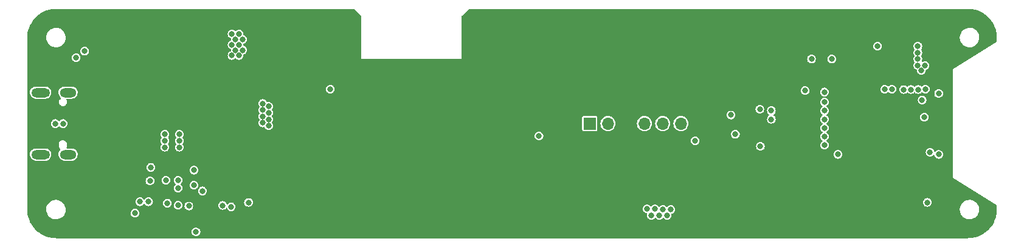
<source format=gbr>
%TF.GenerationSoftware,KiCad,Pcbnew,(7.0.0)*%
%TF.CreationDate,2023-05-08T09:15:41-04:00*%
%TF.ProjectId,AutoTiller,4175746f-5469-46c6-9c65-722e6b696361,rev?*%
%TF.SameCoordinates,Original*%
%TF.FileFunction,Copper,L3,Inr*%
%TF.FilePolarity,Positive*%
%FSLAX46Y46*%
G04 Gerber Fmt 4.6, Leading zero omitted, Abs format (unit mm)*
G04 Created by KiCad (PCBNEW (7.0.0)) date 2023-05-08 09:15:41*
%MOMM*%
%LPD*%
G01*
G04 APERTURE LIST*
%TA.AperFunction,ComponentPad*%
%ADD10R,1.700000X1.700000*%
%TD*%
%TA.AperFunction,ComponentPad*%
%ADD11O,1.700000X1.700000*%
%TD*%
%TA.AperFunction,ComponentPad*%
%ADD12C,0.500000*%
%TD*%
%TA.AperFunction,ComponentPad*%
%ADD13O,2.300000X1.300000*%
%TD*%
%TA.AperFunction,ComponentPad*%
%ADD14O,2.600000X1.300000*%
%TD*%
%TA.AperFunction,ViaPad*%
%ADD15C,0.800000*%
%TD*%
G04 APERTURE END LIST*
D10*
%TO.N,/OUT1*%
%TO.C,U2*%
X168319999Y-115999999D03*
D11*
%TO.N,/OUT2*%
X170859999Y-115999999D03*
%TO.N,GND*%
X173399999Y-115999999D03*
%TO.N,+3.3V*%
X175939999Y-115999999D03*
%TO.N,ENC_A*%
X178479999Y-115999999D03*
%TO.N,ENC_B*%
X181019999Y-115999999D03*
%TD*%
D12*
%TO.N,GND*%
%TO.C,DRV8251ADDAR1*%
X168700000Y-126010000D03*
X170000000Y-126010000D03*
X171300000Y-126010000D03*
X168700000Y-124100000D03*
X170000000Y-124100000D03*
X171300000Y-124100000D03*
%TD*%
D13*
%TO.N,unconnected-(J1-SHIELD-PadS1)*%
%TO.C,J1*%
X95674999Y-111679999D03*
D14*
X91849999Y-111679999D03*
D13*
X95674999Y-120319999D03*
D14*
X91849999Y-120319999D03*
%TD*%
D15*
%TO.N,/BTST1*%
X107085772Y-123985772D03*
%TO.N,/SW1*%
X109300000Y-123900000D03*
%TO.N,/SW2*%
X111000000Y-123900000D03*
%TO.N,/PROG*%
X111000000Y-125000000D03*
%TO.N,/INT*%
X114400000Y-125400000D03*
%TO.N,/BTST2*%
X113200000Y-124600000D03*
%TO.N,D-*%
X106900000Y-126900000D03*
%TO.N,D+*%
X105700000Y-126900000D03*
%TO.N,SCL*%
X111000000Y-127400000D03*
%TO.N,SDA*%
X112500000Y-127500000D03*
%TO.N,GND*%
X118400000Y-130300000D03*
%TO.N,/SDRV*%
X117200000Y-127424500D03*
%TO.N,STAT*%
X98000000Y-105900000D03*
X107199359Y-122100641D03*
%TO.N,D+*%
X95000000Y-116000000D03*
%TO.N,D-*%
X93900000Y-116000000D03*
%TO.N,GND*%
X117000000Y-118000000D03*
X150500000Y-122000000D03*
X97200000Y-119200000D03*
X97200000Y-112800000D03*
X145500000Y-120000000D03*
X119000000Y-118000000D03*
X98100000Y-112800000D03*
X118000000Y-117000000D03*
X190000000Y-108200000D03*
X169800000Y-119900000D03*
X98100000Y-119200000D03*
X109175000Y-125000000D03*
X119000000Y-125500000D03*
X161200000Y-128300000D03*
X211200000Y-116600000D03*
X169800000Y-118900000D03*
X212075000Y-129075000D03*
X98100000Y-121000000D03*
X217300000Y-106600000D03*
X218100000Y-107100000D03*
X211900000Y-103500000D03*
X146500000Y-120000000D03*
X133400000Y-111300000D03*
X148500000Y-120000000D03*
X149000000Y-119000000D03*
X215800000Y-112200000D03*
X150500000Y-120000000D03*
X98100000Y-120100000D03*
X115000000Y-118000000D03*
X121000000Y-125500000D03*
X218100000Y-106200000D03*
X98100000Y-111000000D03*
X211200000Y-115200000D03*
X150000000Y-119000000D03*
X161000000Y-108300000D03*
X190700000Y-119100000D03*
X122000000Y-125500000D03*
X120000000Y-117000000D03*
X161250000Y-116500000D03*
X109975000Y-125200000D03*
X150000000Y-121000000D03*
X120000000Y-125500000D03*
X169100000Y-120400000D03*
X217300000Y-105700000D03*
X146000000Y-119000000D03*
X149500000Y-122000000D03*
X149500000Y-120000000D03*
X121000000Y-118000000D03*
X149000000Y-121000000D03*
X217300000Y-107500000D03*
X147500000Y-120000000D03*
X150000000Y-123000000D03*
X200700000Y-102900000D03*
X98100000Y-111900000D03*
X218100000Y-105300000D03*
X108300000Y-127900000D03*
X169800000Y-120900000D03*
X199100000Y-120300000D03*
X212600000Y-116600000D03*
X156370000Y-117190000D03*
X169100000Y-118400000D03*
X147000000Y-119000000D03*
X131100000Y-128300000D03*
X131000000Y-108000000D03*
X190000000Y-128000000D03*
X212600000Y-115200000D03*
X109000000Y-128700000D03*
X169100000Y-119400000D03*
X148000000Y-119000000D03*
X217300000Y-108400000D03*
X218100000Y-108000000D03*
%TO.N,QON*%
X113500000Y-131100000D03*
X109500000Y-127100000D03*
%TO.N,SCL*%
X192000000Y-114000000D03*
%TO.N,SDA*%
X183000000Y-118400000D03*
%TO.N,+12V*%
X179600000Y-128000000D03*
X122800000Y-114100000D03*
X178000000Y-128800000D03*
X176300000Y-127900000D03*
X123600000Y-115400000D03*
X178500000Y-128000000D03*
X179100000Y-128800000D03*
X122800000Y-115000000D03*
X123600000Y-113600000D03*
X122800000Y-115900000D03*
X176900000Y-128800000D03*
X123600000Y-114500000D03*
X122800000Y-113200000D03*
X177400000Y-127900000D03*
X123600000Y-116300000D03*
%TO.N,ESP_EN*%
X215300000Y-127000000D03*
X214600000Y-112700000D03*
%TO.N,+3.3V*%
X192080000Y-119180000D03*
X214000000Y-105200000D03*
X119500000Y-103500000D03*
X214500000Y-108600000D03*
X118500000Y-106500000D03*
X118500000Y-105000000D03*
X208400000Y-105200000D03*
X132200000Y-111200000D03*
X119000000Y-104250000D03*
X120000000Y-105750000D03*
X215000000Y-107900000D03*
X119000000Y-105750000D03*
X118500000Y-103500000D03*
X119500000Y-105000000D03*
X214000000Y-106100000D03*
X202900000Y-120300000D03*
X161250000Y-117750000D03*
X119500000Y-106500000D03*
X216900000Y-111800000D03*
X214000000Y-107900000D03*
X120000000Y-104250000D03*
X214000000Y-107000000D03*
%TO.N,+1*%
X201000000Y-113000000D03*
X209383089Y-111213494D03*
%TO.N,-1*%
X201000000Y-119000000D03*
X215047595Y-111196907D03*
%TO.N,+15*%
X210399500Y-111199570D03*
X201000000Y-114200000D03*
%TO.N,-15*%
X201000000Y-117800000D03*
X214049503Y-111250000D03*
%TO.N,TackL*%
X201000000Y-116600000D03*
X213050000Y-111250000D03*
%TO.N,TackR*%
X212050000Y-111250000D03*
X201000000Y-115400000D03*
%TO.N,Net-(D1-A)*%
X202000000Y-107000000D03*
X201000000Y-111600000D03*
%TO.N,Net-(D2-A)*%
X199200000Y-107000000D03*
X198300000Y-111400000D03*
%TO.N,IMU_INT1*%
X188599500Y-117500000D03*
X193600000Y-115400000D03*
%TO.N,ESP_IO0*%
X214900000Y-115100000D03*
%TO.N,SAO*%
X188000000Y-114800000D03*
X193600000Y-114200000D03*
%TO.N,ESP_RXD*%
X215700000Y-120000000D03*
%TO.N,ESP_TXD*%
X216900000Y-120300000D03*
%TO.N,/INT*%
X120800000Y-127000000D03*
%TO.N,/SW2*%
X111175000Y-119300000D03*
X111175000Y-117500000D03*
X111175000Y-118400000D03*
%TO.N,REGN*%
X105000000Y-128500500D03*
X96800000Y-106800000D03*
%TO.N,/PROG*%
X118400000Y-127600000D03*
%TO.N,/SW1*%
X109175000Y-119300000D03*
X109175000Y-117500000D03*
X109175000Y-118400000D03*
%TO.N,/SDRV*%
X113200000Y-122500000D03*
%TD*%
%TA.AperFunction,Conductor*%
%TO.N,GND*%
G36*
X135497693Y-100007275D02*
G01*
X135526567Y-100026567D01*
X136473433Y-100973433D01*
X136492725Y-101002307D01*
X136499500Y-101036366D01*
X136499500Y-106999901D01*
X136499459Y-107000000D01*
X136499500Y-107000099D01*
X136499617Y-107000383D01*
X136500000Y-107000541D01*
X136500099Y-107000500D01*
X150499901Y-107000500D01*
X150500000Y-107000541D01*
X150500383Y-107000383D01*
X150500500Y-107000099D01*
X150500541Y-107000000D01*
X198594318Y-107000000D01*
X198595079Y-107005780D01*
X198614194Y-107150979D01*
X198614195Y-107150983D01*
X198614956Y-107156762D01*
X198617186Y-107162147D01*
X198617188Y-107162152D01*
X198673230Y-107297448D01*
X198675464Y-107302841D01*
X198679014Y-107307468D01*
X198679015Y-107307469D01*
X198754376Y-107405682D01*
X198771718Y-107428282D01*
X198897159Y-107524536D01*
X199043238Y-107585044D01*
X199200000Y-107605682D01*
X199356762Y-107585044D01*
X199502841Y-107524536D01*
X199628282Y-107428282D01*
X199724536Y-107302841D01*
X199785044Y-107156762D01*
X199805682Y-107000000D01*
X201394318Y-107000000D01*
X201395079Y-107005780D01*
X201414194Y-107150979D01*
X201414195Y-107150983D01*
X201414956Y-107156762D01*
X201417186Y-107162147D01*
X201417188Y-107162152D01*
X201473230Y-107297448D01*
X201475464Y-107302841D01*
X201479014Y-107307468D01*
X201479015Y-107307469D01*
X201554376Y-107405682D01*
X201571718Y-107428282D01*
X201697159Y-107524536D01*
X201843238Y-107585044D01*
X202000000Y-107605682D01*
X202156762Y-107585044D01*
X202302841Y-107524536D01*
X202428282Y-107428282D01*
X202524536Y-107302841D01*
X202585044Y-107156762D01*
X202605682Y-107000000D01*
X202585044Y-106843238D01*
X202524536Y-106697159D01*
X202428282Y-106571718D01*
X202423653Y-106568166D01*
X202307469Y-106479015D01*
X202307468Y-106479014D01*
X202302841Y-106475464D01*
X202297448Y-106473230D01*
X202162152Y-106417188D01*
X202162147Y-106417186D01*
X202156762Y-106414956D01*
X202150983Y-106414195D01*
X202150979Y-106414194D01*
X202005780Y-106395079D01*
X202000000Y-106394318D01*
X201994220Y-106395079D01*
X201849020Y-106414194D01*
X201849014Y-106414195D01*
X201843238Y-106414956D01*
X201837854Y-106417186D01*
X201837847Y-106417188D01*
X201702551Y-106473230D01*
X201702547Y-106473231D01*
X201697159Y-106475464D01*
X201692534Y-106479012D01*
X201692530Y-106479015D01*
X201576346Y-106568166D01*
X201576342Y-106568169D01*
X201571718Y-106571718D01*
X201568169Y-106576342D01*
X201568166Y-106576346D01*
X201479015Y-106692530D01*
X201479012Y-106692534D01*
X201475464Y-106697159D01*
X201473231Y-106702547D01*
X201473230Y-106702551D01*
X201417188Y-106837847D01*
X201417186Y-106837854D01*
X201414956Y-106843238D01*
X201414195Y-106849014D01*
X201414194Y-106849020D01*
X201403292Y-106931833D01*
X201394318Y-107000000D01*
X199805682Y-107000000D01*
X199785044Y-106843238D01*
X199724536Y-106697159D01*
X199628282Y-106571718D01*
X199623653Y-106568166D01*
X199507469Y-106479015D01*
X199507468Y-106479014D01*
X199502841Y-106475464D01*
X199497448Y-106473230D01*
X199362152Y-106417188D01*
X199362147Y-106417186D01*
X199356762Y-106414956D01*
X199350983Y-106414195D01*
X199350979Y-106414194D01*
X199205780Y-106395079D01*
X199200000Y-106394318D01*
X199194220Y-106395079D01*
X199049020Y-106414194D01*
X199049014Y-106414195D01*
X199043238Y-106414956D01*
X199037854Y-106417186D01*
X199037847Y-106417188D01*
X198902551Y-106473230D01*
X198902547Y-106473231D01*
X198897159Y-106475464D01*
X198892534Y-106479012D01*
X198892530Y-106479015D01*
X198776346Y-106568166D01*
X198776342Y-106568169D01*
X198771718Y-106571718D01*
X198768169Y-106576342D01*
X198768166Y-106576346D01*
X198679015Y-106692530D01*
X198679012Y-106692534D01*
X198675464Y-106697159D01*
X198673231Y-106702547D01*
X198673230Y-106702551D01*
X198617188Y-106837847D01*
X198617186Y-106837854D01*
X198614956Y-106843238D01*
X198614195Y-106849014D01*
X198614194Y-106849020D01*
X198603292Y-106931833D01*
X198594318Y-107000000D01*
X150500541Y-107000000D01*
X150500500Y-106999901D01*
X150500500Y-105200000D01*
X207794318Y-105200000D01*
X207795079Y-105205780D01*
X207814194Y-105350979D01*
X207814195Y-105350983D01*
X207814956Y-105356762D01*
X207817186Y-105362147D01*
X207817188Y-105362152D01*
X207854633Y-105452551D01*
X207875464Y-105502841D01*
X207879014Y-105507468D01*
X207879015Y-105507469D01*
X207951974Y-105602551D01*
X207971718Y-105628282D01*
X208097159Y-105724536D01*
X208243238Y-105785044D01*
X208400000Y-105805682D01*
X208556762Y-105785044D01*
X208702841Y-105724536D01*
X208828282Y-105628282D01*
X208924536Y-105502841D01*
X208985044Y-105356762D01*
X209005682Y-105200000D01*
X208985044Y-105043238D01*
X208924536Y-104897159D01*
X208828282Y-104771718D01*
X208823653Y-104768166D01*
X208707469Y-104679015D01*
X208707468Y-104679014D01*
X208702841Y-104675464D01*
X208697448Y-104673230D01*
X208562152Y-104617188D01*
X208562147Y-104617186D01*
X208556762Y-104614956D01*
X208550983Y-104614195D01*
X208550979Y-104614194D01*
X208405780Y-104595079D01*
X208400000Y-104594318D01*
X208394220Y-104595079D01*
X208249020Y-104614194D01*
X208249014Y-104614195D01*
X208243238Y-104614956D01*
X208237854Y-104617186D01*
X208237847Y-104617188D01*
X208102551Y-104673230D01*
X208102547Y-104673231D01*
X208097159Y-104675464D01*
X208092534Y-104679012D01*
X208092530Y-104679015D01*
X207976346Y-104768166D01*
X207976342Y-104768169D01*
X207971718Y-104771718D01*
X207968169Y-104776342D01*
X207968166Y-104776346D01*
X207879015Y-104892530D01*
X207879012Y-104892534D01*
X207875464Y-104897159D01*
X207873231Y-104902547D01*
X207873230Y-104902551D01*
X207817188Y-105037847D01*
X207817186Y-105037854D01*
X207814956Y-105043238D01*
X207814195Y-105049014D01*
X207814194Y-105049020D01*
X207798686Y-105166821D01*
X207794318Y-105200000D01*
X150500500Y-105200000D01*
X150500500Y-103942306D01*
X219841828Y-103942306D01*
X219841988Y-103946078D01*
X219841988Y-103946085D01*
X219850160Y-104138446D01*
X219851614Y-104172668D01*
X219852412Y-104176370D01*
X219876903Y-104290012D01*
X219900190Y-104398062D01*
X219901596Y-104401562D01*
X219901598Y-104401567D01*
X219968543Y-104568166D01*
X219986159Y-104612006D01*
X220107049Y-104808343D01*
X220259380Y-104981425D01*
X220438772Y-105126274D01*
X220543274Y-105184652D01*
X220636754Y-105236873D01*
X220636758Y-105236875D01*
X220640063Y-105238721D01*
X220857462Y-105315533D01*
X221084715Y-105354500D01*
X221255634Y-105354500D01*
X221257535Y-105354500D01*
X221429739Y-105339843D01*
X221652869Y-105281745D01*
X221862971Y-105186773D01*
X222054000Y-105057659D01*
X222220462Y-104898119D01*
X222357566Y-104712742D01*
X222461370Y-104506860D01*
X222528886Y-104286397D01*
X222558172Y-104057694D01*
X222548386Y-103827332D01*
X222499810Y-103601938D01*
X222413841Y-103387994D01*
X222292951Y-103191657D01*
X222140620Y-103018575D01*
X222015055Y-102917188D01*
X221964170Y-102876101D01*
X221964166Y-102876098D01*
X221961228Y-102873726D01*
X221930985Y-102856831D01*
X221763245Y-102763126D01*
X221763236Y-102763121D01*
X221759937Y-102761279D01*
X221756365Y-102760017D01*
X221756363Y-102760016D01*
X221546106Y-102685727D01*
X221546098Y-102685725D01*
X221542538Y-102684467D01*
X221538815Y-102683828D01*
X221538809Y-102683827D01*
X221319004Y-102646137D01*
X221318995Y-102646136D01*
X221315285Y-102645500D01*
X221142465Y-102645500D01*
X221140580Y-102645660D01*
X221140566Y-102645661D01*
X220974033Y-102659835D01*
X220974022Y-102659836D01*
X220970261Y-102660157D01*
X220966608Y-102661108D01*
X220966597Y-102661110D01*
X220750793Y-102717301D01*
X220750787Y-102717302D01*
X220747131Y-102718255D01*
X220743686Y-102719812D01*
X220743681Y-102719814D01*
X220540480Y-102811666D01*
X220540470Y-102811671D01*
X220537029Y-102813227D01*
X220533894Y-102815345D01*
X220533892Y-102815347D01*
X220349134Y-102940222D01*
X220349128Y-102940226D01*
X220346000Y-102942341D01*
X220343275Y-102944951D01*
X220343267Y-102944959D01*
X220182269Y-103099262D01*
X220182260Y-103099271D01*
X220179538Y-103101881D01*
X220177292Y-103104916D01*
X220177289Y-103104921D01*
X220044679Y-103284221D01*
X220044673Y-103284230D01*
X220042434Y-103287258D01*
X220040736Y-103290624D01*
X220040732Y-103290632D01*
X219940333Y-103489761D01*
X219940330Y-103489767D01*
X219938630Y-103493140D01*
X219937525Y-103496745D01*
X219937522Y-103496755D01*
X219885329Y-103667186D01*
X219871114Y-103713603D01*
X219870634Y-103717348D01*
X219870633Y-103717355D01*
X219842308Y-103938551D01*
X219842307Y-103938560D01*
X219841828Y-103942306D01*
X150500500Y-103942306D01*
X150500500Y-101036366D01*
X150507275Y-101002307D01*
X150526567Y-100973433D01*
X151473433Y-100026567D01*
X151502307Y-100007275D01*
X151536366Y-100000500D01*
X220823012Y-100000500D01*
X220825195Y-100000526D01*
X221192777Y-100009551D01*
X221199284Y-100009951D01*
X221581872Y-100047632D01*
X221590482Y-100048908D01*
X221966467Y-100123697D01*
X221974930Y-100125817D01*
X222341768Y-100237096D01*
X222349968Y-100240030D01*
X222704129Y-100386728D01*
X222712016Y-100390459D01*
X223050073Y-100571154D01*
X223057551Y-100575635D01*
X223297668Y-100736076D01*
X223376293Y-100788612D01*
X223383308Y-100793815D01*
X223679615Y-101036987D01*
X223686087Y-101042852D01*
X223957147Y-101313912D01*
X223963012Y-101320384D01*
X224206184Y-101616691D01*
X224211387Y-101623706D01*
X224424359Y-101942441D01*
X224428849Y-101949933D01*
X224609538Y-102287979D01*
X224613272Y-102295874D01*
X224759964Y-102650019D01*
X224762907Y-102658243D01*
X224874181Y-103025065D01*
X224876303Y-103033537D01*
X224951088Y-103409502D01*
X224952369Y-103418142D01*
X224990047Y-103800699D01*
X224990449Y-103807238D01*
X224999473Y-104174804D01*
X224999500Y-104176988D01*
X224999500Y-104514058D01*
X224988406Y-104557090D01*
X224957888Y-104589393D01*
X218909556Y-108393988D01*
X218909553Y-108393990D01*
X218900000Y-108400000D01*
X218900000Y-123600000D01*
X218909556Y-123606011D01*
X224957888Y-127410607D01*
X224988406Y-127442910D01*
X224999500Y-127485942D01*
X224999500Y-127823012D01*
X224999473Y-127825196D01*
X224990449Y-128192761D01*
X224990047Y-128199300D01*
X224952369Y-128581857D01*
X224951088Y-128590497D01*
X224876303Y-128966462D01*
X224874181Y-128974934D01*
X224762907Y-129341756D01*
X224759964Y-129349980D01*
X224613274Y-129704121D01*
X224609540Y-129712016D01*
X224428849Y-130050066D01*
X224424359Y-130057558D01*
X224211387Y-130376293D01*
X224206184Y-130383308D01*
X223963012Y-130679615D01*
X223957147Y-130686087D01*
X223686087Y-130957147D01*
X223679615Y-130963012D01*
X223383308Y-131206184D01*
X223376293Y-131211387D01*
X223057558Y-131424359D01*
X223050066Y-131428849D01*
X222712020Y-131609538D01*
X222704125Y-131613272D01*
X222349980Y-131759964D01*
X222341756Y-131762907D01*
X221974934Y-131874181D01*
X221966462Y-131876303D01*
X221590497Y-131951088D01*
X221581857Y-131952369D01*
X221199300Y-131990047D01*
X221192761Y-131990449D01*
X220825196Y-131999473D01*
X220823012Y-131999500D01*
X94176988Y-131999500D01*
X94174804Y-131999473D01*
X93807238Y-131990449D01*
X93800699Y-131990047D01*
X93418142Y-131952369D01*
X93409502Y-131951088D01*
X93033537Y-131876303D01*
X93025065Y-131874181D01*
X92658243Y-131762907D01*
X92650019Y-131759964D01*
X92295874Y-131613272D01*
X92287979Y-131609538D01*
X91949933Y-131428849D01*
X91942441Y-131424359D01*
X91623706Y-131211387D01*
X91616691Y-131206184D01*
X91487305Y-131100000D01*
X112894318Y-131100000D01*
X112895079Y-131105780D01*
X112914194Y-131250979D01*
X112914195Y-131250983D01*
X112914956Y-131256762D01*
X112917186Y-131262147D01*
X112917188Y-131262152D01*
X112973230Y-131397448D01*
X112975464Y-131402841D01*
X112979014Y-131407468D01*
X112979015Y-131407469D01*
X113068166Y-131523653D01*
X113071718Y-131528282D01*
X113197159Y-131624536D01*
X113343238Y-131685044D01*
X113500000Y-131705682D01*
X113656762Y-131685044D01*
X113802841Y-131624536D01*
X113928282Y-131528282D01*
X114024536Y-131402841D01*
X114085044Y-131256762D01*
X114105682Y-131100000D01*
X114085044Y-130943238D01*
X114024536Y-130797159D01*
X113928282Y-130671718D01*
X113802841Y-130575464D01*
X113761732Y-130558436D01*
X113662152Y-130517188D01*
X113662147Y-130517186D01*
X113656762Y-130514956D01*
X113650983Y-130514195D01*
X113650979Y-130514194D01*
X113505780Y-130495079D01*
X113500000Y-130494318D01*
X113494220Y-130495079D01*
X113349020Y-130514194D01*
X113349014Y-130514195D01*
X113343238Y-130514956D01*
X113337854Y-130517186D01*
X113337847Y-130517188D01*
X113202551Y-130573230D01*
X113202547Y-130573231D01*
X113197159Y-130575464D01*
X113192534Y-130579012D01*
X113192530Y-130579015D01*
X113076346Y-130668166D01*
X113076342Y-130668169D01*
X113071718Y-130671718D01*
X113068169Y-130676342D01*
X113068166Y-130676346D01*
X112979015Y-130792530D01*
X112979012Y-130792534D01*
X112975464Y-130797159D01*
X112973231Y-130802547D01*
X112973230Y-130802551D01*
X112917188Y-130937847D01*
X112917186Y-130937854D01*
X112914956Y-130943238D01*
X112914195Y-130949014D01*
X112914194Y-130949020D01*
X112896818Y-131081008D01*
X112894318Y-131100000D01*
X91487305Y-131100000D01*
X91320384Y-130963012D01*
X91313912Y-130957147D01*
X91042852Y-130686087D01*
X91036987Y-130679615D01*
X90793815Y-130383308D01*
X90788612Y-130376293D01*
X90575640Y-130057558D01*
X90571154Y-130050073D01*
X90390454Y-129712007D01*
X90386729Y-129704130D01*
X90240030Y-129349968D01*
X90237096Y-129341768D01*
X90125817Y-128974930D01*
X90123696Y-128966462D01*
X90120616Y-128950979D01*
X90048908Y-128590482D01*
X90047632Y-128581872D01*
X90009951Y-128199284D01*
X90009551Y-128192777D01*
X90003401Y-127942306D01*
X92641828Y-127942306D01*
X92641988Y-127946078D01*
X92641988Y-127946085D01*
X92650938Y-128156762D01*
X92651614Y-128172668D01*
X92657000Y-128197659D01*
X92685916Y-128331833D01*
X92700190Y-128398062D01*
X92701596Y-128401562D01*
X92701598Y-128401567D01*
X92783333Y-128604973D01*
X92786159Y-128612006D01*
X92907049Y-128808343D01*
X93059380Y-128981425D01*
X93153794Y-129057659D01*
X93213888Y-129106182D01*
X93238772Y-129126274D01*
X93343274Y-129184652D01*
X93436754Y-129236873D01*
X93436758Y-129236875D01*
X93440063Y-129238721D01*
X93657462Y-129315533D01*
X93884715Y-129354500D01*
X94055634Y-129354500D01*
X94057535Y-129354500D01*
X94229739Y-129339843D01*
X94452869Y-129281745D01*
X94662971Y-129186773D01*
X94854000Y-129057659D01*
X95020462Y-128898119D01*
X95157566Y-128712742D01*
X95261370Y-128506860D01*
X95263318Y-128500500D01*
X104394318Y-128500500D01*
X104395079Y-128506280D01*
X104414194Y-128651479D01*
X104414195Y-128651483D01*
X104414956Y-128657262D01*
X104417186Y-128662647D01*
X104417188Y-128662652D01*
X104439194Y-128715778D01*
X104475464Y-128803341D01*
X104479014Y-128807968D01*
X104479015Y-128807969D01*
X104550198Y-128900737D01*
X104571718Y-128928782D01*
X104697159Y-129025036D01*
X104843238Y-129085544D01*
X105000000Y-129106182D01*
X105156762Y-129085544D01*
X105302841Y-129025036D01*
X105428282Y-128928782D01*
X105524536Y-128803341D01*
X105585044Y-128657262D01*
X105605682Y-128500500D01*
X105585044Y-128343738D01*
X105524536Y-128197659D01*
X105428282Y-128072218D01*
X105375651Y-128031833D01*
X105307469Y-127979515D01*
X105307468Y-127979514D01*
X105302841Y-127975964D01*
X105297448Y-127973730D01*
X105162152Y-127917688D01*
X105162147Y-127917686D01*
X105156762Y-127915456D01*
X105150983Y-127914695D01*
X105150979Y-127914694D01*
X105005780Y-127895579D01*
X105000000Y-127894818D01*
X104994220Y-127895579D01*
X104849020Y-127914694D01*
X104849014Y-127914695D01*
X104843238Y-127915456D01*
X104837854Y-127917686D01*
X104837847Y-127917688D01*
X104702551Y-127973730D01*
X104702547Y-127973731D01*
X104697159Y-127975964D01*
X104692534Y-127979512D01*
X104692530Y-127979515D01*
X104576346Y-128068666D01*
X104576342Y-128068669D01*
X104571718Y-128072218D01*
X104568169Y-128076842D01*
X104568166Y-128076846D01*
X104479015Y-128193030D01*
X104479012Y-128193034D01*
X104475464Y-128197659D01*
X104473231Y-128203047D01*
X104473230Y-128203051D01*
X104417188Y-128338347D01*
X104417186Y-128338354D01*
X104414956Y-128343738D01*
X104414195Y-128349514D01*
X104414194Y-128349520D01*
X104403358Y-128431833D01*
X104394318Y-128500500D01*
X95263318Y-128500500D01*
X95328886Y-128286397D01*
X95358172Y-128057694D01*
X95348386Y-127827332D01*
X95299810Y-127601938D01*
X95213841Y-127387994D01*
X95092951Y-127191657D01*
X94940620Y-127018575D01*
X94815055Y-126917188D01*
X94793768Y-126900000D01*
X105094318Y-126900000D01*
X105095079Y-126905780D01*
X105114194Y-127050979D01*
X105114195Y-127050983D01*
X105114956Y-127056762D01*
X105117186Y-127062147D01*
X105117188Y-127062152D01*
X105158610Y-127162152D01*
X105175464Y-127202841D01*
X105179014Y-127207468D01*
X105179015Y-127207469D01*
X105248058Y-127297448D01*
X105271718Y-127328282D01*
X105397159Y-127424536D01*
X105543238Y-127485044D01*
X105700000Y-127505682D01*
X105856762Y-127485044D01*
X106002841Y-127424536D01*
X106128282Y-127328282D01*
X106224536Y-127202841D01*
X106224776Y-127202260D01*
X106255498Y-127171536D01*
X106300000Y-127159611D01*
X106344502Y-127171536D01*
X106375223Y-127202260D01*
X106375464Y-127202841D01*
X106471718Y-127328282D01*
X106597159Y-127424536D01*
X106743238Y-127485044D01*
X106900000Y-127505682D01*
X107056762Y-127485044D01*
X107202841Y-127424536D01*
X107328282Y-127328282D01*
X107424536Y-127202841D01*
X107467134Y-127100000D01*
X108894318Y-127100000D01*
X108895079Y-127105780D01*
X108914194Y-127250979D01*
X108914195Y-127250983D01*
X108914956Y-127256762D01*
X108917186Y-127262147D01*
X108917188Y-127262152D01*
X108972249Y-127395079D01*
X108975464Y-127402841D01*
X108979014Y-127407468D01*
X108979015Y-127407469D01*
X109054376Y-127505682D01*
X109071718Y-127528282D01*
X109197159Y-127624536D01*
X109343238Y-127685044D01*
X109500000Y-127705682D01*
X109656762Y-127685044D01*
X109802841Y-127624536D01*
X109928282Y-127528282D01*
X110024536Y-127402841D01*
X110025713Y-127400000D01*
X110394318Y-127400000D01*
X110395079Y-127405780D01*
X110414194Y-127550979D01*
X110414195Y-127550983D01*
X110414956Y-127556762D01*
X110417186Y-127562147D01*
X110417188Y-127562152D01*
X110443029Y-127624536D01*
X110475464Y-127702841D01*
X110479014Y-127707468D01*
X110479015Y-127707469D01*
X110510898Y-127749020D01*
X110571718Y-127828282D01*
X110697159Y-127924536D01*
X110843238Y-127985044D01*
X111000000Y-128005682D01*
X111156762Y-127985044D01*
X111302841Y-127924536D01*
X111428282Y-127828282D01*
X111524536Y-127702841D01*
X111585044Y-127556762D01*
X111592517Y-127500000D01*
X111894318Y-127500000D01*
X111895079Y-127505780D01*
X111914194Y-127650979D01*
X111914195Y-127650983D01*
X111914956Y-127656762D01*
X111917186Y-127662147D01*
X111917188Y-127662152D01*
X111953314Y-127749366D01*
X111975464Y-127802841D01*
X111979014Y-127807468D01*
X111979015Y-127807469D01*
X112052196Y-127902841D01*
X112071718Y-127928282D01*
X112197159Y-128024536D01*
X112343238Y-128085044D01*
X112500000Y-128105682D01*
X112656762Y-128085044D01*
X112802841Y-128024536D01*
X112928282Y-127928282D01*
X113024536Y-127802841D01*
X113085044Y-127656762D01*
X113105682Y-127500000D01*
X113095742Y-127424500D01*
X116594318Y-127424500D01*
X116595079Y-127430280D01*
X116614194Y-127575479D01*
X116614195Y-127575483D01*
X116614956Y-127581262D01*
X116617186Y-127586647D01*
X116617188Y-127586652D01*
X116673230Y-127721948D01*
X116675464Y-127727341D01*
X116679014Y-127731968D01*
X116679015Y-127731969D01*
X116755090Y-127831112D01*
X116771718Y-127852782D01*
X116897159Y-127949036D01*
X117043238Y-128009544D01*
X117200000Y-128030182D01*
X117356762Y-128009544D01*
X117502841Y-127949036D01*
X117628282Y-127852782D01*
X117681501Y-127783424D01*
X117718049Y-127755380D01*
X117763725Y-127749366D01*
X117806288Y-127766996D01*
X117834334Y-127803546D01*
X117871893Y-127894220D01*
X117875464Y-127902841D01*
X117879014Y-127907468D01*
X117879015Y-127907469D01*
X117954376Y-128005682D01*
X117971718Y-128028282D01*
X118097159Y-128124536D01*
X118243238Y-128185044D01*
X118400000Y-128205682D01*
X118556762Y-128185044D01*
X118702841Y-128124536D01*
X118828282Y-128028282D01*
X118924536Y-127902841D01*
X118925713Y-127900000D01*
X175694318Y-127900000D01*
X175696353Y-127915456D01*
X175714194Y-128050979D01*
X175714195Y-128050983D01*
X175714956Y-128056762D01*
X175717186Y-128062147D01*
X175717188Y-128062152D01*
X175753982Y-128150979D01*
X175775464Y-128202841D01*
X175871718Y-128328282D01*
X175997159Y-128424536D01*
X176143238Y-128485044D01*
X176253219Y-128499523D01*
X176301729Y-128522144D01*
X176328492Y-128568498D01*
X176323828Y-128621820D01*
X176317187Y-128637850D01*
X176317185Y-128637855D01*
X176314956Y-128643238D01*
X176314195Y-128649014D01*
X176314194Y-128649020D01*
X176296272Y-128785151D01*
X176294318Y-128800000D01*
X176295079Y-128805780D01*
X176314194Y-128950979D01*
X176314195Y-128950983D01*
X176314956Y-128956762D01*
X176317186Y-128962147D01*
X176317188Y-128962152D01*
X176372015Y-129094515D01*
X176375464Y-129102841D01*
X176379014Y-129107468D01*
X176379015Y-129107469D01*
X176393445Y-129126274D01*
X176471718Y-129228282D01*
X176597159Y-129324536D01*
X176743238Y-129385044D01*
X176900000Y-129405682D01*
X177056762Y-129385044D01*
X177202841Y-129324536D01*
X177328282Y-129228282D01*
X177379391Y-129161674D01*
X177423237Y-129130974D01*
X177476763Y-129130974D01*
X177520608Y-129161674D01*
X177571718Y-129228282D01*
X177697159Y-129324536D01*
X177843238Y-129385044D01*
X178000000Y-129405682D01*
X178156762Y-129385044D01*
X178302841Y-129324536D01*
X178428282Y-129228282D01*
X178479391Y-129161674D01*
X178523237Y-129130974D01*
X178576763Y-129130974D01*
X178620608Y-129161674D01*
X178671718Y-129228282D01*
X178797159Y-129324536D01*
X178943238Y-129385044D01*
X179100000Y-129405682D01*
X179256762Y-129385044D01*
X179402841Y-129324536D01*
X179528282Y-129228282D01*
X179624536Y-129102841D01*
X179685044Y-128956762D01*
X179705682Y-128800000D01*
X179690174Y-128682206D01*
X179694781Y-128640152D01*
X179718288Y-128604973D01*
X179753940Y-128585415D01*
X179756762Y-128585044D01*
X179902841Y-128524536D01*
X180028282Y-128428282D01*
X180124536Y-128302841D01*
X180185044Y-128156762D01*
X180205682Y-128000000D01*
X180198086Y-127942306D01*
X219841828Y-127942306D01*
X219841988Y-127946078D01*
X219841988Y-127946085D01*
X219850938Y-128156762D01*
X219851614Y-128172668D01*
X219857000Y-128197659D01*
X219885916Y-128331833D01*
X219900190Y-128398062D01*
X219901596Y-128401562D01*
X219901598Y-128401567D01*
X219983333Y-128604973D01*
X219986159Y-128612006D01*
X220107049Y-128808343D01*
X220259380Y-128981425D01*
X220353794Y-129057659D01*
X220413888Y-129106182D01*
X220438772Y-129126274D01*
X220543274Y-129184652D01*
X220636754Y-129236873D01*
X220636758Y-129236875D01*
X220640063Y-129238721D01*
X220857462Y-129315533D01*
X221084715Y-129354500D01*
X221255634Y-129354500D01*
X221257535Y-129354500D01*
X221429739Y-129339843D01*
X221652869Y-129281745D01*
X221862971Y-129186773D01*
X222054000Y-129057659D01*
X222220462Y-128898119D01*
X222357566Y-128712742D01*
X222461370Y-128506860D01*
X222528886Y-128286397D01*
X222558172Y-128057694D01*
X222548386Y-127827332D01*
X222499810Y-127601938D01*
X222413841Y-127387994D01*
X222292951Y-127191657D01*
X222140620Y-127018575D01*
X222015055Y-126917188D01*
X221964170Y-126876101D01*
X221964166Y-126876098D01*
X221961228Y-126873726D01*
X221903877Y-126841688D01*
X221763245Y-126763126D01*
X221763236Y-126763121D01*
X221759937Y-126761279D01*
X221756365Y-126760017D01*
X221756363Y-126760016D01*
X221546106Y-126685727D01*
X221546098Y-126685725D01*
X221542538Y-126684467D01*
X221538815Y-126683828D01*
X221538809Y-126683827D01*
X221319004Y-126646137D01*
X221318995Y-126646136D01*
X221315285Y-126645500D01*
X221142465Y-126645500D01*
X221140580Y-126645660D01*
X221140566Y-126645661D01*
X220974033Y-126659835D01*
X220974022Y-126659836D01*
X220970261Y-126660157D01*
X220966608Y-126661108D01*
X220966597Y-126661110D01*
X220750793Y-126717301D01*
X220750787Y-126717302D01*
X220747131Y-126718255D01*
X220743686Y-126719812D01*
X220743681Y-126719814D01*
X220540480Y-126811666D01*
X220540470Y-126811671D01*
X220537029Y-126813227D01*
X220533894Y-126815345D01*
X220533892Y-126815347D01*
X220349134Y-126940222D01*
X220349128Y-126940226D01*
X220346000Y-126942341D01*
X220343275Y-126944951D01*
X220343267Y-126944959D01*
X220182269Y-127099262D01*
X220182260Y-127099271D01*
X220179538Y-127101881D01*
X220177292Y-127104916D01*
X220177289Y-127104921D01*
X220044679Y-127284221D01*
X220044673Y-127284230D01*
X220042434Y-127287258D01*
X220040736Y-127290624D01*
X220040732Y-127290632D01*
X219940333Y-127489761D01*
X219940330Y-127489767D01*
X219938630Y-127493140D01*
X219937525Y-127496745D01*
X219937522Y-127496755D01*
X219872221Y-127709987D01*
X219871114Y-127713603D01*
X219870634Y-127717348D01*
X219870633Y-127717355D01*
X219842308Y-127938551D01*
X219842307Y-127938560D01*
X219841828Y-127942306D01*
X180198086Y-127942306D01*
X180185044Y-127843238D01*
X180124536Y-127697159D01*
X180028282Y-127571718D01*
X179930588Y-127496755D01*
X179907469Y-127479015D01*
X179907468Y-127479014D01*
X179902841Y-127475464D01*
X179897448Y-127473230D01*
X179762152Y-127417188D01*
X179762147Y-127417186D01*
X179756762Y-127414956D01*
X179750983Y-127414195D01*
X179750979Y-127414194D01*
X179605780Y-127395079D01*
X179600000Y-127394318D01*
X179594220Y-127395079D01*
X179449020Y-127414194D01*
X179449014Y-127414195D01*
X179443238Y-127414956D01*
X179437854Y-127417186D01*
X179437847Y-127417188D01*
X179302551Y-127473230D01*
X179302547Y-127473231D01*
X179297159Y-127475464D01*
X179292534Y-127479012D01*
X179292530Y-127479015D01*
X179176346Y-127568166D01*
X179176342Y-127568169D01*
X179171718Y-127571718D01*
X179168169Y-127576342D01*
X179168161Y-127576351D01*
X179120608Y-127638324D01*
X179076763Y-127669025D01*
X179023237Y-127669025D01*
X178979392Y-127638324D01*
X178931838Y-127576351D01*
X178931833Y-127576346D01*
X178928282Y-127571718D01*
X178830588Y-127496755D01*
X178807469Y-127479015D01*
X178807468Y-127479014D01*
X178802841Y-127475464D01*
X178797448Y-127473230D01*
X178662152Y-127417188D01*
X178662147Y-127417186D01*
X178656762Y-127414956D01*
X178650983Y-127414195D01*
X178650979Y-127414194D01*
X178505780Y-127395079D01*
X178500000Y-127394318D01*
X178494220Y-127395079D01*
X178349020Y-127414194D01*
X178349014Y-127414195D01*
X178343238Y-127414956D01*
X178337854Y-127417186D01*
X178337847Y-127417188D01*
X178202551Y-127473230D01*
X178202547Y-127473231D01*
X178197159Y-127475464D01*
X178192534Y-127479012D01*
X178192530Y-127479015D01*
X178076346Y-127568166D01*
X178076342Y-127568169D01*
X178071718Y-127571718D01*
X178068169Y-127576342D01*
X178068163Y-127576349D01*
X178058973Y-127588326D01*
X178015127Y-127619025D01*
X177961602Y-127619025D01*
X177917758Y-127588324D01*
X177831838Y-127476351D01*
X177831833Y-127476346D01*
X177828282Y-127471718D01*
X177783572Y-127437411D01*
X177707469Y-127379015D01*
X177707468Y-127379014D01*
X177702841Y-127375464D01*
X177639000Y-127349020D01*
X177562152Y-127317188D01*
X177562147Y-127317186D01*
X177556762Y-127314956D01*
X177550983Y-127314195D01*
X177550979Y-127314194D01*
X177405780Y-127295079D01*
X177400000Y-127294318D01*
X177394220Y-127295079D01*
X177249020Y-127314194D01*
X177249014Y-127314195D01*
X177243238Y-127314956D01*
X177237854Y-127317186D01*
X177237847Y-127317188D01*
X177102551Y-127373230D01*
X177102547Y-127373231D01*
X177097159Y-127375464D01*
X177092534Y-127379012D01*
X177092530Y-127379015D01*
X176976346Y-127468166D01*
X176976342Y-127468169D01*
X176971718Y-127471718D01*
X176968169Y-127476342D01*
X176968161Y-127476351D01*
X176920608Y-127538324D01*
X176876763Y-127569025D01*
X176823237Y-127569025D01*
X176779392Y-127538324D01*
X176731838Y-127476351D01*
X176731833Y-127476346D01*
X176728282Y-127471718D01*
X176683572Y-127437411D01*
X176607469Y-127379015D01*
X176607468Y-127379014D01*
X176602841Y-127375464D01*
X176539000Y-127349020D01*
X176462152Y-127317188D01*
X176462147Y-127317186D01*
X176456762Y-127314956D01*
X176450983Y-127314195D01*
X176450979Y-127314194D01*
X176305780Y-127295079D01*
X176300000Y-127294318D01*
X176294220Y-127295079D01*
X176149020Y-127314194D01*
X176149014Y-127314195D01*
X176143238Y-127314956D01*
X176137854Y-127317186D01*
X176137847Y-127317188D01*
X176002551Y-127373230D01*
X176002547Y-127373231D01*
X175997159Y-127375464D01*
X175992534Y-127379012D01*
X175992530Y-127379015D01*
X175876346Y-127468166D01*
X175876342Y-127468169D01*
X175871718Y-127471718D01*
X175868169Y-127476342D01*
X175868166Y-127476346D01*
X175779015Y-127592530D01*
X175779012Y-127592534D01*
X175775464Y-127597159D01*
X175773231Y-127602547D01*
X175773230Y-127602551D01*
X175717188Y-127737847D01*
X175717186Y-127737854D01*
X175714956Y-127743238D01*
X175714195Y-127749014D01*
X175714194Y-127749020D01*
X175700534Y-127852782D01*
X175694318Y-127900000D01*
X118925713Y-127900000D01*
X118985044Y-127756762D01*
X119005682Y-127600000D01*
X118985044Y-127443238D01*
X118924536Y-127297159D01*
X118828282Y-127171718D01*
X118738142Y-127102551D01*
X118707469Y-127079015D01*
X118707468Y-127079014D01*
X118702841Y-127075464D01*
X118697448Y-127073230D01*
X118562152Y-127017188D01*
X118562147Y-127017186D01*
X118556762Y-127014956D01*
X118550983Y-127014195D01*
X118550979Y-127014194D01*
X118443160Y-127000000D01*
X120194318Y-127000000D01*
X120195079Y-127005780D01*
X120214194Y-127150979D01*
X120214195Y-127150983D01*
X120214956Y-127156762D01*
X120217186Y-127162147D01*
X120217188Y-127162152D01*
X120272249Y-127295079D01*
X120275464Y-127302841D01*
X120279014Y-127307468D01*
X120279015Y-127307469D01*
X120360908Y-127414194D01*
X120371718Y-127428282D01*
X120497159Y-127524536D01*
X120643238Y-127585044D01*
X120800000Y-127605682D01*
X120956762Y-127585044D01*
X121102841Y-127524536D01*
X121228282Y-127428282D01*
X121324536Y-127302841D01*
X121385044Y-127156762D01*
X121405682Y-127000000D01*
X214694318Y-127000000D01*
X214695079Y-127005780D01*
X214714194Y-127150979D01*
X214714195Y-127150983D01*
X214714956Y-127156762D01*
X214717186Y-127162147D01*
X214717188Y-127162152D01*
X214772249Y-127295079D01*
X214775464Y-127302841D01*
X214779014Y-127307468D01*
X214779015Y-127307469D01*
X214860908Y-127414194D01*
X214871718Y-127428282D01*
X214997159Y-127524536D01*
X215143238Y-127585044D01*
X215300000Y-127605682D01*
X215456762Y-127585044D01*
X215602841Y-127524536D01*
X215728282Y-127428282D01*
X215824536Y-127302841D01*
X215885044Y-127156762D01*
X215905682Y-127000000D01*
X215885044Y-126843238D01*
X215824536Y-126697159D01*
X215728282Y-126571718D01*
X215602841Y-126475464D01*
X215597448Y-126473230D01*
X215462152Y-126417188D01*
X215462147Y-126417186D01*
X215456762Y-126414956D01*
X215450983Y-126414195D01*
X215450979Y-126414194D01*
X215305780Y-126395079D01*
X215300000Y-126394318D01*
X215294220Y-126395079D01*
X215149020Y-126414194D01*
X215149014Y-126414195D01*
X215143238Y-126414956D01*
X215137854Y-126417186D01*
X215137847Y-126417188D01*
X215002551Y-126473230D01*
X215002547Y-126473231D01*
X214997159Y-126475464D01*
X214992534Y-126479012D01*
X214992530Y-126479015D01*
X214876346Y-126568166D01*
X214876342Y-126568169D01*
X214871718Y-126571718D01*
X214868169Y-126576342D01*
X214868166Y-126576346D01*
X214779015Y-126692530D01*
X214779012Y-126692534D01*
X214775464Y-126697159D01*
X214773231Y-126702547D01*
X214773230Y-126702551D01*
X214717188Y-126837847D01*
X214717186Y-126837854D01*
X214714956Y-126843238D01*
X214714195Y-126849014D01*
X214714194Y-126849020D01*
X214698509Y-126968166D01*
X214694318Y-127000000D01*
X121405682Y-127000000D01*
X121385044Y-126843238D01*
X121324536Y-126697159D01*
X121228282Y-126571718D01*
X121102841Y-126475464D01*
X121097448Y-126473230D01*
X120962152Y-126417188D01*
X120962147Y-126417186D01*
X120956762Y-126414956D01*
X120950983Y-126414195D01*
X120950979Y-126414194D01*
X120805780Y-126395079D01*
X120800000Y-126394318D01*
X120794220Y-126395079D01*
X120649020Y-126414194D01*
X120649014Y-126414195D01*
X120643238Y-126414956D01*
X120637854Y-126417186D01*
X120637847Y-126417188D01*
X120502551Y-126473230D01*
X120502547Y-126473231D01*
X120497159Y-126475464D01*
X120492534Y-126479012D01*
X120492530Y-126479015D01*
X120376346Y-126568166D01*
X120376342Y-126568169D01*
X120371718Y-126571718D01*
X120368169Y-126576342D01*
X120368166Y-126576346D01*
X120279015Y-126692530D01*
X120279012Y-126692534D01*
X120275464Y-126697159D01*
X120273231Y-126702547D01*
X120273230Y-126702551D01*
X120217188Y-126837847D01*
X120217186Y-126837854D01*
X120214956Y-126843238D01*
X120214195Y-126849014D01*
X120214194Y-126849020D01*
X120198509Y-126968166D01*
X120194318Y-127000000D01*
X118443160Y-127000000D01*
X118405780Y-126995079D01*
X118400000Y-126994318D01*
X118394220Y-126995079D01*
X118249020Y-127014194D01*
X118249014Y-127014195D01*
X118243238Y-127014956D01*
X118237854Y-127017186D01*
X118237847Y-127017188D01*
X118102551Y-127073230D01*
X118102547Y-127073231D01*
X118097159Y-127075464D01*
X118092534Y-127079012D01*
X118092530Y-127079015D01*
X117976346Y-127168166D01*
X117976342Y-127168169D01*
X117971718Y-127171718D01*
X117968169Y-127176342D01*
X117968161Y-127176351D01*
X117918498Y-127241074D01*
X117867153Y-127273784D01*
X117806794Y-127265838D01*
X117765665Y-127220953D01*
X117739076Y-127156762D01*
X117724536Y-127121659D01*
X117628282Y-126996218D01*
X117558068Y-126942341D01*
X117507469Y-126903515D01*
X117507468Y-126903514D01*
X117502841Y-126899964D01*
X117491048Y-126895079D01*
X117362152Y-126841688D01*
X117362147Y-126841686D01*
X117356762Y-126839456D01*
X117350983Y-126838695D01*
X117350979Y-126838694D01*
X117205780Y-126819579D01*
X117200000Y-126818818D01*
X117194220Y-126819579D01*
X117049020Y-126838694D01*
X117049014Y-126838695D01*
X117043238Y-126839456D01*
X117037854Y-126841686D01*
X117037847Y-126841688D01*
X116902551Y-126897730D01*
X116902547Y-126897731D01*
X116897159Y-126899964D01*
X116892534Y-126903512D01*
X116892530Y-126903515D01*
X116776346Y-126992666D01*
X116776342Y-126992669D01*
X116771718Y-126996218D01*
X116768169Y-127000842D01*
X116768166Y-127000846D01*
X116679015Y-127117030D01*
X116679012Y-127117034D01*
X116675464Y-127121659D01*
X116673231Y-127127047D01*
X116673230Y-127127051D01*
X116617188Y-127262347D01*
X116617186Y-127262354D01*
X116614956Y-127267738D01*
X116614195Y-127273514D01*
X116614194Y-127273520D01*
X116596560Y-127407469D01*
X116594318Y-127424500D01*
X113095742Y-127424500D01*
X113085044Y-127343238D01*
X113024536Y-127197159D01*
X112928282Y-127071718D01*
X112901254Y-127050979D01*
X112807469Y-126979015D01*
X112807468Y-126979014D01*
X112802841Y-126975464D01*
X112797448Y-126973230D01*
X112662152Y-126917188D01*
X112662147Y-126917186D01*
X112656762Y-126914956D01*
X112650983Y-126914195D01*
X112650979Y-126914194D01*
X112505780Y-126895079D01*
X112500000Y-126894318D01*
X112494220Y-126895079D01*
X112349020Y-126914194D01*
X112349014Y-126914195D01*
X112343238Y-126914956D01*
X112337854Y-126917186D01*
X112337847Y-126917188D01*
X112202551Y-126973230D01*
X112202547Y-126973231D01*
X112197159Y-126975464D01*
X112192534Y-126979012D01*
X112192530Y-126979015D01*
X112076346Y-127068166D01*
X112076342Y-127068169D01*
X112071718Y-127071718D01*
X112068169Y-127076342D01*
X112068166Y-127076346D01*
X111979015Y-127192530D01*
X111979012Y-127192534D01*
X111975464Y-127197159D01*
X111973231Y-127202547D01*
X111973230Y-127202551D01*
X111917188Y-127337847D01*
X111917186Y-127337854D01*
X111914956Y-127343238D01*
X111914195Y-127349014D01*
X111914194Y-127349020D01*
X111898509Y-127468166D01*
X111894318Y-127500000D01*
X111592517Y-127500000D01*
X111605682Y-127400000D01*
X111585044Y-127243238D01*
X111524536Y-127097159D01*
X111428282Y-126971718D01*
X111327412Y-126894318D01*
X111307469Y-126879015D01*
X111307468Y-126879014D01*
X111302841Y-126875464D01*
X111239000Y-126849020D01*
X111162152Y-126817188D01*
X111162147Y-126817186D01*
X111156762Y-126814956D01*
X111150983Y-126814195D01*
X111150979Y-126814194D01*
X111005780Y-126795079D01*
X111000000Y-126794318D01*
X110994220Y-126795079D01*
X110849020Y-126814194D01*
X110849014Y-126814195D01*
X110843238Y-126814956D01*
X110837854Y-126817186D01*
X110837847Y-126817188D01*
X110702551Y-126873230D01*
X110702547Y-126873231D01*
X110697159Y-126875464D01*
X110692534Y-126879012D01*
X110692530Y-126879015D01*
X110576346Y-126968166D01*
X110576342Y-126968169D01*
X110571718Y-126971718D01*
X110568169Y-126976342D01*
X110568166Y-126976346D01*
X110479015Y-127092530D01*
X110479012Y-127092534D01*
X110475464Y-127097159D01*
X110473231Y-127102547D01*
X110473230Y-127102551D01*
X110417188Y-127237847D01*
X110417186Y-127237854D01*
X110414956Y-127243238D01*
X110414195Y-127249014D01*
X110414194Y-127249020D01*
X110397842Y-127373230D01*
X110394318Y-127400000D01*
X110025713Y-127400000D01*
X110085044Y-127256762D01*
X110105682Y-127100000D01*
X110085044Y-126943238D01*
X110024536Y-126797159D01*
X109928282Y-126671718D01*
X109894114Y-126645500D01*
X109807469Y-126579015D01*
X109807468Y-126579014D01*
X109802841Y-126575464D01*
X109797448Y-126573230D01*
X109662152Y-126517188D01*
X109662147Y-126517186D01*
X109656762Y-126514956D01*
X109650983Y-126514195D01*
X109650979Y-126514194D01*
X109505780Y-126495079D01*
X109500000Y-126494318D01*
X109494220Y-126495079D01*
X109349020Y-126514194D01*
X109349014Y-126514195D01*
X109343238Y-126514956D01*
X109337854Y-126517186D01*
X109337847Y-126517188D01*
X109202551Y-126573230D01*
X109202547Y-126573231D01*
X109197159Y-126575464D01*
X109192534Y-126579012D01*
X109192530Y-126579015D01*
X109076346Y-126668166D01*
X109076342Y-126668169D01*
X109071718Y-126671718D01*
X109068169Y-126676342D01*
X109068166Y-126676346D01*
X108979015Y-126792530D01*
X108979012Y-126792534D01*
X108975464Y-126797159D01*
X108973231Y-126802547D01*
X108973230Y-126802551D01*
X108917188Y-126937847D01*
X108917186Y-126937854D01*
X108914956Y-126943238D01*
X108914195Y-126949014D01*
X108914194Y-126949020D01*
X108904664Y-127021414D01*
X108894318Y-127100000D01*
X107467134Y-127100000D01*
X107485044Y-127056762D01*
X107505682Y-126900000D01*
X107485044Y-126743238D01*
X107424536Y-126597159D01*
X107328282Y-126471718D01*
X107202841Y-126375464D01*
X107197448Y-126373230D01*
X107062152Y-126317188D01*
X107062147Y-126317186D01*
X107056762Y-126314956D01*
X107050983Y-126314195D01*
X107050979Y-126314194D01*
X106905780Y-126295079D01*
X106900000Y-126294318D01*
X106894220Y-126295079D01*
X106749020Y-126314194D01*
X106749014Y-126314195D01*
X106743238Y-126314956D01*
X106737854Y-126317186D01*
X106737847Y-126317188D01*
X106602551Y-126373230D01*
X106602547Y-126373231D01*
X106597159Y-126375464D01*
X106592534Y-126379012D01*
X106592530Y-126379015D01*
X106476346Y-126468166D01*
X106476342Y-126468169D01*
X106471718Y-126471718D01*
X106468169Y-126476342D01*
X106468166Y-126476346D01*
X106393825Y-126573230D01*
X106375464Y-126597159D01*
X106375412Y-126597284D01*
X106330440Y-126635021D01*
X106269560Y-126635021D01*
X106224587Y-126597284D01*
X106224536Y-126597159D01*
X106128282Y-126471718D01*
X106002841Y-126375464D01*
X105997448Y-126373230D01*
X105862152Y-126317188D01*
X105862147Y-126317186D01*
X105856762Y-126314956D01*
X105850983Y-126314195D01*
X105850979Y-126314194D01*
X105705780Y-126295079D01*
X105700000Y-126294318D01*
X105694220Y-126295079D01*
X105549020Y-126314194D01*
X105549014Y-126314195D01*
X105543238Y-126314956D01*
X105537854Y-126317186D01*
X105537847Y-126317188D01*
X105402551Y-126373230D01*
X105402547Y-126373231D01*
X105397159Y-126375464D01*
X105392534Y-126379012D01*
X105392530Y-126379015D01*
X105276346Y-126468166D01*
X105276342Y-126468169D01*
X105271718Y-126471718D01*
X105268169Y-126476342D01*
X105268166Y-126476346D01*
X105179015Y-126592530D01*
X105179012Y-126592534D01*
X105175464Y-126597159D01*
X105173231Y-126602547D01*
X105173230Y-126602551D01*
X105117188Y-126737847D01*
X105117186Y-126737854D01*
X105114956Y-126743238D01*
X105114195Y-126749014D01*
X105114194Y-126749020D01*
X105100000Y-126856840D01*
X105094318Y-126900000D01*
X94793768Y-126900000D01*
X94764170Y-126876101D01*
X94764166Y-126876098D01*
X94761228Y-126873726D01*
X94703877Y-126841688D01*
X94563245Y-126763126D01*
X94563236Y-126763121D01*
X94559937Y-126761279D01*
X94556365Y-126760017D01*
X94556363Y-126760016D01*
X94346106Y-126685727D01*
X94346098Y-126685725D01*
X94342538Y-126684467D01*
X94338815Y-126683828D01*
X94338809Y-126683827D01*
X94119004Y-126646137D01*
X94118995Y-126646136D01*
X94115285Y-126645500D01*
X93942465Y-126645500D01*
X93940580Y-126645660D01*
X93940566Y-126645661D01*
X93774033Y-126659835D01*
X93774022Y-126659836D01*
X93770261Y-126660157D01*
X93766608Y-126661108D01*
X93766597Y-126661110D01*
X93550793Y-126717301D01*
X93550787Y-126717302D01*
X93547131Y-126718255D01*
X93543686Y-126719812D01*
X93543681Y-126719814D01*
X93340480Y-126811666D01*
X93340470Y-126811671D01*
X93337029Y-126813227D01*
X93333894Y-126815345D01*
X93333892Y-126815347D01*
X93149134Y-126940222D01*
X93149128Y-126940226D01*
X93146000Y-126942341D01*
X93143275Y-126944951D01*
X93143267Y-126944959D01*
X92982269Y-127099262D01*
X92982260Y-127099271D01*
X92979538Y-127101881D01*
X92977292Y-127104916D01*
X92977289Y-127104921D01*
X92844679Y-127284221D01*
X92844673Y-127284230D01*
X92842434Y-127287258D01*
X92840736Y-127290624D01*
X92840732Y-127290632D01*
X92740333Y-127489761D01*
X92740330Y-127489767D01*
X92738630Y-127493140D01*
X92737525Y-127496745D01*
X92737522Y-127496755D01*
X92672221Y-127709987D01*
X92671114Y-127713603D01*
X92670634Y-127717348D01*
X92670633Y-127717355D01*
X92642308Y-127938551D01*
X92642307Y-127938560D01*
X92641828Y-127942306D01*
X90003401Y-127942306D01*
X90000526Y-127825195D01*
X90000500Y-127823012D01*
X90000500Y-125000000D01*
X110394318Y-125000000D01*
X110395079Y-125005780D01*
X110414194Y-125150979D01*
X110414195Y-125150983D01*
X110414956Y-125156762D01*
X110417186Y-125162147D01*
X110417188Y-125162152D01*
X110473230Y-125297448D01*
X110475464Y-125302841D01*
X110479014Y-125307468D01*
X110479015Y-125307469D01*
X110554452Y-125405780D01*
X110571718Y-125428282D01*
X110697159Y-125524536D01*
X110843238Y-125585044D01*
X111000000Y-125605682D01*
X111156762Y-125585044D01*
X111302841Y-125524536D01*
X111428282Y-125428282D01*
X111449983Y-125400000D01*
X113794318Y-125400000D01*
X113795079Y-125405780D01*
X113814194Y-125550979D01*
X113814195Y-125550983D01*
X113814956Y-125556762D01*
X113817186Y-125562147D01*
X113817188Y-125562152D01*
X113834904Y-125604921D01*
X113875464Y-125702841D01*
X113971718Y-125828282D01*
X114097159Y-125924536D01*
X114243238Y-125985044D01*
X114400000Y-126005682D01*
X114556762Y-125985044D01*
X114702841Y-125924536D01*
X114828282Y-125828282D01*
X114924536Y-125702841D01*
X114985044Y-125556762D01*
X115005682Y-125400000D01*
X114985044Y-125243238D01*
X114924536Y-125097159D01*
X114828282Y-124971718D01*
X114744551Y-124907469D01*
X114707469Y-124879015D01*
X114707468Y-124879014D01*
X114702841Y-124875464D01*
X114639000Y-124849020D01*
X114562152Y-124817188D01*
X114562147Y-124817186D01*
X114556762Y-124814956D01*
X114550983Y-124814195D01*
X114550979Y-124814194D01*
X114405780Y-124795079D01*
X114400000Y-124794318D01*
X114394220Y-124795079D01*
X114249020Y-124814194D01*
X114249014Y-124814195D01*
X114243238Y-124814956D01*
X114237854Y-124817186D01*
X114237847Y-124817188D01*
X114102551Y-124873230D01*
X114102547Y-124873231D01*
X114097159Y-124875464D01*
X114092534Y-124879012D01*
X114092530Y-124879015D01*
X113976346Y-124968166D01*
X113976342Y-124968169D01*
X113971718Y-124971718D01*
X113968169Y-124976342D01*
X113968166Y-124976346D01*
X113879015Y-125092530D01*
X113879012Y-125092534D01*
X113875464Y-125097159D01*
X113873231Y-125102547D01*
X113873230Y-125102551D01*
X113817188Y-125237847D01*
X113817186Y-125237854D01*
X113814956Y-125243238D01*
X113814195Y-125249014D01*
X113814194Y-125249020D01*
X113796272Y-125385151D01*
X113794318Y-125400000D01*
X111449983Y-125400000D01*
X111524536Y-125302841D01*
X111585044Y-125156762D01*
X111605682Y-125000000D01*
X111585044Y-124843238D01*
X111524536Y-124697159D01*
X111449983Y-124600000D01*
X112594318Y-124600000D01*
X112595079Y-124605780D01*
X112614194Y-124750979D01*
X112614195Y-124750983D01*
X112614956Y-124756762D01*
X112617186Y-124762147D01*
X112617188Y-124762152D01*
X112664124Y-124875464D01*
X112675464Y-124902841D01*
X112679014Y-124907468D01*
X112679015Y-124907469D01*
X112754452Y-125005780D01*
X112771718Y-125028282D01*
X112897159Y-125124536D01*
X113043238Y-125185044D01*
X113200000Y-125205682D01*
X113356762Y-125185044D01*
X113502841Y-125124536D01*
X113628282Y-125028282D01*
X113724536Y-124902841D01*
X113785044Y-124756762D01*
X113805682Y-124600000D01*
X113785044Y-124443238D01*
X113724536Y-124297159D01*
X113628282Y-124171718D01*
X113502841Y-124075464D01*
X113497448Y-124073230D01*
X113362152Y-124017188D01*
X113362147Y-124017186D01*
X113356762Y-124014956D01*
X113350983Y-124014195D01*
X113350979Y-124014194D01*
X113205780Y-123995079D01*
X113200000Y-123994318D01*
X113194220Y-123995079D01*
X113049020Y-124014194D01*
X113049014Y-124014195D01*
X113043238Y-124014956D01*
X113037854Y-124017186D01*
X113037847Y-124017188D01*
X112902551Y-124073230D01*
X112902547Y-124073231D01*
X112897159Y-124075464D01*
X112892534Y-124079012D01*
X112892530Y-124079015D01*
X112776346Y-124168166D01*
X112776342Y-124168169D01*
X112771718Y-124171718D01*
X112768169Y-124176342D01*
X112768166Y-124176346D01*
X112679015Y-124292530D01*
X112679012Y-124292534D01*
X112675464Y-124297159D01*
X112673231Y-124302547D01*
X112673230Y-124302551D01*
X112617188Y-124437847D01*
X112617186Y-124437854D01*
X112614956Y-124443238D01*
X112614195Y-124449014D01*
X112614194Y-124449020D01*
X112606126Y-124510308D01*
X112594318Y-124600000D01*
X111449983Y-124600000D01*
X111428282Y-124571718D01*
X111361674Y-124520608D01*
X111330974Y-124476763D01*
X111330974Y-124423237D01*
X111361675Y-124379391D01*
X111428282Y-124328282D01*
X111524536Y-124202841D01*
X111585044Y-124056762D01*
X111605682Y-123900000D01*
X111585044Y-123743238D01*
X111524536Y-123597159D01*
X111428282Y-123471718D01*
X111334773Y-123399966D01*
X111307469Y-123379015D01*
X111307468Y-123379014D01*
X111302841Y-123375464D01*
X111297448Y-123373230D01*
X111162152Y-123317188D01*
X111162147Y-123317186D01*
X111156762Y-123314956D01*
X111150983Y-123314195D01*
X111150979Y-123314194D01*
X111005780Y-123295079D01*
X111000000Y-123294318D01*
X110994220Y-123295079D01*
X110849020Y-123314194D01*
X110849014Y-123314195D01*
X110843238Y-123314956D01*
X110837854Y-123317186D01*
X110837847Y-123317188D01*
X110702551Y-123373230D01*
X110702547Y-123373231D01*
X110697159Y-123375464D01*
X110692534Y-123379012D01*
X110692530Y-123379015D01*
X110576346Y-123468166D01*
X110576342Y-123468169D01*
X110571718Y-123471718D01*
X110568169Y-123476342D01*
X110568166Y-123476346D01*
X110479015Y-123592530D01*
X110479012Y-123592534D01*
X110475464Y-123597159D01*
X110473231Y-123602547D01*
X110473230Y-123602551D01*
X110417188Y-123737847D01*
X110417186Y-123737854D01*
X110414956Y-123743238D01*
X110414195Y-123749014D01*
X110414194Y-123749020D01*
X110396272Y-123885151D01*
X110394318Y-123900000D01*
X110395079Y-123905780D01*
X110414194Y-124050979D01*
X110414195Y-124050983D01*
X110414956Y-124056762D01*
X110417186Y-124062147D01*
X110417188Y-124062152D01*
X110461101Y-124168166D01*
X110475464Y-124202841D01*
X110479014Y-124207468D01*
X110479015Y-124207469D01*
X110551974Y-124302551D01*
X110571718Y-124328282D01*
X110576346Y-124331833D01*
X110576351Y-124331838D01*
X110638324Y-124379392D01*
X110669025Y-124423237D01*
X110669025Y-124476763D01*
X110638324Y-124520608D01*
X110576351Y-124568161D01*
X110576342Y-124568169D01*
X110571718Y-124571718D01*
X110568169Y-124576342D01*
X110568166Y-124576346D01*
X110479015Y-124692530D01*
X110479012Y-124692534D01*
X110475464Y-124697159D01*
X110473231Y-124702547D01*
X110473230Y-124702551D01*
X110417188Y-124837847D01*
X110417186Y-124837854D01*
X110414956Y-124843238D01*
X110414195Y-124849014D01*
X110414194Y-124849020D01*
X110398509Y-124968166D01*
X110394318Y-125000000D01*
X90000500Y-125000000D01*
X90000500Y-123985772D01*
X106480090Y-123985772D01*
X106480851Y-123991552D01*
X106499966Y-124136751D01*
X106499967Y-124136755D01*
X106500728Y-124142534D01*
X106502958Y-124147919D01*
X106502960Y-124147924D01*
X106511345Y-124168166D01*
X106561236Y-124288613D01*
X106564786Y-124293240D01*
X106564787Y-124293241D01*
X106630892Y-124379391D01*
X106657490Y-124414054D01*
X106782931Y-124510308D01*
X106929010Y-124570816D01*
X107085772Y-124591454D01*
X107242534Y-124570816D01*
X107388613Y-124510308D01*
X107514054Y-124414054D01*
X107610308Y-124288613D01*
X107670816Y-124142534D01*
X107691454Y-123985772D01*
X107680162Y-123900000D01*
X108694318Y-123900000D01*
X108695079Y-123905780D01*
X108714194Y-124050979D01*
X108714195Y-124050983D01*
X108714956Y-124056762D01*
X108717186Y-124062147D01*
X108717188Y-124062152D01*
X108761101Y-124168166D01*
X108775464Y-124202841D01*
X108779014Y-124207468D01*
X108779015Y-124207469D01*
X108851974Y-124302551D01*
X108871718Y-124328282D01*
X108997159Y-124424536D01*
X109143238Y-124485044D01*
X109300000Y-124505682D01*
X109456762Y-124485044D01*
X109602841Y-124424536D01*
X109728282Y-124328282D01*
X109824536Y-124202841D01*
X109885044Y-124056762D01*
X109905682Y-123900000D01*
X109885044Y-123743238D01*
X109824536Y-123597159D01*
X109728282Y-123471718D01*
X109634773Y-123399966D01*
X109607469Y-123379015D01*
X109607468Y-123379014D01*
X109602841Y-123375464D01*
X109597448Y-123373230D01*
X109462152Y-123317188D01*
X109462147Y-123317186D01*
X109456762Y-123314956D01*
X109450983Y-123314195D01*
X109450979Y-123314194D01*
X109305780Y-123295079D01*
X109300000Y-123294318D01*
X109294220Y-123295079D01*
X109149020Y-123314194D01*
X109149014Y-123314195D01*
X109143238Y-123314956D01*
X109137854Y-123317186D01*
X109137847Y-123317188D01*
X109002551Y-123373230D01*
X109002547Y-123373231D01*
X108997159Y-123375464D01*
X108992534Y-123379012D01*
X108992530Y-123379015D01*
X108876346Y-123468166D01*
X108876342Y-123468169D01*
X108871718Y-123471718D01*
X108868169Y-123476342D01*
X108868166Y-123476346D01*
X108779015Y-123592530D01*
X108779012Y-123592534D01*
X108775464Y-123597159D01*
X108773231Y-123602547D01*
X108773230Y-123602551D01*
X108717188Y-123737847D01*
X108717186Y-123737854D01*
X108714956Y-123743238D01*
X108714195Y-123749014D01*
X108714194Y-123749020D01*
X108696272Y-123885151D01*
X108694318Y-123900000D01*
X107680162Y-123900000D01*
X107670816Y-123829010D01*
X107610308Y-123682931D01*
X107514054Y-123557490D01*
X107408305Y-123476346D01*
X107393241Y-123464787D01*
X107393240Y-123464786D01*
X107388613Y-123461236D01*
X107383220Y-123459002D01*
X107247924Y-123402960D01*
X107247919Y-123402958D01*
X107242534Y-123400728D01*
X107236755Y-123399967D01*
X107236751Y-123399966D01*
X107091552Y-123380851D01*
X107085772Y-123380090D01*
X107079992Y-123380851D01*
X106934792Y-123399966D01*
X106934786Y-123399967D01*
X106929010Y-123400728D01*
X106923626Y-123402958D01*
X106923619Y-123402960D01*
X106788323Y-123459002D01*
X106788319Y-123459003D01*
X106782931Y-123461236D01*
X106778306Y-123464784D01*
X106778302Y-123464787D01*
X106662118Y-123553938D01*
X106662114Y-123553941D01*
X106657490Y-123557490D01*
X106653941Y-123562114D01*
X106653938Y-123562118D01*
X106564787Y-123678302D01*
X106564784Y-123678306D01*
X106561236Y-123682931D01*
X106559003Y-123688319D01*
X106559002Y-123688323D01*
X106502960Y-123823619D01*
X106502958Y-123823626D01*
X106500728Y-123829010D01*
X106499967Y-123834786D01*
X106499966Y-123834792D01*
X106492143Y-123894220D01*
X106480090Y-123985772D01*
X90000500Y-123985772D01*
X90000500Y-122100641D01*
X106593677Y-122100641D01*
X106594438Y-122106421D01*
X106613553Y-122251620D01*
X106613554Y-122251624D01*
X106614315Y-122257403D01*
X106616545Y-122262788D01*
X106616547Y-122262793D01*
X106647636Y-122337847D01*
X106674823Y-122403482D01*
X106678373Y-122408109D01*
X106678374Y-122408110D01*
X106748884Y-122500000D01*
X106771077Y-122528923D01*
X106896518Y-122625177D01*
X107042597Y-122685685D01*
X107199359Y-122706323D01*
X107356121Y-122685685D01*
X107502200Y-122625177D01*
X107627641Y-122528923D01*
X107649834Y-122500000D01*
X112594318Y-122500000D01*
X112595079Y-122505780D01*
X112614194Y-122650979D01*
X112614195Y-122650983D01*
X112614956Y-122656762D01*
X112617186Y-122662147D01*
X112617188Y-122662152D01*
X112673230Y-122797448D01*
X112675464Y-122802841D01*
X112771718Y-122928282D01*
X112897159Y-123024536D01*
X113043238Y-123085044D01*
X113200000Y-123105682D01*
X113356762Y-123085044D01*
X113502841Y-123024536D01*
X113628282Y-122928282D01*
X113724536Y-122802841D01*
X113785044Y-122656762D01*
X113805682Y-122500000D01*
X113785044Y-122343238D01*
X113724536Y-122197159D01*
X113628282Y-122071718D01*
X113502841Y-121975464D01*
X113497448Y-121973230D01*
X113362152Y-121917188D01*
X113362147Y-121917186D01*
X113356762Y-121914956D01*
X113350983Y-121914195D01*
X113350979Y-121914194D01*
X113205780Y-121895079D01*
X113200000Y-121894318D01*
X113194220Y-121895079D01*
X113049020Y-121914194D01*
X113049014Y-121914195D01*
X113043238Y-121914956D01*
X113037854Y-121917186D01*
X113037847Y-121917188D01*
X112902551Y-121973230D01*
X112902547Y-121973231D01*
X112897159Y-121975464D01*
X112892534Y-121979012D01*
X112892530Y-121979015D01*
X112776346Y-122068166D01*
X112776342Y-122068169D01*
X112771718Y-122071718D01*
X112768169Y-122076342D01*
X112768166Y-122076346D01*
X112679015Y-122192530D01*
X112679012Y-122192534D01*
X112675464Y-122197159D01*
X112673231Y-122202547D01*
X112673230Y-122202551D01*
X112617188Y-122337847D01*
X112617186Y-122337854D01*
X112614956Y-122343238D01*
X112614195Y-122349014D01*
X112614194Y-122349020D01*
X112606415Y-122408110D01*
X112594318Y-122500000D01*
X107649834Y-122500000D01*
X107723895Y-122403482D01*
X107784403Y-122257403D01*
X107805041Y-122100641D01*
X107784403Y-121943879D01*
X107723895Y-121797800D01*
X107627641Y-121672359D01*
X107502200Y-121576105D01*
X107496807Y-121573871D01*
X107361511Y-121517829D01*
X107361506Y-121517827D01*
X107356121Y-121515597D01*
X107350342Y-121514836D01*
X107350338Y-121514835D01*
X107205139Y-121495720D01*
X107199359Y-121494959D01*
X107193579Y-121495720D01*
X107048379Y-121514835D01*
X107048373Y-121514836D01*
X107042597Y-121515597D01*
X107037213Y-121517827D01*
X107037206Y-121517829D01*
X106901910Y-121573871D01*
X106901906Y-121573872D01*
X106896518Y-121576105D01*
X106891893Y-121579653D01*
X106891889Y-121579656D01*
X106775705Y-121668807D01*
X106775701Y-121668810D01*
X106771077Y-121672359D01*
X106767528Y-121676983D01*
X106767525Y-121676987D01*
X106678374Y-121793171D01*
X106678371Y-121793175D01*
X106674823Y-121797800D01*
X106672590Y-121803188D01*
X106672589Y-121803192D01*
X106616547Y-121938488D01*
X106616545Y-121938495D01*
X106614315Y-121943879D01*
X106613554Y-121949655D01*
X106613553Y-121949661D01*
X106609689Y-121979015D01*
X106593677Y-122100641D01*
X90000500Y-122100641D01*
X90000500Y-120273683D01*
X90345740Y-120273683D01*
X90346001Y-120278501D01*
X90346001Y-120278506D01*
X90355493Y-120453585D01*
X90355493Y-120453590D01*
X90355755Y-120458407D01*
X90357045Y-120463056D01*
X90357046Y-120463057D01*
X90403955Y-120632011D01*
X90403956Y-120632015D01*
X90405246Y-120636659D01*
X90491900Y-120800104D01*
X90611663Y-120941100D01*
X90758936Y-121053054D01*
X90926833Y-121130732D01*
X91107503Y-121170500D01*
X92543707Y-121170500D01*
X92546113Y-121170500D01*
X92683910Y-121155514D01*
X92859221Y-121096444D01*
X93017736Y-121001070D01*
X93152041Y-120873849D01*
X93255858Y-120720730D01*
X93324331Y-120548875D01*
X93354260Y-120366317D01*
X93349238Y-120273683D01*
X94320740Y-120273683D01*
X94321001Y-120278501D01*
X94321001Y-120278506D01*
X94330493Y-120453585D01*
X94330493Y-120453590D01*
X94330755Y-120458407D01*
X94332045Y-120463056D01*
X94332046Y-120463057D01*
X94378955Y-120632011D01*
X94378956Y-120632015D01*
X94380246Y-120636659D01*
X94466900Y-120800104D01*
X94586663Y-120941100D01*
X94733936Y-121053054D01*
X94901833Y-121130732D01*
X95082503Y-121170500D01*
X96218707Y-121170500D01*
X96221113Y-121170500D01*
X96358910Y-121155514D01*
X96534221Y-121096444D01*
X96692736Y-121001070D01*
X96827041Y-120873849D01*
X96930858Y-120720730D01*
X96999331Y-120548875D01*
X97029260Y-120366317D01*
X97025665Y-120300000D01*
X202294318Y-120300000D01*
X202295079Y-120305780D01*
X202314194Y-120450979D01*
X202314195Y-120450983D01*
X202314956Y-120456762D01*
X202317186Y-120462147D01*
X202317188Y-120462152D01*
X202354965Y-120553353D01*
X202375464Y-120602841D01*
X202471718Y-120728282D01*
X202597159Y-120824536D01*
X202743238Y-120885044D01*
X202900000Y-120905682D01*
X203056762Y-120885044D01*
X203202841Y-120824536D01*
X203328282Y-120728282D01*
X203424536Y-120602841D01*
X203485044Y-120456762D01*
X203505682Y-120300000D01*
X203485044Y-120143238D01*
X203425713Y-120000000D01*
X215094318Y-120000000D01*
X215095079Y-120005780D01*
X215114194Y-120150979D01*
X215114195Y-120150983D01*
X215114956Y-120156762D01*
X215117186Y-120162147D01*
X215117188Y-120162152D01*
X215125241Y-120181593D01*
X215175464Y-120302841D01*
X215179014Y-120307468D01*
X215179015Y-120307469D01*
X215268166Y-120423653D01*
X215271718Y-120428282D01*
X215397159Y-120524536D01*
X215543238Y-120585044D01*
X215700000Y-120605682D01*
X215856762Y-120585044D01*
X216002841Y-120524536D01*
X216128282Y-120428282D01*
X216153615Y-120395267D01*
X216195614Y-120365170D01*
X216247257Y-120363478D01*
X216291136Y-120390763D01*
X216312462Y-120437827D01*
X216314193Y-120450973D01*
X216314194Y-120450979D01*
X216314956Y-120456762D01*
X216317186Y-120462147D01*
X216317188Y-120462152D01*
X216354965Y-120553353D01*
X216375464Y-120602841D01*
X216471718Y-120728282D01*
X216597159Y-120824536D01*
X216743238Y-120885044D01*
X216900000Y-120905682D01*
X217056762Y-120885044D01*
X217202841Y-120824536D01*
X217328282Y-120728282D01*
X217424536Y-120602841D01*
X217485044Y-120456762D01*
X217505682Y-120300000D01*
X217485044Y-120143238D01*
X217424536Y-119997159D01*
X217328282Y-119871718D01*
X217262164Y-119820984D01*
X217207469Y-119779015D01*
X217207468Y-119779014D01*
X217202841Y-119775464D01*
X217190000Y-119770145D01*
X217062152Y-119717188D01*
X217062147Y-119717186D01*
X217056762Y-119714956D01*
X217050983Y-119714195D01*
X217050979Y-119714194D01*
X216905780Y-119695079D01*
X216900000Y-119694318D01*
X216894220Y-119695079D01*
X216749020Y-119714194D01*
X216749014Y-119714195D01*
X216743238Y-119714956D01*
X216737854Y-119717186D01*
X216737847Y-119717188D01*
X216602551Y-119773230D01*
X216602547Y-119773231D01*
X216597159Y-119775464D01*
X216592534Y-119779012D01*
X216592530Y-119779015D01*
X216476346Y-119868166D01*
X216476342Y-119868169D01*
X216471718Y-119871718D01*
X216468169Y-119876342D01*
X216468164Y-119876348D01*
X216446383Y-119904734D01*
X216404382Y-119934830D01*
X216352739Y-119936520D01*
X216308860Y-119909233D01*
X216287536Y-119862168D01*
X216285805Y-119849021D01*
X216285805Y-119849020D01*
X216285044Y-119843238D01*
X216224536Y-119697159D01*
X216128282Y-119571718D01*
X216094819Y-119546041D01*
X216007469Y-119479015D01*
X216007468Y-119479014D01*
X216002841Y-119475464D01*
X215997448Y-119473230D01*
X215862152Y-119417188D01*
X215862147Y-119417186D01*
X215856762Y-119414956D01*
X215850983Y-119414195D01*
X215850979Y-119414194D01*
X215705780Y-119395079D01*
X215700000Y-119394318D01*
X215694220Y-119395079D01*
X215549020Y-119414194D01*
X215549014Y-119414195D01*
X215543238Y-119414956D01*
X215537854Y-119417186D01*
X215537847Y-119417188D01*
X215402551Y-119473230D01*
X215402547Y-119473231D01*
X215397159Y-119475464D01*
X215392534Y-119479012D01*
X215392530Y-119479015D01*
X215276346Y-119568166D01*
X215276342Y-119568169D01*
X215271718Y-119571718D01*
X215268169Y-119576342D01*
X215268166Y-119576346D01*
X215179015Y-119692530D01*
X215179012Y-119692534D01*
X215175464Y-119697159D01*
X215173231Y-119702547D01*
X215173230Y-119702551D01*
X215117188Y-119837847D01*
X215117186Y-119837854D01*
X215114956Y-119843238D01*
X215114195Y-119849014D01*
X215114194Y-119849020D01*
X215102675Y-119936520D01*
X215094318Y-120000000D01*
X203425713Y-120000000D01*
X203424536Y-119997159D01*
X203328282Y-119871718D01*
X203262164Y-119820984D01*
X203207469Y-119779015D01*
X203207468Y-119779014D01*
X203202841Y-119775464D01*
X203190000Y-119770145D01*
X203062152Y-119717188D01*
X203062147Y-119717186D01*
X203056762Y-119714956D01*
X203050983Y-119714195D01*
X203050979Y-119714194D01*
X202905780Y-119695079D01*
X202900000Y-119694318D01*
X202894220Y-119695079D01*
X202749020Y-119714194D01*
X202749014Y-119714195D01*
X202743238Y-119714956D01*
X202737854Y-119717186D01*
X202737847Y-119717188D01*
X202602551Y-119773230D01*
X202602547Y-119773231D01*
X202597159Y-119775464D01*
X202592534Y-119779012D01*
X202592530Y-119779015D01*
X202476346Y-119868166D01*
X202476342Y-119868169D01*
X202471718Y-119871718D01*
X202468169Y-119876342D01*
X202468166Y-119876346D01*
X202379015Y-119992530D01*
X202379012Y-119992534D01*
X202375464Y-119997159D01*
X202373231Y-120002547D01*
X202373230Y-120002551D01*
X202317188Y-120137847D01*
X202317186Y-120137854D01*
X202314956Y-120143238D01*
X202314195Y-120149014D01*
X202314194Y-120149020D01*
X202298410Y-120268920D01*
X202294318Y-120300000D01*
X97025665Y-120300000D01*
X97019245Y-120181593D01*
X96969754Y-120003341D01*
X96883100Y-119839896D01*
X96763337Y-119698900D01*
X96759493Y-119695977D01*
X96759490Y-119695975D01*
X96638042Y-119603653D01*
X96616064Y-119586946D01*
X96509334Y-119537567D01*
X96452545Y-119511293D01*
X96452541Y-119511291D01*
X96448167Y-119509268D01*
X96443462Y-119508232D01*
X96443455Y-119508230D01*
X96272210Y-119470537D01*
X96272206Y-119470536D01*
X96267497Y-119469500D01*
X96262672Y-119469500D01*
X95545384Y-119469500D01*
X95490804Y-119450799D01*
X95459160Y-119402556D01*
X95463512Y-119348028D01*
X95463375Y-119347990D01*
X95463374Y-119347990D01*
X95476821Y-119300000D01*
X108569318Y-119300000D01*
X108570079Y-119305780D01*
X108589194Y-119450979D01*
X108589195Y-119450983D01*
X108589956Y-119456762D01*
X108592186Y-119462147D01*
X108592188Y-119462152D01*
X108629538Y-119552322D01*
X108650464Y-119602841D01*
X108654014Y-119607468D01*
X108654015Y-119607469D01*
X108735908Y-119714194D01*
X108746718Y-119728282D01*
X108872159Y-119824536D01*
X109018238Y-119885044D01*
X109175000Y-119905682D01*
X109331762Y-119885044D01*
X109477841Y-119824536D01*
X109603282Y-119728282D01*
X109699536Y-119602841D01*
X109760044Y-119456762D01*
X109780682Y-119300000D01*
X110569318Y-119300000D01*
X110570079Y-119305780D01*
X110589194Y-119450979D01*
X110589195Y-119450983D01*
X110589956Y-119456762D01*
X110592186Y-119462147D01*
X110592188Y-119462152D01*
X110629538Y-119552322D01*
X110650464Y-119602841D01*
X110654014Y-119607468D01*
X110654015Y-119607469D01*
X110735908Y-119714194D01*
X110746718Y-119728282D01*
X110872159Y-119824536D01*
X111018238Y-119885044D01*
X111175000Y-119905682D01*
X111331762Y-119885044D01*
X111477841Y-119824536D01*
X111603282Y-119728282D01*
X111699536Y-119602841D01*
X111760044Y-119456762D01*
X111780682Y-119300000D01*
X111764884Y-119180000D01*
X191474318Y-119180000D01*
X191475079Y-119185780D01*
X191494194Y-119330979D01*
X191494195Y-119330983D01*
X191494956Y-119336762D01*
X191497186Y-119342147D01*
X191497188Y-119342152D01*
X191551483Y-119473230D01*
X191555464Y-119482841D01*
X191559014Y-119487468D01*
X191559015Y-119487469D01*
X191627213Y-119576346D01*
X191651718Y-119608282D01*
X191777159Y-119704536D01*
X191923238Y-119765044D01*
X192080000Y-119785682D01*
X192236762Y-119765044D01*
X192382841Y-119704536D01*
X192508282Y-119608282D01*
X192604536Y-119482841D01*
X192665044Y-119336762D01*
X192685682Y-119180000D01*
X192665044Y-119023238D01*
X192655418Y-119000000D01*
X200394318Y-119000000D01*
X200395079Y-119005780D01*
X200414194Y-119150979D01*
X200414195Y-119150983D01*
X200414956Y-119156762D01*
X200417186Y-119162147D01*
X200417188Y-119162152D01*
X200471893Y-119294220D01*
X200475464Y-119302841D01*
X200479014Y-119307468D01*
X200479015Y-119307469D01*
X200551978Y-119402556D01*
X200571718Y-119428282D01*
X200697159Y-119524536D01*
X200843238Y-119585044D01*
X201000000Y-119605682D01*
X201156762Y-119585044D01*
X201302841Y-119524536D01*
X201428282Y-119428282D01*
X201524536Y-119302841D01*
X201585044Y-119156762D01*
X201605682Y-119000000D01*
X201585044Y-118843238D01*
X201524536Y-118697159D01*
X201428282Y-118571718D01*
X201302841Y-118475464D01*
X201302260Y-118475223D01*
X201271536Y-118444502D01*
X201259611Y-118400000D01*
X201271536Y-118355498D01*
X201302260Y-118324776D01*
X201302841Y-118324536D01*
X201428282Y-118228282D01*
X201524536Y-118102841D01*
X201585044Y-117956762D01*
X201605682Y-117800000D01*
X201585044Y-117643238D01*
X201524536Y-117497159D01*
X201428282Y-117371718D01*
X201302841Y-117275464D01*
X201302260Y-117275223D01*
X201271536Y-117244502D01*
X201259611Y-117200000D01*
X201271536Y-117155498D01*
X201302260Y-117124776D01*
X201302841Y-117124536D01*
X201428282Y-117028282D01*
X201524536Y-116902841D01*
X201585044Y-116756762D01*
X201605682Y-116600000D01*
X201585044Y-116443238D01*
X201524536Y-116297159D01*
X201428282Y-116171718D01*
X201302841Y-116075464D01*
X201302260Y-116075223D01*
X201271536Y-116044502D01*
X201259611Y-116000000D01*
X201271536Y-115955498D01*
X201302260Y-115924776D01*
X201302841Y-115924536D01*
X201428282Y-115828282D01*
X201524536Y-115702841D01*
X201585044Y-115556762D01*
X201605682Y-115400000D01*
X201585044Y-115243238D01*
X201525713Y-115100000D01*
X214294318Y-115100000D01*
X214295079Y-115105780D01*
X214314194Y-115250979D01*
X214314195Y-115250983D01*
X214314956Y-115256762D01*
X214317186Y-115262147D01*
X214317188Y-115262152D01*
X214372249Y-115395079D01*
X214375464Y-115402841D01*
X214379014Y-115407468D01*
X214379015Y-115407469D01*
X214411650Y-115450000D01*
X214471718Y-115528282D01*
X214597159Y-115624536D01*
X214743238Y-115685044D01*
X214900000Y-115705682D01*
X215056762Y-115685044D01*
X215202841Y-115624536D01*
X215328282Y-115528282D01*
X215424536Y-115402841D01*
X215485044Y-115256762D01*
X215505682Y-115100000D01*
X215485044Y-114943238D01*
X215424536Y-114797159D01*
X215328282Y-114671718D01*
X215202841Y-114575464D01*
X215197448Y-114573230D01*
X215062152Y-114517188D01*
X215062147Y-114517186D01*
X215056762Y-114514956D01*
X215050983Y-114514195D01*
X215050979Y-114514194D01*
X214905780Y-114495079D01*
X214900000Y-114494318D01*
X214894220Y-114495079D01*
X214749020Y-114514194D01*
X214749014Y-114514195D01*
X214743238Y-114514956D01*
X214737854Y-114517186D01*
X214737847Y-114517188D01*
X214602551Y-114573230D01*
X214602547Y-114573231D01*
X214597159Y-114575464D01*
X214592534Y-114579012D01*
X214592530Y-114579015D01*
X214476346Y-114668166D01*
X214476342Y-114668169D01*
X214471718Y-114671718D01*
X214468169Y-114676342D01*
X214468166Y-114676346D01*
X214379015Y-114792530D01*
X214379012Y-114792534D01*
X214375464Y-114797159D01*
X214373231Y-114802547D01*
X214373230Y-114802551D01*
X214317188Y-114937847D01*
X214317186Y-114937854D01*
X214314956Y-114943238D01*
X214314195Y-114949014D01*
X214314194Y-114949020D01*
X214298995Y-115064476D01*
X214294318Y-115100000D01*
X201525713Y-115100000D01*
X201524536Y-115097159D01*
X201428282Y-114971718D01*
X201412257Y-114959422D01*
X201393262Y-114944846D01*
X201302841Y-114875464D01*
X201302260Y-114875223D01*
X201271536Y-114844502D01*
X201259611Y-114800000D01*
X201271536Y-114755498D01*
X201302260Y-114724776D01*
X201302841Y-114724536D01*
X201428282Y-114628282D01*
X201524536Y-114502841D01*
X201585044Y-114356762D01*
X201605682Y-114200000D01*
X201585044Y-114043238D01*
X201524536Y-113897159D01*
X201428282Y-113771718D01*
X201302841Y-113675464D01*
X201302260Y-113675223D01*
X201271536Y-113644502D01*
X201259611Y-113600000D01*
X201271536Y-113555498D01*
X201302260Y-113524776D01*
X201302841Y-113524536D01*
X201428282Y-113428282D01*
X201524536Y-113302841D01*
X201585044Y-113156762D01*
X201605682Y-113000000D01*
X201585044Y-112843238D01*
X201525713Y-112700000D01*
X213994318Y-112700000D01*
X213995079Y-112705780D01*
X214014194Y-112850979D01*
X214014195Y-112850983D01*
X214014956Y-112856762D01*
X214017186Y-112862147D01*
X214017188Y-112862152D01*
X214072249Y-112995079D01*
X214075464Y-113002841D01*
X214079014Y-113007468D01*
X214079015Y-113007469D01*
X214107166Y-113044156D01*
X214171718Y-113128282D01*
X214297159Y-113224536D01*
X214443238Y-113285044D01*
X214600000Y-113305682D01*
X214756762Y-113285044D01*
X214902841Y-113224536D01*
X215028282Y-113128282D01*
X215124536Y-113002841D01*
X215185044Y-112856762D01*
X215205682Y-112700000D01*
X215185044Y-112543238D01*
X215124536Y-112397159D01*
X215028282Y-112271718D01*
X214902841Y-112175464D01*
X214897448Y-112173230D01*
X214762152Y-112117188D01*
X214762147Y-112117186D01*
X214756762Y-112114956D01*
X214750983Y-112114195D01*
X214750979Y-112114194D01*
X214605780Y-112095079D01*
X214600000Y-112094318D01*
X214594220Y-112095079D01*
X214449020Y-112114194D01*
X214449014Y-112114195D01*
X214443238Y-112114956D01*
X214437854Y-112117186D01*
X214437847Y-112117188D01*
X214302551Y-112173230D01*
X214302547Y-112173231D01*
X214297159Y-112175464D01*
X214292534Y-112179012D01*
X214292530Y-112179015D01*
X214176346Y-112268166D01*
X214176342Y-112268169D01*
X214171718Y-112271718D01*
X214168169Y-112276342D01*
X214168166Y-112276346D01*
X214079015Y-112392530D01*
X214079012Y-112392534D01*
X214075464Y-112397159D01*
X214073231Y-112402547D01*
X214073230Y-112402551D01*
X214017188Y-112537847D01*
X214017186Y-112537854D01*
X214014956Y-112543238D01*
X214014195Y-112549014D01*
X214014194Y-112549020D01*
X213997842Y-112673230D01*
X213994318Y-112700000D01*
X201525713Y-112700000D01*
X201524536Y-112697159D01*
X201428282Y-112571718D01*
X201398701Y-112549020D01*
X201307469Y-112479015D01*
X201307468Y-112479014D01*
X201302841Y-112475464D01*
X201260641Y-112457984D01*
X201162152Y-112417188D01*
X201162147Y-112417186D01*
X201156762Y-112414956D01*
X201150983Y-112414195D01*
X201150979Y-112414194D01*
X201005780Y-112395079D01*
X201000000Y-112394318D01*
X200994220Y-112395079D01*
X200849020Y-112414194D01*
X200849014Y-112414195D01*
X200843238Y-112414956D01*
X200837854Y-112417186D01*
X200837847Y-112417188D01*
X200702551Y-112473230D01*
X200702547Y-112473231D01*
X200697159Y-112475464D01*
X200692534Y-112479012D01*
X200692530Y-112479015D01*
X200576346Y-112568166D01*
X200576342Y-112568169D01*
X200571718Y-112571718D01*
X200568169Y-112576342D01*
X200568166Y-112576346D01*
X200479015Y-112692530D01*
X200479012Y-112692534D01*
X200475464Y-112697159D01*
X200473231Y-112702547D01*
X200473230Y-112702551D01*
X200417188Y-112837847D01*
X200417186Y-112837854D01*
X200414956Y-112843238D01*
X200414195Y-112849014D01*
X200414194Y-112849020D01*
X200398547Y-112967877D01*
X200394318Y-113000000D01*
X200395079Y-113005780D01*
X200414194Y-113150979D01*
X200414195Y-113150983D01*
X200414956Y-113156762D01*
X200417186Y-113162147D01*
X200417188Y-113162152D01*
X200467167Y-113282811D01*
X200475464Y-113302841D01*
X200479014Y-113307468D01*
X200479015Y-113307469D01*
X200560908Y-113414194D01*
X200571718Y-113428282D01*
X200697159Y-113524536D01*
X200697284Y-113524587D01*
X200735021Y-113569560D01*
X200735021Y-113630440D01*
X200697284Y-113675412D01*
X200697159Y-113675464D01*
X200692537Y-113679009D01*
X200692536Y-113679011D01*
X200576346Y-113768166D01*
X200576342Y-113768169D01*
X200571718Y-113771718D01*
X200568169Y-113776342D01*
X200568166Y-113776346D01*
X200479015Y-113892530D01*
X200479012Y-113892534D01*
X200475464Y-113897159D01*
X200473231Y-113902547D01*
X200473230Y-113902551D01*
X200417188Y-114037847D01*
X200417186Y-114037854D01*
X200414956Y-114043238D01*
X200414195Y-114049014D01*
X200414194Y-114049020D01*
X200408244Y-114094220D01*
X200394318Y-114200000D01*
X200395079Y-114205780D01*
X200414194Y-114350979D01*
X200414195Y-114350983D01*
X200414956Y-114356762D01*
X200417186Y-114362147D01*
X200417188Y-114362152D01*
X200472249Y-114495079D01*
X200475464Y-114502841D01*
X200479014Y-114507468D01*
X200479015Y-114507469D01*
X200554376Y-114605682D01*
X200571718Y-114628282D01*
X200697159Y-114724536D01*
X200697284Y-114724587D01*
X200735021Y-114769560D01*
X200735021Y-114830440D01*
X200697284Y-114875412D01*
X200697159Y-114875464D01*
X200692537Y-114879009D01*
X200692536Y-114879011D01*
X200576346Y-114968166D01*
X200576342Y-114968169D01*
X200571718Y-114971718D01*
X200568169Y-114976342D01*
X200568166Y-114976346D01*
X200479015Y-115092530D01*
X200479012Y-115092534D01*
X200475464Y-115097159D01*
X200473231Y-115102547D01*
X200473230Y-115102551D01*
X200417188Y-115237847D01*
X200417186Y-115237854D01*
X200414956Y-115243238D01*
X200414195Y-115249014D01*
X200414194Y-115249020D01*
X200404253Y-115324536D01*
X200394318Y-115400000D01*
X200395079Y-115405780D01*
X200414194Y-115550979D01*
X200414195Y-115550983D01*
X200414956Y-115556762D01*
X200417186Y-115562147D01*
X200417188Y-115562152D01*
X200443029Y-115624536D01*
X200475464Y-115702841D01*
X200479014Y-115707468D01*
X200479015Y-115707469D01*
X200568166Y-115823653D01*
X200571718Y-115828282D01*
X200697159Y-115924536D01*
X200697284Y-115924587D01*
X200735021Y-115969560D01*
X200735021Y-116030440D01*
X200697284Y-116075412D01*
X200697159Y-116075464D01*
X200692537Y-116079009D01*
X200692536Y-116079011D01*
X200576346Y-116168166D01*
X200576342Y-116168169D01*
X200571718Y-116171718D01*
X200568169Y-116176342D01*
X200568166Y-116176346D01*
X200479015Y-116292530D01*
X200479012Y-116292534D01*
X200475464Y-116297159D01*
X200473231Y-116302547D01*
X200473230Y-116302551D01*
X200417188Y-116437847D01*
X200417186Y-116437854D01*
X200414956Y-116443238D01*
X200414195Y-116449014D01*
X200414194Y-116449020D01*
X200404253Y-116524536D01*
X200394318Y-116600000D01*
X200395079Y-116605780D01*
X200414194Y-116750979D01*
X200414195Y-116750983D01*
X200414956Y-116756762D01*
X200417186Y-116762147D01*
X200417188Y-116762152D01*
X200472249Y-116895079D01*
X200475464Y-116902841D01*
X200479014Y-116907468D01*
X200479015Y-116907469D01*
X200494946Y-116928231D01*
X200571718Y-117028282D01*
X200697159Y-117124536D01*
X200697281Y-117124586D01*
X200735018Y-117169552D01*
X200735023Y-117230431D01*
X200697287Y-117275410D01*
X200697159Y-117275464D01*
X200692544Y-117279004D01*
X200692539Y-117279008D01*
X200576346Y-117368166D01*
X200576342Y-117368169D01*
X200571718Y-117371718D01*
X200568169Y-117376342D01*
X200568166Y-117376346D01*
X200479015Y-117492530D01*
X200479012Y-117492534D01*
X200475464Y-117497159D01*
X200473231Y-117502547D01*
X200473230Y-117502551D01*
X200417188Y-117637847D01*
X200417186Y-117637854D01*
X200414956Y-117643238D01*
X200414195Y-117649014D01*
X200414194Y-117649020D01*
X200396272Y-117785151D01*
X200394318Y-117800000D01*
X200395079Y-117805780D01*
X200414194Y-117950979D01*
X200414195Y-117950983D01*
X200414956Y-117956762D01*
X200417186Y-117962147D01*
X200417188Y-117962152D01*
X200443029Y-118024536D01*
X200475464Y-118102841D01*
X200479014Y-118107468D01*
X200479015Y-118107469D01*
X200568166Y-118223653D01*
X200571718Y-118228282D01*
X200697159Y-118324536D01*
X200697281Y-118324586D01*
X200735018Y-118369552D01*
X200735023Y-118430431D01*
X200697287Y-118475410D01*
X200697159Y-118475464D01*
X200692544Y-118479004D01*
X200692539Y-118479008D01*
X200576346Y-118568166D01*
X200576342Y-118568169D01*
X200571718Y-118571718D01*
X200568169Y-118576342D01*
X200568166Y-118576346D01*
X200479015Y-118692530D01*
X200479012Y-118692534D01*
X200475464Y-118697159D01*
X200473231Y-118702547D01*
X200473230Y-118702551D01*
X200417188Y-118837847D01*
X200417186Y-118837854D01*
X200414956Y-118843238D01*
X200414195Y-118849014D01*
X200414194Y-118849020D01*
X200404253Y-118924536D01*
X200394318Y-119000000D01*
X192655418Y-119000000D01*
X192604536Y-118877159D01*
X192508282Y-118751718D01*
X192450622Y-118707474D01*
X192387469Y-118659015D01*
X192387468Y-118659014D01*
X192382841Y-118655464D01*
X192377448Y-118653230D01*
X192242152Y-118597188D01*
X192242147Y-118597186D01*
X192236762Y-118594956D01*
X192230983Y-118594195D01*
X192230979Y-118594194D01*
X192085780Y-118575079D01*
X192080000Y-118574318D01*
X192074220Y-118575079D01*
X191929020Y-118594194D01*
X191929014Y-118594195D01*
X191923238Y-118594956D01*
X191917854Y-118597186D01*
X191917847Y-118597188D01*
X191782551Y-118653230D01*
X191782547Y-118653231D01*
X191777159Y-118655464D01*
X191772534Y-118659012D01*
X191772530Y-118659015D01*
X191656346Y-118748166D01*
X191656342Y-118748169D01*
X191651718Y-118751718D01*
X191648169Y-118756342D01*
X191648166Y-118756346D01*
X191559015Y-118872530D01*
X191559012Y-118872534D01*
X191555464Y-118877159D01*
X191553231Y-118882547D01*
X191553230Y-118882551D01*
X191497188Y-119017847D01*
X191497186Y-119017854D01*
X191494956Y-119023238D01*
X191494195Y-119029014D01*
X191494194Y-119029020D01*
X191478139Y-119150979D01*
X191474318Y-119180000D01*
X111764884Y-119180000D01*
X111760044Y-119143238D01*
X111699536Y-118997159D01*
X111695983Y-118992529D01*
X111695981Y-118992525D01*
X111628191Y-118904179D01*
X111609799Y-118849999D01*
X111628190Y-118795820D01*
X111699536Y-118702841D01*
X111760044Y-118556762D01*
X111780682Y-118400000D01*
X182394318Y-118400000D01*
X182395079Y-118405780D01*
X182414194Y-118550979D01*
X182414195Y-118550983D01*
X182414956Y-118556762D01*
X182417186Y-118562147D01*
X182417188Y-118562152D01*
X182471193Y-118692530D01*
X182475464Y-118702841D01*
X182479014Y-118707468D01*
X182479015Y-118707469D01*
X182516520Y-118756346D01*
X182571718Y-118828282D01*
X182697159Y-118924536D01*
X182843238Y-118985044D01*
X183000000Y-119005682D01*
X183156762Y-118985044D01*
X183302841Y-118924536D01*
X183428282Y-118828282D01*
X183524536Y-118702841D01*
X183585044Y-118556762D01*
X183605682Y-118400000D01*
X183585044Y-118243238D01*
X183524536Y-118097159D01*
X183428282Y-117971718D01*
X183401254Y-117950979D01*
X183307469Y-117879015D01*
X183307468Y-117879014D01*
X183302841Y-117875464D01*
X183297448Y-117873230D01*
X183162152Y-117817188D01*
X183162147Y-117817186D01*
X183156762Y-117814956D01*
X183150983Y-117814195D01*
X183150979Y-117814194D01*
X183005780Y-117795079D01*
X183000000Y-117794318D01*
X182994220Y-117795079D01*
X182849020Y-117814194D01*
X182849014Y-117814195D01*
X182843238Y-117814956D01*
X182837854Y-117817186D01*
X182837847Y-117817188D01*
X182702551Y-117873230D01*
X182702547Y-117873231D01*
X182697159Y-117875464D01*
X182692534Y-117879012D01*
X182692530Y-117879015D01*
X182576346Y-117968166D01*
X182576342Y-117968169D01*
X182571718Y-117971718D01*
X182568169Y-117976342D01*
X182568166Y-117976346D01*
X182479015Y-118092530D01*
X182479012Y-118092534D01*
X182475464Y-118097159D01*
X182473231Y-118102547D01*
X182473230Y-118102551D01*
X182417188Y-118237847D01*
X182417186Y-118237854D01*
X182414956Y-118243238D01*
X182414195Y-118249014D01*
X182414194Y-118249020D01*
X182397478Y-118376000D01*
X182394318Y-118400000D01*
X111780682Y-118400000D01*
X111760044Y-118243238D01*
X111699536Y-118097159D01*
X111695983Y-118092529D01*
X111695981Y-118092525D01*
X111628191Y-118004179D01*
X111609799Y-117949999D01*
X111628190Y-117895820D01*
X111699536Y-117802841D01*
X111721423Y-117750000D01*
X160644318Y-117750000D01*
X160645079Y-117755780D01*
X160664194Y-117900979D01*
X160664195Y-117900983D01*
X160664956Y-117906762D01*
X160667186Y-117912147D01*
X160667188Y-117912152D01*
X160723230Y-118047448D01*
X160725464Y-118052841D01*
X160729014Y-118057468D01*
X160729015Y-118057469D01*
X160755915Y-118092526D01*
X160821718Y-118178282D01*
X160947159Y-118274536D01*
X161093238Y-118335044D01*
X161250000Y-118355682D01*
X161406762Y-118335044D01*
X161552841Y-118274536D01*
X161678282Y-118178282D01*
X161774536Y-118052841D01*
X161835044Y-117906762D01*
X161855682Y-117750000D01*
X161835044Y-117593238D01*
X161796423Y-117500000D01*
X187993818Y-117500000D01*
X187994579Y-117505780D01*
X188013694Y-117650979D01*
X188013695Y-117650983D01*
X188014456Y-117656762D01*
X188016686Y-117662147D01*
X188016688Y-117662152D01*
X188071749Y-117795079D01*
X188074964Y-117802841D01*
X188171218Y-117928282D01*
X188296659Y-118024536D01*
X188442738Y-118085044D01*
X188599500Y-118105682D01*
X188756262Y-118085044D01*
X188902341Y-118024536D01*
X189027782Y-117928282D01*
X189124036Y-117802841D01*
X189184544Y-117656762D01*
X189205182Y-117500000D01*
X189184544Y-117343238D01*
X189124036Y-117197159D01*
X189027782Y-117071718D01*
X188927217Y-116994552D01*
X188906969Y-116979015D01*
X188906968Y-116979014D01*
X188902341Y-116975464D01*
X188896948Y-116973230D01*
X188761652Y-116917188D01*
X188761647Y-116917186D01*
X188756262Y-116914956D01*
X188750483Y-116914195D01*
X188750479Y-116914194D01*
X188605280Y-116895079D01*
X188599500Y-116894318D01*
X188593720Y-116895079D01*
X188448520Y-116914194D01*
X188448514Y-116914195D01*
X188442738Y-116914956D01*
X188437354Y-116917186D01*
X188437347Y-116917188D01*
X188302051Y-116973230D01*
X188302047Y-116973231D01*
X188296659Y-116975464D01*
X188292034Y-116979012D01*
X188292030Y-116979015D01*
X188175846Y-117068166D01*
X188175842Y-117068169D01*
X188171218Y-117071718D01*
X188167669Y-117076342D01*
X188167666Y-117076346D01*
X188078515Y-117192530D01*
X188078512Y-117192534D01*
X188074964Y-117197159D01*
X188072731Y-117202547D01*
X188072730Y-117202551D01*
X188016688Y-117337847D01*
X188016686Y-117337854D01*
X188014456Y-117343238D01*
X188013695Y-117349014D01*
X188013694Y-117349020D01*
X188000065Y-117452551D01*
X187993818Y-117500000D01*
X161796423Y-117500000D01*
X161774536Y-117447159D01*
X161678282Y-117321718D01*
X161620097Y-117277071D01*
X161557469Y-117229015D01*
X161557468Y-117229014D01*
X161552841Y-117225464D01*
X161547448Y-117223230D01*
X161412152Y-117167188D01*
X161412147Y-117167186D01*
X161406762Y-117164956D01*
X161400983Y-117164195D01*
X161400979Y-117164194D01*
X161255780Y-117145079D01*
X161250000Y-117144318D01*
X161244220Y-117145079D01*
X161099020Y-117164194D01*
X161099014Y-117164195D01*
X161093238Y-117164956D01*
X161087854Y-117167186D01*
X161087847Y-117167188D01*
X160952551Y-117223230D01*
X160952547Y-117223231D01*
X160947159Y-117225464D01*
X160942534Y-117229012D01*
X160942530Y-117229015D01*
X160826346Y-117318166D01*
X160826342Y-117318169D01*
X160821718Y-117321718D01*
X160818169Y-117326342D01*
X160818166Y-117326346D01*
X160729015Y-117442530D01*
X160729012Y-117442534D01*
X160725464Y-117447159D01*
X160723231Y-117452547D01*
X160723230Y-117452551D01*
X160667188Y-117587847D01*
X160667186Y-117587854D01*
X160664956Y-117593238D01*
X160664195Y-117599014D01*
X160664194Y-117599020D01*
X160655883Y-117662152D01*
X160644318Y-117750000D01*
X111721423Y-117750000D01*
X111760044Y-117656762D01*
X111780682Y-117500000D01*
X111760044Y-117343238D01*
X111699536Y-117197159D01*
X111603282Y-117071718D01*
X111502717Y-116994552D01*
X111482469Y-116979015D01*
X111482468Y-116979014D01*
X111477841Y-116975464D01*
X111472448Y-116973230D01*
X111337152Y-116917188D01*
X111337147Y-116917186D01*
X111331762Y-116914956D01*
X111325983Y-116914195D01*
X111325979Y-116914194D01*
X111180780Y-116895079D01*
X111175000Y-116894318D01*
X111169220Y-116895079D01*
X111024020Y-116914194D01*
X111024014Y-116914195D01*
X111018238Y-116914956D01*
X111012854Y-116917186D01*
X111012847Y-116917188D01*
X110877551Y-116973230D01*
X110877547Y-116973231D01*
X110872159Y-116975464D01*
X110867534Y-116979012D01*
X110867530Y-116979015D01*
X110751346Y-117068166D01*
X110751342Y-117068169D01*
X110746718Y-117071718D01*
X110743169Y-117076342D01*
X110743166Y-117076346D01*
X110654015Y-117192530D01*
X110654012Y-117192534D01*
X110650464Y-117197159D01*
X110648231Y-117202547D01*
X110648230Y-117202551D01*
X110592188Y-117337847D01*
X110592186Y-117337854D01*
X110589956Y-117343238D01*
X110589195Y-117349014D01*
X110589194Y-117349020D01*
X110575565Y-117452551D01*
X110569318Y-117500000D01*
X110570079Y-117505780D01*
X110589194Y-117650979D01*
X110589195Y-117650983D01*
X110589956Y-117656762D01*
X110592186Y-117662147D01*
X110592188Y-117662152D01*
X110647249Y-117795079D01*
X110650464Y-117802841D01*
X110654014Y-117807468D01*
X110654018Y-117807474D01*
X110721808Y-117895819D01*
X110740200Y-117949999D01*
X110721809Y-118004178D01*
X110654018Y-118092526D01*
X110654016Y-118092530D01*
X110650464Y-118097159D01*
X110648231Y-118102547D01*
X110648230Y-118102551D01*
X110592188Y-118237847D01*
X110592186Y-118237854D01*
X110589956Y-118243238D01*
X110589195Y-118249014D01*
X110589194Y-118249020D01*
X110572478Y-118376000D01*
X110569318Y-118400000D01*
X110570079Y-118405780D01*
X110589194Y-118550979D01*
X110589195Y-118550983D01*
X110589956Y-118556762D01*
X110592186Y-118562147D01*
X110592188Y-118562152D01*
X110646193Y-118692530D01*
X110650464Y-118702841D01*
X110654014Y-118707468D01*
X110654018Y-118707474D01*
X110721808Y-118795819D01*
X110740200Y-118849999D01*
X110721809Y-118904178D01*
X110654018Y-118992526D01*
X110654014Y-118992531D01*
X110650464Y-118997159D01*
X110648231Y-119002547D01*
X110648230Y-119002551D01*
X110592188Y-119137847D01*
X110592186Y-119137854D01*
X110589956Y-119143238D01*
X110589195Y-119149014D01*
X110589194Y-119149020D01*
X110586966Y-119165946D01*
X110569318Y-119300000D01*
X109780682Y-119300000D01*
X109760044Y-119143238D01*
X109699536Y-118997159D01*
X109695983Y-118992529D01*
X109695981Y-118992525D01*
X109628191Y-118904179D01*
X109609799Y-118849999D01*
X109628190Y-118795820D01*
X109699536Y-118702841D01*
X109760044Y-118556762D01*
X109780682Y-118400000D01*
X109760044Y-118243238D01*
X109699536Y-118097159D01*
X109695983Y-118092529D01*
X109695981Y-118092525D01*
X109628191Y-118004179D01*
X109609799Y-117949999D01*
X109628190Y-117895820D01*
X109699536Y-117802841D01*
X109760044Y-117656762D01*
X109780682Y-117500000D01*
X109760044Y-117343238D01*
X109699536Y-117197159D01*
X109603282Y-117071718D01*
X109502717Y-116994552D01*
X109482469Y-116979015D01*
X109482468Y-116979014D01*
X109477841Y-116975464D01*
X109472448Y-116973230D01*
X109337152Y-116917188D01*
X109337147Y-116917186D01*
X109331762Y-116914956D01*
X109325983Y-116914195D01*
X109325979Y-116914194D01*
X109180780Y-116895079D01*
X109175000Y-116894318D01*
X109169220Y-116895079D01*
X109024020Y-116914194D01*
X109024014Y-116914195D01*
X109018238Y-116914956D01*
X109012854Y-116917186D01*
X109012847Y-116917188D01*
X108877551Y-116973230D01*
X108877547Y-116973231D01*
X108872159Y-116975464D01*
X108867534Y-116979012D01*
X108867530Y-116979015D01*
X108751346Y-117068166D01*
X108751342Y-117068169D01*
X108746718Y-117071718D01*
X108743169Y-117076342D01*
X108743166Y-117076346D01*
X108654015Y-117192530D01*
X108654012Y-117192534D01*
X108650464Y-117197159D01*
X108648231Y-117202547D01*
X108648230Y-117202551D01*
X108592188Y-117337847D01*
X108592186Y-117337854D01*
X108589956Y-117343238D01*
X108589195Y-117349014D01*
X108589194Y-117349020D01*
X108575565Y-117452551D01*
X108569318Y-117500000D01*
X108570079Y-117505780D01*
X108589194Y-117650979D01*
X108589195Y-117650983D01*
X108589956Y-117656762D01*
X108592186Y-117662147D01*
X108592188Y-117662152D01*
X108647249Y-117795079D01*
X108650464Y-117802841D01*
X108654014Y-117807468D01*
X108654018Y-117807474D01*
X108721808Y-117895819D01*
X108740200Y-117949999D01*
X108721809Y-118004178D01*
X108654018Y-118092526D01*
X108654016Y-118092530D01*
X108650464Y-118097159D01*
X108648231Y-118102547D01*
X108648230Y-118102551D01*
X108592188Y-118237847D01*
X108592186Y-118237854D01*
X108589956Y-118243238D01*
X108589195Y-118249014D01*
X108589194Y-118249020D01*
X108572478Y-118376000D01*
X108569318Y-118400000D01*
X108570079Y-118405780D01*
X108589194Y-118550979D01*
X108589195Y-118550983D01*
X108589956Y-118556762D01*
X108592186Y-118562147D01*
X108592188Y-118562152D01*
X108646193Y-118692530D01*
X108650464Y-118702841D01*
X108654014Y-118707468D01*
X108654018Y-118707474D01*
X108721808Y-118795819D01*
X108740200Y-118849999D01*
X108721809Y-118904178D01*
X108654018Y-118992526D01*
X108654014Y-118992531D01*
X108650464Y-118997159D01*
X108648231Y-119002547D01*
X108648230Y-119002551D01*
X108592188Y-119137847D01*
X108592186Y-119137854D01*
X108589956Y-119143238D01*
X108589195Y-119149014D01*
X108589194Y-119149020D01*
X108586966Y-119165946D01*
X108569318Y-119300000D01*
X95476821Y-119300000D01*
X95504500Y-119201214D01*
X95504500Y-118837073D01*
X95488957Y-118723991D01*
X95428230Y-118584182D01*
X95332034Y-118465942D01*
X95327059Y-118462430D01*
X95212477Y-118381549D01*
X95212475Y-118381548D01*
X95207504Y-118378039D01*
X95183624Y-118369552D01*
X95069615Y-118329033D01*
X95069613Y-118329032D01*
X95063877Y-118326994D01*
X95057808Y-118326578D01*
X95057804Y-118326578D01*
X94917877Y-118317007D01*
X94917874Y-118317007D01*
X94911804Y-118316592D01*
X94905847Y-118317829D01*
X94905843Y-118317830D01*
X94768520Y-118346366D01*
X94768517Y-118346366D01*
X94762564Y-118347604D01*
X94757168Y-118350399D01*
X94757162Y-118350402D01*
X94632631Y-118414929D01*
X94632626Y-118414932D01*
X94627225Y-118417731D01*
X94622775Y-118421886D01*
X94622772Y-118421889D01*
X94520274Y-118517615D01*
X94520270Y-118517619D01*
X94515824Y-118521772D01*
X94512662Y-118526971D01*
X94512660Y-118526974D01*
X94439789Y-118646806D01*
X94439787Y-118646809D01*
X94436625Y-118652010D01*
X94434984Y-118657865D01*
X94434982Y-118657871D01*
X94407391Y-118756346D01*
X94395500Y-118798786D01*
X94395500Y-119162927D01*
X94395915Y-119165946D01*
X94410213Y-119269975D01*
X94410214Y-119269979D01*
X94411043Y-119276009D01*
X94413468Y-119281592D01*
X94413469Y-119281595D01*
X94469344Y-119410234D01*
X94469345Y-119410237D01*
X94471770Y-119415818D01*
X94567966Y-119534058D01*
X94593844Y-119552324D01*
X94625604Y-119593131D01*
X94629316Y-119644710D01*
X94603724Y-119689645D01*
X94522959Y-119766151D01*
X94520254Y-119770139D01*
X94520250Y-119770145D01*
X94421849Y-119915276D01*
X94421845Y-119915282D01*
X94419142Y-119919270D01*
X94417358Y-119923746D01*
X94417356Y-119923751D01*
X94352453Y-120086646D01*
X94352451Y-120086650D01*
X94350669Y-120091125D01*
X94349890Y-120095873D01*
X94349889Y-120095879D01*
X94321520Y-120268920D01*
X94321519Y-120268927D01*
X94320740Y-120273683D01*
X93349238Y-120273683D01*
X93344245Y-120181593D01*
X93294754Y-120003341D01*
X93208100Y-119839896D01*
X93088337Y-119698900D01*
X93084493Y-119695977D01*
X93084490Y-119695975D01*
X92963042Y-119603653D01*
X92941064Y-119586946D01*
X92834334Y-119537567D01*
X92777545Y-119511293D01*
X92777541Y-119511291D01*
X92773167Y-119509268D01*
X92768462Y-119508232D01*
X92768455Y-119508230D01*
X92597210Y-119470537D01*
X92597206Y-119470536D01*
X92592497Y-119469500D01*
X91153887Y-119469500D01*
X91151501Y-119469759D01*
X91151491Y-119469760D01*
X91020894Y-119483963D01*
X91020889Y-119483964D01*
X91016090Y-119484486D01*
X91011518Y-119486026D01*
X91011511Y-119486028D01*
X90845349Y-119542015D01*
X90845339Y-119542019D01*
X90840779Y-119543556D01*
X90836651Y-119546039D01*
X90836648Y-119546041D01*
X90686393Y-119636445D01*
X90686388Y-119636448D01*
X90682264Y-119638930D01*
X90678767Y-119642241D01*
X90678761Y-119642247D01*
X90551465Y-119762829D01*
X90551460Y-119762833D01*
X90547959Y-119766151D01*
X90545254Y-119770139D01*
X90545250Y-119770145D01*
X90446849Y-119915276D01*
X90446845Y-119915282D01*
X90444142Y-119919270D01*
X90442358Y-119923746D01*
X90442356Y-119923751D01*
X90377453Y-120086646D01*
X90377451Y-120086650D01*
X90375669Y-120091125D01*
X90374890Y-120095873D01*
X90374889Y-120095879D01*
X90346520Y-120268920D01*
X90346519Y-120268927D01*
X90345740Y-120273683D01*
X90000500Y-120273683D01*
X90000500Y-116000000D01*
X93294318Y-116000000D01*
X93295079Y-116005780D01*
X93314194Y-116150979D01*
X93314195Y-116150983D01*
X93314956Y-116156762D01*
X93317186Y-116162147D01*
X93317188Y-116162152D01*
X93371193Y-116292530D01*
X93375464Y-116302841D01*
X93379014Y-116307468D01*
X93379015Y-116307469D01*
X93456003Y-116407802D01*
X93471718Y-116428282D01*
X93597159Y-116524536D01*
X93743238Y-116585044D01*
X93900000Y-116605682D01*
X94056762Y-116585044D01*
X94202841Y-116524536D01*
X94328282Y-116428282D01*
X94379390Y-116361675D01*
X94423235Y-116330974D01*
X94476761Y-116330974D01*
X94520607Y-116361675D01*
X94568161Y-116423648D01*
X94568166Y-116423653D01*
X94571718Y-116428282D01*
X94697159Y-116524536D01*
X94843238Y-116585044D01*
X95000000Y-116605682D01*
X95156762Y-116585044D01*
X95302841Y-116524536D01*
X95428282Y-116428282D01*
X95524536Y-116302841D01*
X95585044Y-116156762D01*
X95605682Y-116000000D01*
X95592517Y-115900000D01*
X122194318Y-115900000D01*
X122195079Y-115905780D01*
X122214194Y-116050979D01*
X122214195Y-116050983D01*
X122214956Y-116056762D01*
X122217186Y-116062147D01*
X122217188Y-116062152D01*
X122253982Y-116150979D01*
X122275464Y-116202841D01*
X122279014Y-116207468D01*
X122279015Y-116207469D01*
X122351974Y-116302551D01*
X122371718Y-116328282D01*
X122497159Y-116424536D01*
X122643238Y-116485044D01*
X122800000Y-116505682D01*
X122955347Y-116485230D01*
X123011463Y-116496392D01*
X123049189Y-116539409D01*
X123075464Y-116602841D01*
X123171718Y-116728282D01*
X123297159Y-116824536D01*
X123443238Y-116885044D01*
X123600000Y-116905682D01*
X123756762Y-116885044D01*
X123793690Y-116869748D01*
X167269500Y-116869748D01*
X167270350Y-116874022D01*
X167270351Y-116874030D01*
X167277003Y-116907469D01*
X167281133Y-116928231D01*
X167286004Y-116935521D01*
X167286005Y-116935523D01*
X167315066Y-116979015D01*
X167325448Y-116994552D01*
X167391769Y-117038867D01*
X167450252Y-117050500D01*
X169185381Y-117050500D01*
X169189748Y-117050500D01*
X169248231Y-117038867D01*
X169314552Y-116994552D01*
X169358867Y-116928231D01*
X169370500Y-116869748D01*
X169370500Y-116000000D01*
X169804417Y-116000000D01*
X169804846Y-116004356D01*
X169824271Y-116201585D01*
X169824272Y-116201591D01*
X169824700Y-116205934D01*
X169825966Y-116210108D01*
X169825967Y-116210112D01*
X169855500Y-116307469D01*
X169884768Y-116403954D01*
X169982315Y-116586450D01*
X170113590Y-116746410D01*
X170273550Y-116877685D01*
X170456046Y-116975232D01*
X170654066Y-117035300D01*
X170860000Y-117055583D01*
X171065934Y-117035300D01*
X171263954Y-116975232D01*
X171446450Y-116877685D01*
X171606410Y-116746410D01*
X171737685Y-116586450D01*
X171835232Y-116403954D01*
X171895300Y-116205934D01*
X171915583Y-116000000D01*
X174884417Y-116000000D01*
X174884846Y-116004356D01*
X174904271Y-116201585D01*
X174904272Y-116201591D01*
X174904700Y-116205934D01*
X174905966Y-116210108D01*
X174905967Y-116210112D01*
X174935500Y-116307469D01*
X174964768Y-116403954D01*
X175062315Y-116586450D01*
X175193590Y-116746410D01*
X175353550Y-116877685D01*
X175536046Y-116975232D01*
X175734066Y-117035300D01*
X175940000Y-117055583D01*
X176145934Y-117035300D01*
X176343954Y-116975232D01*
X176526450Y-116877685D01*
X176686410Y-116746410D01*
X176817685Y-116586450D01*
X176915232Y-116403954D01*
X176975300Y-116205934D01*
X176995583Y-116000000D01*
X177424417Y-116000000D01*
X177424846Y-116004356D01*
X177444271Y-116201585D01*
X177444272Y-116201591D01*
X177444700Y-116205934D01*
X177445966Y-116210108D01*
X177445967Y-116210112D01*
X177475500Y-116307469D01*
X177504768Y-116403954D01*
X177602315Y-116586450D01*
X177733590Y-116746410D01*
X177893550Y-116877685D01*
X178076046Y-116975232D01*
X178274066Y-117035300D01*
X178480000Y-117055583D01*
X178685934Y-117035300D01*
X178883954Y-116975232D01*
X179066450Y-116877685D01*
X179226410Y-116746410D01*
X179357685Y-116586450D01*
X179455232Y-116403954D01*
X179515300Y-116205934D01*
X179535583Y-116000000D01*
X179964417Y-116000000D01*
X179964846Y-116004356D01*
X179984271Y-116201585D01*
X179984272Y-116201591D01*
X179984700Y-116205934D01*
X179985966Y-116210108D01*
X179985967Y-116210112D01*
X180015500Y-116307469D01*
X180044768Y-116403954D01*
X180142315Y-116586450D01*
X180273590Y-116746410D01*
X180433550Y-116877685D01*
X180616046Y-116975232D01*
X180814066Y-117035300D01*
X181020000Y-117055583D01*
X181225934Y-117035300D01*
X181423954Y-116975232D01*
X181606450Y-116877685D01*
X181766410Y-116746410D01*
X181897685Y-116586450D01*
X181995232Y-116403954D01*
X182055300Y-116205934D01*
X182075583Y-116000000D01*
X182055300Y-115794066D01*
X181995232Y-115596046D01*
X181897685Y-115413550D01*
X181766410Y-115253590D01*
X181616121Y-115130252D01*
X181609829Y-115125088D01*
X181609828Y-115125087D01*
X181606450Y-115122315D01*
X181423954Y-115024768D01*
X181360264Y-115005448D01*
X181230112Y-114965967D01*
X181230108Y-114965966D01*
X181225934Y-114964700D01*
X181221591Y-114964272D01*
X181221585Y-114964271D01*
X181024356Y-114944846D01*
X181020000Y-114944417D01*
X181015644Y-114944846D01*
X180818414Y-114964271D01*
X180818406Y-114964272D01*
X180814066Y-114964700D01*
X180809893Y-114965965D01*
X180809887Y-114965967D01*
X180620222Y-115023501D01*
X180620219Y-115023501D01*
X180616046Y-115024768D01*
X180612199Y-115026823D01*
X180612197Y-115026825D01*
X180437403Y-115120255D01*
X180437399Y-115120257D01*
X180433550Y-115122315D01*
X180430175Y-115125084D01*
X180430170Y-115125088D01*
X180276974Y-115250812D01*
X180276969Y-115250816D01*
X180273590Y-115253590D01*
X180270816Y-115256969D01*
X180270812Y-115256974D01*
X180145088Y-115410170D01*
X180145084Y-115410175D01*
X180142315Y-115413550D01*
X180140257Y-115417399D01*
X180140255Y-115417403D01*
X180055298Y-115576346D01*
X180044768Y-115596046D01*
X180043501Y-115600219D01*
X180043501Y-115600222D01*
X179985967Y-115789887D01*
X179985965Y-115789893D01*
X179984700Y-115794066D01*
X179984272Y-115798406D01*
X179984271Y-115798414D01*
X179968800Y-115955498D01*
X179964417Y-116000000D01*
X179535583Y-116000000D01*
X179515300Y-115794066D01*
X179455232Y-115596046D01*
X179357685Y-115413550D01*
X179226410Y-115253590D01*
X179076121Y-115130252D01*
X179069829Y-115125088D01*
X179069828Y-115125087D01*
X179066450Y-115122315D01*
X178883954Y-115024768D01*
X178820264Y-115005448D01*
X178690112Y-114965967D01*
X178690108Y-114965966D01*
X178685934Y-114964700D01*
X178681591Y-114964272D01*
X178681585Y-114964271D01*
X178484356Y-114944846D01*
X178480000Y-114944417D01*
X178475644Y-114944846D01*
X178278414Y-114964271D01*
X178278406Y-114964272D01*
X178274066Y-114964700D01*
X178269893Y-114965965D01*
X178269887Y-114965967D01*
X178080222Y-115023501D01*
X178080219Y-115023501D01*
X178076046Y-115024768D01*
X178072199Y-115026823D01*
X178072197Y-115026825D01*
X177897403Y-115120255D01*
X177897399Y-115120257D01*
X177893550Y-115122315D01*
X177890175Y-115125084D01*
X177890170Y-115125088D01*
X177736974Y-115250812D01*
X177736969Y-115250816D01*
X177733590Y-115253590D01*
X177730816Y-115256969D01*
X177730812Y-115256974D01*
X177605088Y-115410170D01*
X177605084Y-115410175D01*
X177602315Y-115413550D01*
X177600257Y-115417399D01*
X177600255Y-115417403D01*
X177515298Y-115576346D01*
X177504768Y-115596046D01*
X177503501Y-115600219D01*
X177503501Y-115600222D01*
X177445967Y-115789887D01*
X177445965Y-115789893D01*
X177444700Y-115794066D01*
X177444272Y-115798406D01*
X177444271Y-115798414D01*
X177428800Y-115955498D01*
X177424417Y-116000000D01*
X176995583Y-116000000D01*
X176975300Y-115794066D01*
X176915232Y-115596046D01*
X176817685Y-115413550D01*
X176686410Y-115253590D01*
X176536121Y-115130252D01*
X176529829Y-115125088D01*
X176529828Y-115125087D01*
X176526450Y-115122315D01*
X176343954Y-115024768D01*
X176280264Y-115005448D01*
X176150112Y-114965967D01*
X176150108Y-114965966D01*
X176145934Y-114964700D01*
X176141591Y-114964272D01*
X176141585Y-114964271D01*
X175944356Y-114944846D01*
X175940000Y-114944417D01*
X175935644Y-114944846D01*
X175738414Y-114964271D01*
X175738406Y-114964272D01*
X175734066Y-114964700D01*
X175729893Y-114965965D01*
X175729887Y-114965967D01*
X175540222Y-115023501D01*
X175540219Y-115023501D01*
X175536046Y-115024768D01*
X175532199Y-115026823D01*
X175532197Y-115026825D01*
X175357403Y-115120255D01*
X175357399Y-115120257D01*
X175353550Y-115122315D01*
X175350175Y-115125084D01*
X175350170Y-115125088D01*
X175196974Y-115250812D01*
X175196969Y-115250816D01*
X175193590Y-115253590D01*
X175190816Y-115256969D01*
X175190812Y-115256974D01*
X175065088Y-115410170D01*
X175065084Y-115410175D01*
X175062315Y-115413550D01*
X175060257Y-115417399D01*
X175060255Y-115417403D01*
X174975298Y-115576346D01*
X174964768Y-115596046D01*
X174963501Y-115600219D01*
X174963501Y-115600222D01*
X174905967Y-115789887D01*
X174905965Y-115789893D01*
X174904700Y-115794066D01*
X174904272Y-115798406D01*
X174904271Y-115798414D01*
X174888800Y-115955498D01*
X174884417Y-116000000D01*
X171915583Y-116000000D01*
X171895300Y-115794066D01*
X171835232Y-115596046D01*
X171737685Y-115413550D01*
X171606410Y-115253590D01*
X171456121Y-115130252D01*
X171449829Y-115125088D01*
X171449828Y-115125087D01*
X171446450Y-115122315D01*
X171263954Y-115024768D01*
X171200264Y-115005448D01*
X171070112Y-114965967D01*
X171070108Y-114965966D01*
X171065934Y-114964700D01*
X171061591Y-114964272D01*
X171061585Y-114964271D01*
X170864356Y-114944846D01*
X170860000Y-114944417D01*
X170855644Y-114944846D01*
X170658414Y-114964271D01*
X170658406Y-114964272D01*
X170654066Y-114964700D01*
X170649893Y-114965965D01*
X170649887Y-114965967D01*
X170460222Y-115023501D01*
X170460219Y-115023501D01*
X170456046Y-115024768D01*
X170452199Y-115026823D01*
X170452197Y-115026825D01*
X170277403Y-115120255D01*
X170277399Y-115120257D01*
X170273550Y-115122315D01*
X170270175Y-115125084D01*
X170270170Y-115125088D01*
X170116974Y-115250812D01*
X170116969Y-115250816D01*
X170113590Y-115253590D01*
X170110816Y-115256969D01*
X170110812Y-115256974D01*
X169985088Y-115410170D01*
X169985084Y-115410175D01*
X169982315Y-115413550D01*
X169980257Y-115417399D01*
X169980255Y-115417403D01*
X169895298Y-115576346D01*
X169884768Y-115596046D01*
X169883501Y-115600219D01*
X169883501Y-115600222D01*
X169825967Y-115789887D01*
X169825965Y-115789893D01*
X169824700Y-115794066D01*
X169824272Y-115798406D01*
X169824271Y-115798414D01*
X169808800Y-115955498D01*
X169804417Y-116000000D01*
X169370500Y-116000000D01*
X169370500Y-115130252D01*
X169358867Y-115071769D01*
X169314552Y-115005448D01*
X169306399Y-115000000D01*
X169255523Y-114966005D01*
X169255521Y-114966004D01*
X169248231Y-114961133D01*
X169239630Y-114959422D01*
X169194030Y-114950351D01*
X169194022Y-114950350D01*
X169189748Y-114949500D01*
X167450252Y-114949500D01*
X167445978Y-114950350D01*
X167445969Y-114950351D01*
X167400369Y-114959422D01*
X167400367Y-114959422D01*
X167391769Y-114961133D01*
X167384480Y-114966003D01*
X167384476Y-114966005D01*
X167332741Y-115000574D01*
X167332738Y-115000576D01*
X167325448Y-115005448D01*
X167320576Y-115012738D01*
X167320574Y-115012741D01*
X167286005Y-115064476D01*
X167286003Y-115064480D01*
X167281133Y-115071769D01*
X167279422Y-115080367D01*
X167279422Y-115080369D01*
X167270351Y-115125969D01*
X167270350Y-115125978D01*
X167269500Y-115130252D01*
X167269500Y-116869748D01*
X123793690Y-116869748D01*
X123902841Y-116824536D01*
X124028282Y-116728282D01*
X124124536Y-116602841D01*
X124185044Y-116456762D01*
X124205682Y-116300000D01*
X124185044Y-116143238D01*
X124124536Y-115997159D01*
X124120983Y-115992529D01*
X124120981Y-115992525D01*
X124053191Y-115904180D01*
X124034799Y-115850000D01*
X124053191Y-115795820D01*
X124120981Y-115707474D01*
X124120981Y-115707473D01*
X124124536Y-115702841D01*
X124185044Y-115556762D01*
X124205682Y-115400000D01*
X124185044Y-115243238D01*
X124124536Y-115097159D01*
X124120983Y-115092529D01*
X124120981Y-115092525D01*
X124053191Y-115004179D01*
X124034799Y-114949999D01*
X124053190Y-114895820D01*
X124124536Y-114802841D01*
X124125713Y-114800000D01*
X187394318Y-114800000D01*
X187395079Y-114805780D01*
X187414194Y-114950979D01*
X187414195Y-114950983D01*
X187414956Y-114956762D01*
X187417186Y-114962147D01*
X187417188Y-114962152D01*
X187466156Y-115080369D01*
X187475464Y-115102841D01*
X187571718Y-115228282D01*
X187697159Y-115324536D01*
X187843238Y-115385044D01*
X188000000Y-115405682D01*
X188043159Y-115400000D01*
X192994318Y-115400000D01*
X192995079Y-115405780D01*
X193014194Y-115550979D01*
X193014195Y-115550983D01*
X193014956Y-115556762D01*
X193017186Y-115562147D01*
X193017188Y-115562152D01*
X193043029Y-115624536D01*
X193075464Y-115702841D01*
X193079014Y-115707468D01*
X193079015Y-115707469D01*
X193168166Y-115823653D01*
X193171718Y-115828282D01*
X193297159Y-115924536D01*
X193443238Y-115985044D01*
X193600000Y-116005682D01*
X193756762Y-115985044D01*
X193902841Y-115924536D01*
X194028282Y-115828282D01*
X194124536Y-115702841D01*
X194185044Y-115556762D01*
X194205682Y-115400000D01*
X194185044Y-115243238D01*
X194124536Y-115097159D01*
X194028282Y-114971718D01*
X194012257Y-114959422D01*
X193993262Y-114944846D01*
X193902841Y-114875464D01*
X193902260Y-114875223D01*
X193871536Y-114844502D01*
X193859611Y-114800000D01*
X193871536Y-114755498D01*
X193902260Y-114724776D01*
X193902841Y-114724536D01*
X194028282Y-114628282D01*
X194124536Y-114502841D01*
X194185044Y-114356762D01*
X194205682Y-114200000D01*
X194185044Y-114043238D01*
X194124536Y-113897159D01*
X194028282Y-113771718D01*
X193902841Y-113675464D01*
X193897448Y-113673230D01*
X193762152Y-113617188D01*
X193762147Y-113617186D01*
X193756762Y-113614956D01*
X193750983Y-113614195D01*
X193750979Y-113614194D01*
X193605780Y-113595079D01*
X193600000Y-113594318D01*
X193594220Y-113595079D01*
X193449020Y-113614194D01*
X193449014Y-113614195D01*
X193443238Y-113614956D01*
X193437854Y-113617186D01*
X193437847Y-113617188D01*
X193302551Y-113673230D01*
X193302547Y-113673231D01*
X193297159Y-113675464D01*
X193292534Y-113679012D01*
X193292530Y-113679015D01*
X193176346Y-113768166D01*
X193176342Y-113768169D01*
X193171718Y-113771718D01*
X193168169Y-113776342D01*
X193168166Y-113776346D01*
X193079015Y-113892530D01*
X193079012Y-113892534D01*
X193075464Y-113897159D01*
X193073231Y-113902547D01*
X193073230Y-113902551D01*
X193017188Y-114037847D01*
X193017186Y-114037854D01*
X193014956Y-114043238D01*
X193014195Y-114049014D01*
X193014194Y-114049020D01*
X193008244Y-114094220D01*
X192994318Y-114200000D01*
X192995079Y-114205780D01*
X193014194Y-114350979D01*
X193014195Y-114350983D01*
X193014956Y-114356762D01*
X193017186Y-114362147D01*
X193017188Y-114362152D01*
X193072249Y-114495079D01*
X193075464Y-114502841D01*
X193079014Y-114507468D01*
X193079015Y-114507469D01*
X193154376Y-114605682D01*
X193171718Y-114628282D01*
X193297159Y-114724536D01*
X193297284Y-114724587D01*
X193335021Y-114769560D01*
X193335021Y-114830440D01*
X193297284Y-114875412D01*
X193297159Y-114875464D01*
X193292537Y-114879009D01*
X193292536Y-114879011D01*
X193176346Y-114968166D01*
X193176342Y-114968169D01*
X193171718Y-114971718D01*
X193168169Y-114976342D01*
X193168166Y-114976346D01*
X193079015Y-115092530D01*
X193079012Y-115092534D01*
X193075464Y-115097159D01*
X193073231Y-115102547D01*
X193073230Y-115102551D01*
X193017188Y-115237847D01*
X193017186Y-115237854D01*
X193014956Y-115243238D01*
X193014195Y-115249014D01*
X193014194Y-115249020D01*
X193004253Y-115324536D01*
X192994318Y-115400000D01*
X188043159Y-115400000D01*
X188156762Y-115385044D01*
X188302841Y-115324536D01*
X188428282Y-115228282D01*
X188524536Y-115102841D01*
X188585044Y-114956762D01*
X188605682Y-114800000D01*
X188585044Y-114643238D01*
X188524536Y-114497159D01*
X188428282Y-114371718D01*
X188344551Y-114307469D01*
X188307469Y-114279015D01*
X188307468Y-114279014D01*
X188302841Y-114275464D01*
X188297448Y-114273230D01*
X188162152Y-114217188D01*
X188162147Y-114217186D01*
X188156762Y-114214956D01*
X188150983Y-114214195D01*
X188150979Y-114214194D01*
X188005780Y-114195079D01*
X188000000Y-114194318D01*
X187994220Y-114195079D01*
X187849020Y-114214194D01*
X187849014Y-114214195D01*
X187843238Y-114214956D01*
X187837854Y-114217186D01*
X187837847Y-114217188D01*
X187702551Y-114273230D01*
X187702547Y-114273231D01*
X187697159Y-114275464D01*
X187692534Y-114279012D01*
X187692530Y-114279015D01*
X187576346Y-114368166D01*
X187576342Y-114368169D01*
X187571718Y-114371718D01*
X187568169Y-114376342D01*
X187568166Y-114376346D01*
X187479015Y-114492530D01*
X187479012Y-114492534D01*
X187475464Y-114497159D01*
X187473231Y-114502547D01*
X187473230Y-114502551D01*
X187417188Y-114637847D01*
X187417186Y-114637854D01*
X187414956Y-114643238D01*
X187414195Y-114649014D01*
X187414194Y-114649020D01*
X187407857Y-114697159D01*
X187394318Y-114800000D01*
X124125713Y-114800000D01*
X124185044Y-114656762D01*
X124205682Y-114500000D01*
X124185044Y-114343238D01*
X124124536Y-114197159D01*
X124120983Y-114192529D01*
X124120981Y-114192525D01*
X124053191Y-114104179D01*
X124034799Y-114049999D01*
X124051771Y-114000000D01*
X191394318Y-114000000D01*
X191395079Y-114005780D01*
X191414194Y-114150979D01*
X191414195Y-114150983D01*
X191414956Y-114156762D01*
X191417186Y-114162147D01*
X191417188Y-114162152D01*
X191464124Y-114275464D01*
X191475464Y-114302841D01*
X191479014Y-114307468D01*
X191479015Y-114307469D01*
X191510898Y-114349020D01*
X191571718Y-114428282D01*
X191697159Y-114524536D01*
X191843238Y-114585044D01*
X192000000Y-114605682D01*
X192156762Y-114585044D01*
X192302841Y-114524536D01*
X192428282Y-114428282D01*
X192524536Y-114302841D01*
X192585044Y-114156762D01*
X192605682Y-114000000D01*
X192585044Y-113843238D01*
X192524536Y-113697159D01*
X192428282Y-113571718D01*
X192344551Y-113507469D01*
X192307469Y-113479015D01*
X192307468Y-113479014D01*
X192302841Y-113475464D01*
X192239000Y-113449020D01*
X192162152Y-113417188D01*
X192162147Y-113417186D01*
X192156762Y-113414956D01*
X192150983Y-113414195D01*
X192150979Y-113414194D01*
X192005780Y-113395079D01*
X192000000Y-113394318D01*
X191994220Y-113395079D01*
X191849020Y-113414194D01*
X191849014Y-113414195D01*
X191843238Y-113414956D01*
X191837854Y-113417186D01*
X191837847Y-113417188D01*
X191702551Y-113473230D01*
X191702547Y-113473231D01*
X191697159Y-113475464D01*
X191692534Y-113479012D01*
X191692530Y-113479015D01*
X191576346Y-113568166D01*
X191576342Y-113568169D01*
X191571718Y-113571718D01*
X191568169Y-113576342D01*
X191568166Y-113576346D01*
X191479015Y-113692530D01*
X191479012Y-113692534D01*
X191475464Y-113697159D01*
X191473231Y-113702547D01*
X191473230Y-113702551D01*
X191417188Y-113837847D01*
X191417186Y-113837854D01*
X191414956Y-113843238D01*
X191414195Y-113849014D01*
X191414194Y-113849020D01*
X191396272Y-113985151D01*
X191394318Y-114000000D01*
X124051771Y-114000000D01*
X124053190Y-113995820D01*
X124124536Y-113902841D01*
X124185044Y-113756762D01*
X124205682Y-113600000D01*
X124185044Y-113443238D01*
X124124536Y-113297159D01*
X124028282Y-113171718D01*
X123952902Y-113113877D01*
X123907469Y-113079015D01*
X123907468Y-113079014D01*
X123902841Y-113075464D01*
X123839000Y-113049020D01*
X123762152Y-113017188D01*
X123762147Y-113017186D01*
X123756762Y-113014956D01*
X123750983Y-113014195D01*
X123750979Y-113014194D01*
X123605780Y-112995079D01*
X123600000Y-112994318D01*
X123594220Y-112995079D01*
X123594218Y-112995079D01*
X123444650Y-113014769D01*
X123388533Y-113003606D01*
X123350810Y-112960590D01*
X123324536Y-112897159D01*
X123228282Y-112771718D01*
X123131115Y-112697159D01*
X123107469Y-112679015D01*
X123107468Y-112679014D01*
X123102841Y-112675464D01*
X123091649Y-112670828D01*
X122962152Y-112617188D01*
X122962147Y-112617186D01*
X122956762Y-112614956D01*
X122950983Y-112614195D01*
X122950979Y-112614194D01*
X122805780Y-112595079D01*
X122800000Y-112594318D01*
X122794220Y-112595079D01*
X122649020Y-112614194D01*
X122649014Y-112614195D01*
X122643238Y-112614956D01*
X122637854Y-112617186D01*
X122637847Y-112617188D01*
X122502551Y-112673230D01*
X122502547Y-112673231D01*
X122497159Y-112675464D01*
X122492534Y-112679012D01*
X122492530Y-112679015D01*
X122376346Y-112768166D01*
X122376342Y-112768169D01*
X122371718Y-112771718D01*
X122368169Y-112776342D01*
X122368166Y-112776346D01*
X122279015Y-112892530D01*
X122279012Y-112892534D01*
X122275464Y-112897159D01*
X122273231Y-112902547D01*
X122273230Y-112902551D01*
X122217188Y-113037847D01*
X122217186Y-113037854D01*
X122214956Y-113043238D01*
X122214195Y-113049014D01*
X122214194Y-113049020D01*
X122203292Y-113131833D01*
X122194318Y-113200000D01*
X122195079Y-113205780D01*
X122214194Y-113350979D01*
X122214195Y-113350983D01*
X122214956Y-113356762D01*
X122217186Y-113362147D01*
X122217188Y-113362152D01*
X122263678Y-113474388D01*
X122275464Y-113502841D01*
X122279014Y-113507468D01*
X122279015Y-113507469D01*
X122346809Y-113595820D01*
X122365200Y-113650000D01*
X122346809Y-113704180D01*
X122279015Y-113792530D01*
X122279012Y-113792534D01*
X122275464Y-113797159D01*
X122273231Y-113802547D01*
X122273230Y-113802551D01*
X122217188Y-113937847D01*
X122217186Y-113937854D01*
X122214956Y-113943238D01*
X122214195Y-113949014D01*
X122214194Y-113949020D01*
X122198041Y-114071718D01*
X122194318Y-114100000D01*
X122195079Y-114105780D01*
X122214194Y-114250979D01*
X122214195Y-114250983D01*
X122214956Y-114256762D01*
X122217186Y-114262147D01*
X122217188Y-114262152D01*
X122253982Y-114350979D01*
X122275464Y-114402841D01*
X122279014Y-114407468D01*
X122279015Y-114407469D01*
X122346809Y-114495820D01*
X122365200Y-114550000D01*
X122346809Y-114604180D01*
X122279015Y-114692530D01*
X122279012Y-114692534D01*
X122275464Y-114697159D01*
X122273231Y-114702547D01*
X122273230Y-114702551D01*
X122217188Y-114837847D01*
X122217186Y-114837854D01*
X122214956Y-114843238D01*
X122214195Y-114849014D01*
X122214194Y-114849020D01*
X122198509Y-114968166D01*
X122194318Y-115000000D01*
X122195079Y-115005780D01*
X122214194Y-115150979D01*
X122214195Y-115150983D01*
X122214956Y-115156762D01*
X122217186Y-115162147D01*
X122217188Y-115162152D01*
X122256377Y-115256762D01*
X122275464Y-115302841D01*
X122279014Y-115307468D01*
X122279015Y-115307469D01*
X122346809Y-115395820D01*
X122365200Y-115450000D01*
X122346809Y-115504180D01*
X122279015Y-115592530D01*
X122279012Y-115592534D01*
X122275464Y-115597159D01*
X122273231Y-115602547D01*
X122273230Y-115602551D01*
X122217188Y-115737847D01*
X122217186Y-115737854D01*
X122214956Y-115743238D01*
X122214195Y-115749014D01*
X122214194Y-115749020D01*
X122198041Y-115871718D01*
X122194318Y-115900000D01*
X95592517Y-115900000D01*
X95585044Y-115843238D01*
X95524536Y-115697159D01*
X95428282Y-115571718D01*
X95302841Y-115475464D01*
X95297448Y-115473230D01*
X95162152Y-115417188D01*
X95162147Y-115417186D01*
X95156762Y-115414956D01*
X95150983Y-115414195D01*
X95150979Y-115414194D01*
X95005780Y-115395079D01*
X95000000Y-115394318D01*
X94994220Y-115395079D01*
X94849020Y-115414194D01*
X94849014Y-115414195D01*
X94843238Y-115414956D01*
X94837854Y-115417186D01*
X94837847Y-115417188D01*
X94702551Y-115473230D01*
X94702547Y-115473231D01*
X94697159Y-115475464D01*
X94692534Y-115479012D01*
X94692530Y-115479015D01*
X94576346Y-115568166D01*
X94576342Y-115568169D01*
X94571718Y-115571718D01*
X94568169Y-115576342D01*
X94568161Y-115576351D01*
X94520608Y-115638324D01*
X94476763Y-115669025D01*
X94423237Y-115669025D01*
X94379392Y-115638324D01*
X94331838Y-115576351D01*
X94331833Y-115576346D01*
X94328282Y-115571718D01*
X94202841Y-115475464D01*
X94197448Y-115473230D01*
X94062152Y-115417188D01*
X94062147Y-115417186D01*
X94056762Y-115414956D01*
X94050983Y-115414195D01*
X94050979Y-115414194D01*
X93905780Y-115395079D01*
X93900000Y-115394318D01*
X93894220Y-115395079D01*
X93749020Y-115414194D01*
X93749014Y-115414195D01*
X93743238Y-115414956D01*
X93737854Y-115417186D01*
X93737847Y-115417188D01*
X93602551Y-115473230D01*
X93602547Y-115473231D01*
X93597159Y-115475464D01*
X93592534Y-115479012D01*
X93592530Y-115479015D01*
X93476346Y-115568166D01*
X93476342Y-115568169D01*
X93471718Y-115571718D01*
X93468169Y-115576342D01*
X93468166Y-115576346D01*
X93379015Y-115692530D01*
X93379012Y-115692534D01*
X93375464Y-115697159D01*
X93373231Y-115702547D01*
X93373230Y-115702551D01*
X93317188Y-115837847D01*
X93317186Y-115837854D01*
X93314956Y-115843238D01*
X93314195Y-115849014D01*
X93314194Y-115849020D01*
X93304720Y-115920988D01*
X93294318Y-116000000D01*
X90000500Y-116000000D01*
X90000500Y-111633683D01*
X90345740Y-111633683D01*
X90346001Y-111638501D01*
X90346001Y-111638506D01*
X90355493Y-111813585D01*
X90355493Y-111813590D01*
X90355755Y-111818407D01*
X90357045Y-111823056D01*
X90357046Y-111823057D01*
X90403955Y-111992011D01*
X90403956Y-111992015D01*
X90405246Y-111996659D01*
X90491900Y-112160104D01*
X90611663Y-112301100D01*
X90615507Y-112304022D01*
X90615509Y-112304024D01*
X90645430Y-112326769D01*
X90758936Y-112413054D01*
X90926833Y-112490732D01*
X91107503Y-112530500D01*
X92543707Y-112530500D01*
X92546113Y-112530500D01*
X92683910Y-112515514D01*
X92859221Y-112456444D01*
X93017736Y-112361070D01*
X93152041Y-112233849D01*
X93255858Y-112080730D01*
X93324331Y-111908875D01*
X93354260Y-111726317D01*
X93349238Y-111633683D01*
X94320740Y-111633683D01*
X94321001Y-111638501D01*
X94321001Y-111638506D01*
X94330493Y-111813585D01*
X94330493Y-111813590D01*
X94330755Y-111818407D01*
X94332045Y-111823056D01*
X94332046Y-111823057D01*
X94378955Y-111992011D01*
X94378956Y-111992015D01*
X94380246Y-111996659D01*
X94466900Y-112160104D01*
X94586663Y-112301100D01*
X94676904Y-112369699D01*
X94708762Y-112416605D01*
X94705827Y-112473231D01*
X94669290Y-112516592D01*
X94664757Y-112519348D01*
X94659182Y-112521770D01*
X94654467Y-112525605D01*
X94654462Y-112525609D01*
X94545666Y-112614122D01*
X94545663Y-112614124D01*
X94540942Y-112617966D01*
X94537433Y-112622935D01*
X94537430Y-112622940D01*
X94456549Y-112737522D01*
X94456546Y-112737527D01*
X94453039Y-112742496D01*
X94451001Y-112748229D01*
X94451000Y-112748232D01*
X94404033Y-112880384D01*
X94404032Y-112880388D01*
X94401994Y-112886123D01*
X94401578Y-112892190D01*
X94401578Y-112892195D01*
X94392007Y-113032122D01*
X94391592Y-113038196D01*
X94392829Y-113044152D01*
X94392830Y-113044156D01*
X94421366Y-113181479D01*
X94422604Y-113187436D01*
X94425400Y-113192833D01*
X94425402Y-113192837D01*
X94483874Y-113305682D01*
X94492731Y-113322775D01*
X94596772Y-113434176D01*
X94727010Y-113513375D01*
X94873786Y-113554500D01*
X94984879Y-113554500D01*
X94987927Y-113554500D01*
X95101009Y-113538957D01*
X95240818Y-113478230D01*
X95359058Y-113382034D01*
X95446961Y-113257504D01*
X95498006Y-113113877D01*
X95508408Y-112961804D01*
X95477396Y-112812564D01*
X95407269Y-112677225D01*
X95403110Y-112672772D01*
X95401738Y-112670828D01*
X95385654Y-112625576D01*
X95395423Y-112578556D01*
X95428202Y-112543457D01*
X95474446Y-112530500D01*
X96218707Y-112530500D01*
X96221113Y-112530500D01*
X96358910Y-112515514D01*
X96534221Y-112456444D01*
X96692736Y-112361070D01*
X96827041Y-112233849D01*
X96930858Y-112080730D01*
X96999331Y-111908875D01*
X97029260Y-111726317D01*
X97019245Y-111541593D01*
X96969754Y-111363341D01*
X96883155Y-111200000D01*
X131594318Y-111200000D01*
X131595079Y-111205780D01*
X131614194Y-111350979D01*
X131614195Y-111350983D01*
X131614956Y-111356762D01*
X131617186Y-111362147D01*
X131617188Y-111362152D01*
X131671193Y-111492530D01*
X131675464Y-111502841D01*
X131679014Y-111507468D01*
X131679015Y-111507469D01*
X131764654Y-111619076D01*
X131771718Y-111628282D01*
X131897159Y-111724536D01*
X132043238Y-111785044D01*
X132200000Y-111805682D01*
X132356762Y-111785044D01*
X132502841Y-111724536D01*
X132628282Y-111628282D01*
X132724536Y-111502841D01*
X132767134Y-111400000D01*
X197694318Y-111400000D01*
X197695079Y-111405780D01*
X197714194Y-111550979D01*
X197714195Y-111550983D01*
X197714956Y-111556762D01*
X197717186Y-111562147D01*
X197717188Y-111562152D01*
X197761666Y-111669530D01*
X197775464Y-111702841D01*
X197779014Y-111707468D01*
X197779015Y-111707469D01*
X197854376Y-111805682D01*
X197871718Y-111828282D01*
X197997159Y-111924536D01*
X198143238Y-111985044D01*
X198300000Y-112005682D01*
X198456762Y-111985044D01*
X198602841Y-111924536D01*
X198728282Y-111828282D01*
X198824536Y-111702841D01*
X198867134Y-111600000D01*
X200394318Y-111600000D01*
X200395079Y-111605780D01*
X200414194Y-111750979D01*
X200414195Y-111750983D01*
X200414956Y-111756762D01*
X200417186Y-111762147D01*
X200417188Y-111762152D01*
X200455615Y-111854921D01*
X200475464Y-111902841D01*
X200479014Y-111907468D01*
X200479015Y-111907469D01*
X200554376Y-112005682D01*
X200571718Y-112028282D01*
X200697159Y-112124536D01*
X200843238Y-112185044D01*
X201000000Y-112205682D01*
X201156762Y-112185044D01*
X201302841Y-112124536D01*
X201428282Y-112028282D01*
X201524536Y-111902841D01*
X201585044Y-111756762D01*
X201605682Y-111600000D01*
X201585044Y-111443238D01*
X201524536Y-111297159D01*
X201460338Y-111213494D01*
X208777407Y-111213494D01*
X208778168Y-111219274D01*
X208797283Y-111364473D01*
X208797284Y-111364477D01*
X208798045Y-111370256D01*
X208800275Y-111375641D01*
X208800277Y-111375646D01*
X208856319Y-111510942D01*
X208858553Y-111516335D01*
X208862103Y-111520962D01*
X208862104Y-111520963D01*
X208947177Y-111631833D01*
X208954807Y-111641776D01*
X209080248Y-111738030D01*
X209226327Y-111798538D01*
X209383089Y-111819176D01*
X209539851Y-111798538D01*
X209685930Y-111738030D01*
X209811371Y-111641776D01*
X209826027Y-111622675D01*
X209869870Y-111591973D01*
X209923397Y-111591972D01*
X209962966Y-111619678D01*
X209963544Y-111619101D01*
X209966816Y-111622373D01*
X209967244Y-111622673D01*
X209967666Y-111623224D01*
X209967669Y-111623227D01*
X209971218Y-111627852D01*
X209975842Y-111631400D01*
X209975843Y-111631401D01*
X209998805Y-111649020D01*
X210096659Y-111724106D01*
X210242738Y-111784614D01*
X210399500Y-111805252D01*
X210556262Y-111784614D01*
X210702341Y-111724106D01*
X210827782Y-111627852D01*
X210924036Y-111502411D01*
X210984544Y-111356332D01*
X210998543Y-111250000D01*
X211444318Y-111250000D01*
X211445079Y-111255780D01*
X211464194Y-111400979D01*
X211464195Y-111400983D01*
X211464956Y-111406762D01*
X211467186Y-111412147D01*
X211467188Y-111412152D01*
X211516274Y-111530655D01*
X211525464Y-111552841D01*
X211529014Y-111557468D01*
X211529015Y-111557469D01*
X211615002Y-111669529D01*
X211621718Y-111678282D01*
X211747159Y-111774536D01*
X211893238Y-111835044D01*
X212050000Y-111855682D01*
X212206762Y-111835044D01*
X212352841Y-111774536D01*
X212478282Y-111678282D01*
X212481834Y-111673651D01*
X212485958Y-111669529D01*
X212487554Y-111671125D01*
X212523230Y-111646137D01*
X212576770Y-111646137D01*
X212612445Y-111671125D01*
X212614042Y-111669529D01*
X212618166Y-111673653D01*
X212621718Y-111678282D01*
X212747159Y-111774536D01*
X212893238Y-111835044D01*
X213050000Y-111855682D01*
X213206762Y-111835044D01*
X213352841Y-111774536D01*
X213478282Y-111678282D01*
X213481833Y-111673653D01*
X213485957Y-111669530D01*
X213487639Y-111671212D01*
X213522982Y-111646461D01*
X213576509Y-111646458D01*
X213611863Y-111671210D01*
X213613545Y-111669529D01*
X213617669Y-111673653D01*
X213621221Y-111678282D01*
X213746662Y-111774536D01*
X213892741Y-111835044D01*
X214049503Y-111855682D01*
X214206265Y-111835044D01*
X214352344Y-111774536D01*
X214477785Y-111678282D01*
X214501694Y-111647121D01*
X214538242Y-111619076D01*
X214583919Y-111613061D01*
X214626483Y-111630691D01*
X214682473Y-111673653D01*
X214744754Y-111721443D01*
X214890833Y-111781951D01*
X215047595Y-111802589D01*
X215067261Y-111800000D01*
X216294318Y-111800000D01*
X216296494Y-111816529D01*
X216314194Y-111950979D01*
X216314195Y-111950983D01*
X216314956Y-111956762D01*
X216317186Y-111962147D01*
X216317188Y-111962152D01*
X216372249Y-112095079D01*
X216375464Y-112102841D01*
X216379014Y-112107468D01*
X216379015Y-112107469D01*
X216454376Y-112205682D01*
X216471718Y-112228282D01*
X216597159Y-112324536D01*
X216743238Y-112385044D01*
X216900000Y-112405682D01*
X217056762Y-112385044D01*
X217202841Y-112324536D01*
X217328282Y-112228282D01*
X217424536Y-112102841D01*
X217485044Y-111956762D01*
X217505682Y-111800000D01*
X217485044Y-111643238D01*
X217424536Y-111497159D01*
X217328282Y-111371718D01*
X217311809Y-111359078D01*
X217207469Y-111279015D01*
X217207468Y-111279014D01*
X217202841Y-111275464D01*
X217139000Y-111249020D01*
X217062152Y-111217188D01*
X217062147Y-111217186D01*
X217056762Y-111214956D01*
X217050983Y-111214195D01*
X217050979Y-111214194D01*
X216905780Y-111195079D01*
X216900000Y-111194318D01*
X216894220Y-111195079D01*
X216749020Y-111214194D01*
X216749014Y-111214195D01*
X216743238Y-111214956D01*
X216737854Y-111217186D01*
X216737847Y-111217188D01*
X216602551Y-111273230D01*
X216602547Y-111273231D01*
X216597159Y-111275464D01*
X216592534Y-111279012D01*
X216592530Y-111279015D01*
X216476346Y-111368166D01*
X216476342Y-111368169D01*
X216471718Y-111371718D01*
X216468169Y-111376342D01*
X216468166Y-111376346D01*
X216379015Y-111492530D01*
X216379012Y-111492534D01*
X216375464Y-111497159D01*
X216373231Y-111502547D01*
X216373230Y-111502551D01*
X216317188Y-111637847D01*
X216317186Y-111637854D01*
X216314956Y-111643238D01*
X216314195Y-111649014D01*
X216314194Y-111649020D01*
X216302944Y-111734478D01*
X216294318Y-111800000D01*
X215067261Y-111800000D01*
X215204357Y-111781951D01*
X215350436Y-111721443D01*
X215475877Y-111625189D01*
X215572131Y-111499748D01*
X215632639Y-111353669D01*
X215653277Y-111196907D01*
X215632639Y-111040145D01*
X215572131Y-110894066D01*
X215475877Y-110768625D01*
X215416717Y-110723230D01*
X215355064Y-110675922D01*
X215355063Y-110675921D01*
X215350436Y-110672371D01*
X215345043Y-110670137D01*
X215209747Y-110614095D01*
X215209742Y-110614093D01*
X215204357Y-110611863D01*
X215198578Y-110611102D01*
X215198574Y-110611101D01*
X215053375Y-110591986D01*
X215047595Y-110591225D01*
X215041815Y-110591986D01*
X214896615Y-110611101D01*
X214896609Y-110611102D01*
X214890833Y-110611863D01*
X214885449Y-110614093D01*
X214885442Y-110614095D01*
X214750146Y-110670137D01*
X214750142Y-110670138D01*
X214744754Y-110672371D01*
X214740129Y-110675919D01*
X214740125Y-110675922D01*
X214623938Y-110765075D01*
X214623933Y-110765079D01*
X214619313Y-110768625D01*
X214615764Y-110773249D01*
X214615763Y-110773251D01*
X214595400Y-110799788D01*
X214558850Y-110827832D01*
X214513175Y-110833844D01*
X214470613Y-110816214D01*
X214356977Y-110729018D01*
X214356971Y-110729014D01*
X214352344Y-110725464D01*
X214346951Y-110723230D01*
X214211655Y-110667188D01*
X214211650Y-110667186D01*
X214206265Y-110664956D01*
X214200486Y-110664195D01*
X214200482Y-110664194D01*
X214055283Y-110645079D01*
X214049503Y-110644318D01*
X214043723Y-110645079D01*
X213898523Y-110664194D01*
X213898517Y-110664195D01*
X213892741Y-110664956D01*
X213887357Y-110667186D01*
X213887350Y-110667188D01*
X213752054Y-110723230D01*
X213752050Y-110723231D01*
X213746662Y-110725464D01*
X213742037Y-110729012D01*
X213742033Y-110729015D01*
X213625846Y-110818168D01*
X213625841Y-110818172D01*
X213621221Y-110821718D01*
X213617671Y-110826344D01*
X213613547Y-110830469D01*
X213611872Y-110828795D01*
X213576477Y-110853552D01*
X213522966Y-110853534D01*
X213487638Y-110828788D01*
X213485957Y-110830470D01*
X213481832Y-110826345D01*
X213478282Y-110821718D01*
X213472378Y-110817188D01*
X213357469Y-110729015D01*
X213357468Y-110729014D01*
X213352841Y-110725464D01*
X213347448Y-110723230D01*
X213212152Y-110667188D01*
X213212147Y-110667186D01*
X213206762Y-110664956D01*
X213200983Y-110664195D01*
X213200979Y-110664194D01*
X213055780Y-110645079D01*
X213050000Y-110644318D01*
X213044220Y-110645079D01*
X212899020Y-110664194D01*
X212899014Y-110664195D01*
X212893238Y-110664956D01*
X212887854Y-110667186D01*
X212887847Y-110667188D01*
X212752551Y-110723230D01*
X212752547Y-110723231D01*
X212747159Y-110725464D01*
X212742534Y-110729012D01*
X212742530Y-110729015D01*
X212626343Y-110818168D01*
X212626338Y-110818172D01*
X212621718Y-110821718D01*
X212618168Y-110826344D01*
X212614044Y-110830469D01*
X212612453Y-110828878D01*
X212576757Y-110853867D01*
X212523243Y-110853867D01*
X212487546Y-110828878D01*
X212485956Y-110830469D01*
X212481832Y-110826345D01*
X212478282Y-110821718D01*
X212472378Y-110817188D01*
X212357469Y-110729015D01*
X212357468Y-110729014D01*
X212352841Y-110725464D01*
X212347448Y-110723230D01*
X212212152Y-110667188D01*
X212212147Y-110667186D01*
X212206762Y-110664956D01*
X212200983Y-110664195D01*
X212200979Y-110664194D01*
X212055780Y-110645079D01*
X212050000Y-110644318D01*
X212044220Y-110645079D01*
X211899020Y-110664194D01*
X211899014Y-110664195D01*
X211893238Y-110664956D01*
X211887854Y-110667186D01*
X211887847Y-110667188D01*
X211752551Y-110723230D01*
X211752547Y-110723231D01*
X211747159Y-110725464D01*
X211742534Y-110729012D01*
X211742530Y-110729015D01*
X211626346Y-110818166D01*
X211626344Y-110818168D01*
X211621718Y-110821718D01*
X211618169Y-110826342D01*
X211618166Y-110826346D01*
X211529015Y-110942530D01*
X211529012Y-110942534D01*
X211525464Y-110947159D01*
X211523231Y-110952547D01*
X211523230Y-110952551D01*
X211467188Y-111087847D01*
X211467186Y-111087854D01*
X211464956Y-111093238D01*
X211464195Y-111099014D01*
X211464194Y-111099020D01*
X211448638Y-111217188D01*
X211444318Y-111250000D01*
X210998543Y-111250000D01*
X211005182Y-111199570D01*
X210984544Y-111042808D01*
X210924036Y-110896729D01*
X210827782Y-110771288D01*
X210819685Y-110765075D01*
X210706969Y-110678585D01*
X210706968Y-110678584D01*
X210702341Y-110675034D01*
X210690519Y-110670137D01*
X210561652Y-110616758D01*
X210561647Y-110616756D01*
X210556262Y-110614526D01*
X210550483Y-110613765D01*
X210550479Y-110613764D01*
X210416029Y-110596064D01*
X210399500Y-110593888D01*
X210384651Y-110595842D01*
X210248520Y-110613764D01*
X210248514Y-110613765D01*
X210242738Y-110614526D01*
X210237354Y-110616756D01*
X210237347Y-110616758D01*
X210102051Y-110672800D01*
X210102047Y-110672801D01*
X210096659Y-110675034D01*
X210092034Y-110678582D01*
X210092030Y-110678585D01*
X209975843Y-110767738D01*
X209975838Y-110767742D01*
X209971218Y-110771288D01*
X209967672Y-110775908D01*
X209967669Y-110775912D01*
X209960534Y-110785212D01*
X209956983Y-110789840D01*
X209956560Y-110790391D01*
X209912713Y-110821091D01*
X209859187Y-110821090D01*
X209819622Y-110793385D01*
X209819045Y-110793963D01*
X209815769Y-110790687D01*
X209815343Y-110790389D01*
X209811371Y-110785212D01*
X209799256Y-110775916D01*
X209690558Y-110692509D01*
X209690557Y-110692508D01*
X209685930Y-110688958D01*
X209661926Y-110679015D01*
X209545241Y-110630682D01*
X209545236Y-110630680D01*
X209539851Y-110628450D01*
X209534072Y-110627689D01*
X209534068Y-110627688D01*
X209388869Y-110608573D01*
X209383089Y-110607812D01*
X209377309Y-110608573D01*
X209232109Y-110627688D01*
X209232103Y-110627689D01*
X209226327Y-110628450D01*
X209220943Y-110630680D01*
X209220936Y-110630682D01*
X209085640Y-110686724D01*
X209085636Y-110686725D01*
X209080248Y-110688958D01*
X209075623Y-110692506D01*
X209075619Y-110692509D01*
X208959435Y-110781660D01*
X208959433Y-110781662D01*
X208954807Y-110785212D01*
X208951258Y-110789836D01*
X208951255Y-110789840D01*
X208862104Y-110906024D01*
X208862101Y-110906028D01*
X208858553Y-110910653D01*
X208856320Y-110916041D01*
X208856319Y-110916045D01*
X208800277Y-111051341D01*
X208800275Y-111051348D01*
X208798045Y-111056732D01*
X208797284Y-111062508D01*
X208797283Y-111062514D01*
X208780352Y-111191127D01*
X208777407Y-111213494D01*
X201460338Y-111213494D01*
X201428282Y-111171718D01*
X201368898Y-111126151D01*
X201307469Y-111079015D01*
X201307468Y-111079014D01*
X201302841Y-111075464D01*
X201297448Y-111073230D01*
X201162152Y-111017188D01*
X201162147Y-111017186D01*
X201156762Y-111014956D01*
X201150983Y-111014195D01*
X201150979Y-111014194D01*
X201005780Y-110995079D01*
X201000000Y-110994318D01*
X200994220Y-110995079D01*
X200849020Y-111014194D01*
X200849014Y-111014195D01*
X200843238Y-111014956D01*
X200837854Y-111017186D01*
X200837847Y-111017188D01*
X200702551Y-111073230D01*
X200702547Y-111073231D01*
X200697159Y-111075464D01*
X200692534Y-111079012D01*
X200692530Y-111079015D01*
X200576346Y-111168166D01*
X200576342Y-111168169D01*
X200571718Y-111171718D01*
X200568169Y-111176342D01*
X200568166Y-111176346D01*
X200479015Y-111292530D01*
X200479012Y-111292534D01*
X200475464Y-111297159D01*
X200473231Y-111302547D01*
X200473230Y-111302551D01*
X200417188Y-111437847D01*
X200417186Y-111437854D01*
X200414956Y-111443238D01*
X200414195Y-111449014D01*
X200414194Y-111449020D01*
X200400010Y-111556762D01*
X200394318Y-111600000D01*
X198867134Y-111600000D01*
X198885044Y-111556762D01*
X198905682Y-111400000D01*
X198885044Y-111243238D01*
X198824536Y-111097159D01*
X198728282Y-110971718D01*
X198696276Y-110947159D01*
X198607469Y-110879015D01*
X198607468Y-110879014D01*
X198602841Y-110875464D01*
X198597448Y-110873230D01*
X198462152Y-110817188D01*
X198462147Y-110817186D01*
X198456762Y-110814956D01*
X198450983Y-110814195D01*
X198450979Y-110814194D01*
X198305780Y-110795079D01*
X198300000Y-110794318D01*
X198294220Y-110795079D01*
X198149020Y-110814194D01*
X198149014Y-110814195D01*
X198143238Y-110814956D01*
X198137854Y-110817186D01*
X198137847Y-110817188D01*
X198002551Y-110873230D01*
X198002547Y-110873231D01*
X197997159Y-110875464D01*
X197992534Y-110879012D01*
X197992530Y-110879015D01*
X197876346Y-110968166D01*
X197876342Y-110968169D01*
X197871718Y-110971718D01*
X197868169Y-110976342D01*
X197868166Y-110976346D01*
X197779015Y-111092530D01*
X197779012Y-111092534D01*
X197775464Y-111097159D01*
X197773231Y-111102547D01*
X197773230Y-111102551D01*
X197717188Y-111237847D01*
X197717186Y-111237854D01*
X197714956Y-111243238D01*
X197714195Y-111249014D01*
X197714194Y-111249020D01*
X197700067Y-111356332D01*
X197694318Y-111400000D01*
X132767134Y-111400000D01*
X132785044Y-111356762D01*
X132805682Y-111200000D01*
X132785044Y-111043238D01*
X132724536Y-110897159D01*
X132628282Y-110771718D01*
X132572630Y-110729015D01*
X132507469Y-110679015D01*
X132507468Y-110679014D01*
X132502841Y-110675464D01*
X132482861Y-110667188D01*
X132362152Y-110617188D01*
X132362147Y-110617186D01*
X132356762Y-110614956D01*
X132350983Y-110614195D01*
X132350979Y-110614194D01*
X132205780Y-110595079D01*
X132200000Y-110594318D01*
X132194220Y-110595079D01*
X132049020Y-110614194D01*
X132049014Y-110614195D01*
X132043238Y-110614956D01*
X132037854Y-110617186D01*
X132037847Y-110617188D01*
X131902551Y-110673230D01*
X131902547Y-110673231D01*
X131897159Y-110675464D01*
X131892534Y-110679012D01*
X131892530Y-110679015D01*
X131776346Y-110768166D01*
X131776342Y-110768169D01*
X131771718Y-110771718D01*
X131768169Y-110776342D01*
X131768166Y-110776346D01*
X131679015Y-110892530D01*
X131679012Y-110892534D01*
X131675464Y-110897159D01*
X131673231Y-110902547D01*
X131673230Y-110902551D01*
X131617188Y-111037847D01*
X131617186Y-111037854D01*
X131614956Y-111043238D01*
X131614195Y-111049014D01*
X131614194Y-111049020D01*
X131598509Y-111168166D01*
X131594318Y-111200000D01*
X96883155Y-111200000D01*
X96883100Y-111199896D01*
X96763337Y-111058900D01*
X96759493Y-111055977D01*
X96759490Y-111055975D01*
X96619909Y-110949869D01*
X96616064Y-110946946D01*
X96522279Y-110903556D01*
X96452545Y-110871293D01*
X96452541Y-110871291D01*
X96448167Y-110869268D01*
X96443462Y-110868232D01*
X96443455Y-110868230D01*
X96272210Y-110830537D01*
X96272206Y-110830536D01*
X96267497Y-110829500D01*
X95128887Y-110829500D01*
X95126501Y-110829759D01*
X95126491Y-110829760D01*
X94995894Y-110843963D01*
X94995889Y-110843964D01*
X94991090Y-110844486D01*
X94986518Y-110846026D01*
X94986511Y-110846028D01*
X94820349Y-110902015D01*
X94820339Y-110902019D01*
X94815779Y-110903556D01*
X94811651Y-110906039D01*
X94811648Y-110906041D01*
X94661393Y-110996445D01*
X94661388Y-110996448D01*
X94657264Y-110998930D01*
X94653767Y-111002241D01*
X94653761Y-111002247D01*
X94526465Y-111122829D01*
X94526460Y-111122833D01*
X94522959Y-111126151D01*
X94520254Y-111130139D01*
X94520250Y-111130145D01*
X94421849Y-111275276D01*
X94421845Y-111275282D01*
X94419142Y-111279270D01*
X94417358Y-111283746D01*
X94417356Y-111283751D01*
X94352453Y-111446646D01*
X94352451Y-111446650D01*
X94350669Y-111451125D01*
X94349890Y-111455873D01*
X94349889Y-111455879D01*
X94321520Y-111628920D01*
X94321519Y-111628927D01*
X94320740Y-111633683D01*
X93349238Y-111633683D01*
X93344245Y-111541593D01*
X93294754Y-111363341D01*
X93208100Y-111199896D01*
X93088337Y-111058900D01*
X93084493Y-111055977D01*
X93084490Y-111055975D01*
X92944909Y-110949869D01*
X92941064Y-110946946D01*
X92847279Y-110903556D01*
X92777545Y-110871293D01*
X92777541Y-110871291D01*
X92773167Y-110869268D01*
X92768462Y-110868232D01*
X92768455Y-110868230D01*
X92597210Y-110830537D01*
X92597206Y-110830536D01*
X92592497Y-110829500D01*
X91153887Y-110829500D01*
X91151501Y-110829759D01*
X91151491Y-110829760D01*
X91020894Y-110843963D01*
X91020889Y-110843964D01*
X91016090Y-110844486D01*
X91011518Y-110846026D01*
X91011511Y-110846028D01*
X90845349Y-110902015D01*
X90845339Y-110902019D01*
X90840779Y-110903556D01*
X90836651Y-110906039D01*
X90836648Y-110906041D01*
X90686393Y-110996445D01*
X90686388Y-110996448D01*
X90682264Y-110998930D01*
X90678767Y-111002241D01*
X90678761Y-111002247D01*
X90551465Y-111122829D01*
X90551460Y-111122833D01*
X90547959Y-111126151D01*
X90545254Y-111130139D01*
X90545250Y-111130145D01*
X90446849Y-111275276D01*
X90446845Y-111275282D01*
X90444142Y-111279270D01*
X90442358Y-111283746D01*
X90442356Y-111283751D01*
X90377453Y-111446646D01*
X90377451Y-111446650D01*
X90375669Y-111451125D01*
X90374890Y-111455873D01*
X90374889Y-111455879D01*
X90346520Y-111628920D01*
X90346519Y-111628927D01*
X90345740Y-111633683D01*
X90000500Y-111633683D01*
X90000500Y-107900000D01*
X213394318Y-107900000D01*
X213395079Y-107905780D01*
X213414194Y-108050979D01*
X213414195Y-108050983D01*
X213414956Y-108056762D01*
X213417186Y-108062147D01*
X213417188Y-108062152D01*
X213473230Y-108197448D01*
X213475464Y-108202841D01*
X213571718Y-108328282D01*
X213697159Y-108424536D01*
X213842934Y-108484918D01*
X213885951Y-108522642D01*
X213897114Y-108578759D01*
X213895079Y-108594216D01*
X213894318Y-108600000D01*
X213895079Y-108605780D01*
X213914194Y-108750979D01*
X213914195Y-108750983D01*
X213914956Y-108756762D01*
X213917186Y-108762147D01*
X213917188Y-108762152D01*
X213973230Y-108897448D01*
X213975464Y-108902841D01*
X214071718Y-109028282D01*
X214197159Y-109124536D01*
X214343238Y-109185044D01*
X214500000Y-109205682D01*
X214656762Y-109185044D01*
X214802841Y-109124536D01*
X214928282Y-109028282D01*
X215024536Y-108902841D01*
X215085044Y-108756762D01*
X215105682Y-108600000D01*
X215104921Y-108594218D01*
X215104921Y-108594216D01*
X215102886Y-108578763D01*
X215114047Y-108522644D01*
X215157063Y-108484918D01*
X215302841Y-108424536D01*
X215428282Y-108328282D01*
X215524536Y-108202841D01*
X215585044Y-108056762D01*
X215605682Y-107900000D01*
X215585044Y-107743238D01*
X215524536Y-107597159D01*
X215428282Y-107471718D01*
X215423653Y-107468166D01*
X215307469Y-107379015D01*
X215307468Y-107379014D01*
X215302841Y-107375464D01*
X215297448Y-107373230D01*
X215162152Y-107317188D01*
X215162147Y-107317186D01*
X215156762Y-107314956D01*
X215150983Y-107314195D01*
X215150979Y-107314194D01*
X215005780Y-107295079D01*
X215000000Y-107294318D01*
X214994220Y-107295079D01*
X214849020Y-107314194D01*
X214849014Y-107314195D01*
X214843238Y-107314956D01*
X214837854Y-107317186D01*
X214837847Y-107317188D01*
X214702551Y-107373230D01*
X214702547Y-107373231D01*
X214697159Y-107375464D01*
X214692536Y-107379010D01*
X214692526Y-107379017D01*
X214663522Y-107401273D01*
X214609343Y-107419663D01*
X214555163Y-107401271D01*
X214523376Y-107353697D01*
X214527119Y-107296604D01*
X214553949Y-107231833D01*
X214585044Y-107156762D01*
X214605682Y-107000000D01*
X214585044Y-106843238D01*
X214524536Y-106697159D01*
X214520983Y-106692529D01*
X214520981Y-106692525D01*
X214453191Y-106604180D01*
X214434799Y-106550000D01*
X214453191Y-106495820D01*
X214520981Y-106407474D01*
X214520981Y-106407473D01*
X214524536Y-106402841D01*
X214585044Y-106256762D01*
X214605682Y-106100000D01*
X214585044Y-105943238D01*
X214524536Y-105797159D01*
X214520983Y-105792529D01*
X214520981Y-105792525D01*
X214453191Y-105704180D01*
X214434799Y-105650000D01*
X214453191Y-105595820D01*
X214520981Y-105507474D01*
X214520981Y-105507473D01*
X214524536Y-105502841D01*
X214585044Y-105356762D01*
X214605682Y-105200000D01*
X214585044Y-105043238D01*
X214524536Y-104897159D01*
X214428282Y-104771718D01*
X214423653Y-104768166D01*
X214307469Y-104679015D01*
X214307468Y-104679014D01*
X214302841Y-104675464D01*
X214297448Y-104673230D01*
X214162152Y-104617188D01*
X214162147Y-104617186D01*
X214156762Y-104614956D01*
X214150983Y-104614195D01*
X214150979Y-104614194D01*
X214005780Y-104595079D01*
X214000000Y-104594318D01*
X213994220Y-104595079D01*
X213849020Y-104614194D01*
X213849014Y-104614195D01*
X213843238Y-104614956D01*
X213837854Y-104617186D01*
X213837847Y-104617188D01*
X213702551Y-104673230D01*
X213702547Y-104673231D01*
X213697159Y-104675464D01*
X213692534Y-104679012D01*
X213692530Y-104679015D01*
X213576346Y-104768166D01*
X213576342Y-104768169D01*
X213571718Y-104771718D01*
X213568169Y-104776342D01*
X213568166Y-104776346D01*
X213479015Y-104892530D01*
X213479012Y-104892534D01*
X213475464Y-104897159D01*
X213473231Y-104902547D01*
X213473230Y-104902551D01*
X213417188Y-105037847D01*
X213417186Y-105037854D01*
X213414956Y-105043238D01*
X213414195Y-105049014D01*
X213414194Y-105049020D01*
X213398686Y-105166821D01*
X213394318Y-105200000D01*
X213395079Y-105205780D01*
X213414194Y-105350979D01*
X213414195Y-105350983D01*
X213414956Y-105356762D01*
X213417186Y-105362147D01*
X213417188Y-105362152D01*
X213454633Y-105452551D01*
X213475464Y-105502841D01*
X213479014Y-105507468D01*
X213479015Y-105507469D01*
X213546809Y-105595820D01*
X213565200Y-105650000D01*
X213546809Y-105704180D01*
X213479015Y-105792530D01*
X213479012Y-105792534D01*
X213475464Y-105797159D01*
X213473231Y-105802547D01*
X213473230Y-105802551D01*
X213417188Y-105937847D01*
X213417186Y-105937854D01*
X213414956Y-105943238D01*
X213414195Y-105949014D01*
X213414194Y-105949020D01*
X213400010Y-106056762D01*
X213394318Y-106100000D01*
X213395079Y-106105780D01*
X213414194Y-106250979D01*
X213414195Y-106250983D01*
X213414956Y-106256762D01*
X213417186Y-106262147D01*
X213417188Y-106262152D01*
X213472249Y-106395079D01*
X213475464Y-106402841D01*
X213479014Y-106407468D01*
X213479015Y-106407469D01*
X213546809Y-106495820D01*
X213565200Y-106550000D01*
X213546809Y-106604180D01*
X213479015Y-106692530D01*
X213479012Y-106692534D01*
X213475464Y-106697159D01*
X213473231Y-106702547D01*
X213473230Y-106702551D01*
X213417188Y-106837847D01*
X213417186Y-106837854D01*
X213414956Y-106843238D01*
X213414195Y-106849014D01*
X213414194Y-106849020D01*
X213403292Y-106931833D01*
X213394318Y-107000000D01*
X213395079Y-107005780D01*
X213414194Y-107150979D01*
X213414195Y-107150983D01*
X213414956Y-107156762D01*
X213417186Y-107162147D01*
X213417188Y-107162152D01*
X213473230Y-107297448D01*
X213475464Y-107302841D01*
X213479014Y-107307468D01*
X213479015Y-107307469D01*
X213546809Y-107395820D01*
X213565200Y-107450000D01*
X213546809Y-107504180D01*
X213479015Y-107592530D01*
X213479012Y-107592534D01*
X213475464Y-107597159D01*
X213473231Y-107602547D01*
X213473230Y-107602551D01*
X213417188Y-107737847D01*
X213417186Y-107737854D01*
X213414956Y-107743238D01*
X213414195Y-107749014D01*
X213414194Y-107749020D01*
X213396272Y-107885151D01*
X213394318Y-107900000D01*
X90000500Y-107900000D01*
X90000500Y-106800000D01*
X96194318Y-106800000D01*
X96195079Y-106805780D01*
X96214194Y-106950979D01*
X96214195Y-106950983D01*
X96214956Y-106956762D01*
X96217186Y-106962147D01*
X96217188Y-106962152D01*
X96243029Y-107024536D01*
X96275464Y-107102841D01*
X96371718Y-107228282D01*
X96497159Y-107324536D01*
X96643238Y-107385044D01*
X96800000Y-107405682D01*
X96956762Y-107385044D01*
X97102841Y-107324536D01*
X97228282Y-107228282D01*
X97324536Y-107102841D01*
X97385044Y-106956762D01*
X97405682Y-106800000D01*
X97385044Y-106643238D01*
X97324536Y-106497159D01*
X97228282Y-106371718D01*
X97181135Y-106335541D01*
X97107469Y-106279015D01*
X97107468Y-106279014D01*
X97102841Y-106275464D01*
X97097448Y-106273230D01*
X96962152Y-106217188D01*
X96962147Y-106217186D01*
X96956762Y-106214956D01*
X96950983Y-106214195D01*
X96950979Y-106214194D01*
X96805780Y-106195079D01*
X96800000Y-106194318D01*
X96794220Y-106195079D01*
X96649020Y-106214194D01*
X96649014Y-106214195D01*
X96643238Y-106214956D01*
X96637854Y-106217186D01*
X96637847Y-106217188D01*
X96502551Y-106273230D01*
X96502547Y-106273231D01*
X96497159Y-106275464D01*
X96492534Y-106279012D01*
X96492530Y-106279015D01*
X96376346Y-106368166D01*
X96376342Y-106368169D01*
X96371718Y-106371718D01*
X96368169Y-106376342D01*
X96368166Y-106376346D01*
X96279015Y-106492530D01*
X96279012Y-106492534D01*
X96275464Y-106497159D01*
X96273231Y-106502547D01*
X96273230Y-106502551D01*
X96217188Y-106637847D01*
X96217186Y-106637854D01*
X96214956Y-106643238D01*
X96214195Y-106649014D01*
X96214194Y-106649020D01*
X96207857Y-106697159D01*
X96194318Y-106800000D01*
X90000500Y-106800000D01*
X90000500Y-105900000D01*
X97394318Y-105900000D01*
X97395079Y-105905780D01*
X97414194Y-106050979D01*
X97414195Y-106050983D01*
X97414956Y-106056762D01*
X97417186Y-106062147D01*
X97417188Y-106062152D01*
X97472249Y-106195079D01*
X97475464Y-106202841D01*
X97571718Y-106328282D01*
X97697159Y-106424536D01*
X97843238Y-106485044D01*
X98000000Y-106505682D01*
X98043159Y-106500000D01*
X117894318Y-106500000D01*
X117895079Y-106505780D01*
X117914194Y-106650979D01*
X117914195Y-106650983D01*
X117914956Y-106656762D01*
X117917186Y-106662147D01*
X117917188Y-106662152D01*
X117931689Y-106697159D01*
X117975464Y-106802841D01*
X117979014Y-106807468D01*
X117979015Y-106807469D01*
X118009783Y-106847567D01*
X118071718Y-106928282D01*
X118197159Y-107024536D01*
X118343238Y-107085044D01*
X118500000Y-107105682D01*
X118656762Y-107085044D01*
X118802841Y-107024536D01*
X118928282Y-106928282D01*
X118931834Y-106923651D01*
X118935958Y-106919529D01*
X118937554Y-106921125D01*
X118973230Y-106896137D01*
X119026770Y-106896137D01*
X119062445Y-106921125D01*
X119064042Y-106919529D01*
X119068166Y-106923653D01*
X119071718Y-106928282D01*
X119197159Y-107024536D01*
X119343238Y-107085044D01*
X119500000Y-107105682D01*
X119656762Y-107085044D01*
X119802841Y-107024536D01*
X119928282Y-106928282D01*
X120024536Y-106802841D01*
X120085044Y-106656762D01*
X120105682Y-106500000D01*
X120104921Y-106494220D01*
X120104921Y-106494214D01*
X120096533Y-106430507D01*
X120101140Y-106388445D01*
X120124651Y-106353265D01*
X120156967Y-106335541D01*
X120156762Y-106335044D01*
X120156762Y-106335043D01*
X120302841Y-106274536D01*
X120428282Y-106178282D01*
X120524536Y-106052841D01*
X120585044Y-105906762D01*
X120605682Y-105750000D01*
X120585044Y-105593238D01*
X120524536Y-105447159D01*
X120428282Y-105321718D01*
X120302841Y-105225464D01*
X120227411Y-105194220D01*
X120162146Y-105167186D01*
X120162145Y-105167185D01*
X120156762Y-105164956D01*
X120156761Y-105164956D01*
X120156966Y-105164462D01*
X120124637Y-105146721D01*
X120101137Y-105111544D01*
X120096533Y-105069491D01*
X120104921Y-105005786D01*
X120104921Y-105005780D01*
X120105682Y-105000000D01*
X120104921Y-104994220D01*
X120104921Y-104994214D01*
X120096533Y-104930507D01*
X120101140Y-104888445D01*
X120124651Y-104853265D01*
X120156967Y-104835541D01*
X120156762Y-104835044D01*
X120156761Y-104835044D01*
X120302841Y-104774536D01*
X120428282Y-104678282D01*
X120524536Y-104552841D01*
X120585044Y-104406762D01*
X120605682Y-104250000D01*
X120585044Y-104093238D01*
X120524536Y-103947159D01*
X120428282Y-103821718D01*
X120400913Y-103800717D01*
X120307469Y-103729015D01*
X120307468Y-103729014D01*
X120302841Y-103725464D01*
X120283264Y-103717355D01*
X120162146Y-103667186D01*
X120162145Y-103667185D01*
X120156762Y-103664956D01*
X120156966Y-103664462D01*
X120124637Y-103646721D01*
X120101137Y-103611544D01*
X120096533Y-103569491D01*
X120104921Y-103505786D01*
X120104921Y-103505780D01*
X120105682Y-103500000D01*
X120085044Y-103343238D01*
X120024536Y-103197159D01*
X119928282Y-103071718D01*
X119923653Y-103068166D01*
X119807469Y-102979015D01*
X119807468Y-102979014D01*
X119802841Y-102975464D01*
X119729196Y-102944959D01*
X119662152Y-102917188D01*
X119662147Y-102917186D01*
X119656762Y-102914956D01*
X119650983Y-102914195D01*
X119650979Y-102914194D01*
X119505780Y-102895079D01*
X119500000Y-102894318D01*
X119494220Y-102895079D01*
X119349020Y-102914194D01*
X119349014Y-102914195D01*
X119343238Y-102914956D01*
X119337854Y-102917186D01*
X119337847Y-102917188D01*
X119202551Y-102973230D01*
X119202547Y-102973231D01*
X119197159Y-102975464D01*
X119192534Y-102979012D01*
X119192530Y-102979015D01*
X119076343Y-103068168D01*
X119076338Y-103068172D01*
X119071718Y-103071718D01*
X119068168Y-103076344D01*
X119064044Y-103080469D01*
X119062458Y-103078883D01*
X119026719Y-103103878D01*
X118973205Y-103103855D01*
X118937550Y-103078874D01*
X118935956Y-103080469D01*
X118931832Y-103076345D01*
X118928282Y-103071718D01*
X118878523Y-103033537D01*
X118807469Y-102979015D01*
X118807468Y-102979014D01*
X118802841Y-102975464D01*
X118729196Y-102944959D01*
X118662152Y-102917188D01*
X118662147Y-102917186D01*
X118656762Y-102914956D01*
X118650983Y-102914195D01*
X118650979Y-102914194D01*
X118505780Y-102895079D01*
X118500000Y-102894318D01*
X118494220Y-102895079D01*
X118349020Y-102914194D01*
X118349014Y-102914195D01*
X118343238Y-102914956D01*
X118337854Y-102917186D01*
X118337847Y-102917188D01*
X118202551Y-102973230D01*
X118202547Y-102973231D01*
X118197159Y-102975464D01*
X118192534Y-102979012D01*
X118192530Y-102979015D01*
X118076346Y-103068166D01*
X118076344Y-103068168D01*
X118071718Y-103071718D01*
X118068169Y-103076342D01*
X118068166Y-103076346D01*
X117979015Y-103192530D01*
X117979012Y-103192534D01*
X117975464Y-103197159D01*
X117973231Y-103202547D01*
X117973230Y-103202551D01*
X117917188Y-103337847D01*
X117917186Y-103337854D01*
X117914956Y-103343238D01*
X117914195Y-103349014D01*
X117914194Y-103349020D01*
X117901333Y-103446715D01*
X117894318Y-103500000D01*
X117895079Y-103505780D01*
X117914194Y-103650979D01*
X117914195Y-103650983D01*
X117914956Y-103656762D01*
X117917186Y-103662147D01*
X117917188Y-103662152D01*
X117938500Y-103713603D01*
X117975464Y-103802841D01*
X117979014Y-103807468D01*
X117979015Y-103807469D01*
X117997157Y-103831112D01*
X118071718Y-103928282D01*
X118197159Y-104024536D01*
X118343238Y-104085044D01*
X118343032Y-104085540D01*
X118375350Y-104103268D01*
X118398858Y-104138446D01*
X118403466Y-104180504D01*
X118395079Y-104244218D01*
X118394318Y-104250000D01*
X118395079Y-104255780D01*
X118395079Y-104255782D01*
X118403466Y-104319494D01*
X118398860Y-104361549D01*
X118375357Y-104396725D01*
X118343033Y-104414461D01*
X118343238Y-104414956D01*
X118338724Y-104416825D01*
X118338718Y-104416828D01*
X118337852Y-104417186D01*
X118337848Y-104417188D01*
X118202551Y-104473230D01*
X118202547Y-104473231D01*
X118197159Y-104475464D01*
X118192534Y-104479012D01*
X118192530Y-104479015D01*
X118076346Y-104568166D01*
X118076342Y-104568169D01*
X118071718Y-104571718D01*
X118068169Y-104576342D01*
X118068166Y-104576346D01*
X117979015Y-104692530D01*
X117979012Y-104692534D01*
X117975464Y-104697159D01*
X117973231Y-104702547D01*
X117973230Y-104702551D01*
X117917188Y-104837847D01*
X117917186Y-104837854D01*
X117914956Y-104843238D01*
X117914195Y-104849014D01*
X117914194Y-104849020D01*
X117907386Y-104900737D01*
X117894318Y-105000000D01*
X117895079Y-105005780D01*
X117914194Y-105150979D01*
X117914195Y-105150983D01*
X117914956Y-105156762D01*
X117917186Y-105162147D01*
X117917188Y-105162152D01*
X117972249Y-105295079D01*
X117975464Y-105302841D01*
X117979014Y-105307468D01*
X117979015Y-105307469D01*
X118004103Y-105340164D01*
X118071718Y-105428282D01*
X118197159Y-105524536D01*
X118343237Y-105585043D01*
X118343238Y-105585044D01*
X118343032Y-105585540D01*
X118375350Y-105603268D01*
X118398858Y-105638446D01*
X118403466Y-105680504D01*
X118397670Y-105724536D01*
X118394318Y-105750000D01*
X118395079Y-105755780D01*
X118395079Y-105755782D01*
X118403466Y-105819494D01*
X118398860Y-105861549D01*
X118375357Y-105896725D01*
X118343033Y-105914461D01*
X118343238Y-105914956D01*
X118338724Y-105916825D01*
X118338718Y-105916828D01*
X118337852Y-105917186D01*
X118337848Y-105917188D01*
X118202551Y-105973230D01*
X118202547Y-105973231D01*
X118197159Y-105975464D01*
X118192534Y-105979012D01*
X118192530Y-105979015D01*
X118076346Y-106068166D01*
X118076342Y-106068169D01*
X118071718Y-106071718D01*
X118068169Y-106076342D01*
X118068166Y-106076346D01*
X117979015Y-106192530D01*
X117979012Y-106192534D01*
X117975464Y-106197159D01*
X117973231Y-106202547D01*
X117973230Y-106202551D01*
X117917188Y-106337847D01*
X117917186Y-106337854D01*
X117914956Y-106343238D01*
X117914195Y-106349014D01*
X117914194Y-106349020D01*
X117904253Y-106424536D01*
X117894318Y-106500000D01*
X98043159Y-106500000D01*
X98156762Y-106485044D01*
X98302841Y-106424536D01*
X98428282Y-106328282D01*
X98524536Y-106202841D01*
X98585044Y-106056762D01*
X98605682Y-105900000D01*
X98585044Y-105743238D01*
X98524536Y-105597159D01*
X98428282Y-105471718D01*
X98302841Y-105375464D01*
X98297448Y-105373230D01*
X98162152Y-105317188D01*
X98162147Y-105317186D01*
X98156762Y-105314956D01*
X98150983Y-105314195D01*
X98150979Y-105314194D01*
X98005780Y-105295079D01*
X98000000Y-105294318D01*
X97994220Y-105295079D01*
X97849020Y-105314194D01*
X97849014Y-105314195D01*
X97843238Y-105314956D01*
X97837854Y-105317186D01*
X97837847Y-105317188D01*
X97702551Y-105373230D01*
X97702547Y-105373231D01*
X97697159Y-105375464D01*
X97692534Y-105379012D01*
X97692530Y-105379015D01*
X97576346Y-105468166D01*
X97576342Y-105468169D01*
X97571718Y-105471718D01*
X97568169Y-105476342D01*
X97568166Y-105476346D01*
X97479015Y-105592530D01*
X97479012Y-105592534D01*
X97475464Y-105597159D01*
X97473231Y-105602547D01*
X97473230Y-105602551D01*
X97417188Y-105737847D01*
X97417186Y-105737854D01*
X97414956Y-105743238D01*
X97414195Y-105749014D01*
X97414194Y-105749020D01*
X97399380Y-105861549D01*
X97394318Y-105900000D01*
X90000500Y-105900000D01*
X90000500Y-104176988D01*
X90000527Y-104174804D01*
X90002718Y-104085540D01*
X90006235Y-103942306D01*
X92641828Y-103942306D01*
X92641988Y-103946078D01*
X92641988Y-103946085D01*
X92650160Y-104138446D01*
X92651614Y-104172668D01*
X92652412Y-104176370D01*
X92676903Y-104290012D01*
X92700190Y-104398062D01*
X92701596Y-104401562D01*
X92701598Y-104401567D01*
X92768543Y-104568166D01*
X92786159Y-104612006D01*
X92907049Y-104808343D01*
X93059380Y-104981425D01*
X93238772Y-105126274D01*
X93343274Y-105184652D01*
X93436754Y-105236873D01*
X93436758Y-105236875D01*
X93440063Y-105238721D01*
X93657462Y-105315533D01*
X93884715Y-105354500D01*
X94055634Y-105354500D01*
X94057535Y-105354500D01*
X94229739Y-105339843D01*
X94452869Y-105281745D01*
X94662971Y-105186773D01*
X94854000Y-105057659D01*
X95020462Y-104898119D01*
X95157566Y-104712742D01*
X95261370Y-104506860D01*
X95328886Y-104286397D01*
X95358172Y-104057694D01*
X95348386Y-103827332D01*
X95299810Y-103601938D01*
X95213841Y-103387994D01*
X95092951Y-103191657D01*
X94940620Y-103018575D01*
X94815055Y-102917188D01*
X94764170Y-102876101D01*
X94764166Y-102876098D01*
X94761228Y-102873726D01*
X94730985Y-102856831D01*
X94563245Y-102763126D01*
X94563236Y-102763121D01*
X94559937Y-102761279D01*
X94556365Y-102760017D01*
X94556363Y-102760016D01*
X94346106Y-102685727D01*
X94346098Y-102685725D01*
X94342538Y-102684467D01*
X94338815Y-102683828D01*
X94338809Y-102683827D01*
X94119004Y-102646137D01*
X94118995Y-102646136D01*
X94115285Y-102645500D01*
X93942465Y-102645500D01*
X93940580Y-102645660D01*
X93940566Y-102645661D01*
X93774033Y-102659835D01*
X93774022Y-102659836D01*
X93770261Y-102660157D01*
X93766608Y-102661108D01*
X93766597Y-102661110D01*
X93550793Y-102717301D01*
X93550787Y-102717302D01*
X93547131Y-102718255D01*
X93543686Y-102719812D01*
X93543681Y-102719814D01*
X93340480Y-102811666D01*
X93340470Y-102811671D01*
X93337029Y-102813227D01*
X93333894Y-102815345D01*
X93333892Y-102815347D01*
X93149134Y-102940222D01*
X93149128Y-102940226D01*
X93146000Y-102942341D01*
X93143275Y-102944951D01*
X93143267Y-102944959D01*
X92982269Y-103099262D01*
X92982260Y-103099271D01*
X92979538Y-103101881D01*
X92977292Y-103104916D01*
X92977289Y-103104921D01*
X92844679Y-103284221D01*
X92844673Y-103284230D01*
X92842434Y-103287258D01*
X92840736Y-103290624D01*
X92840732Y-103290632D01*
X92740333Y-103489761D01*
X92740330Y-103489767D01*
X92738630Y-103493140D01*
X92737525Y-103496745D01*
X92737522Y-103496755D01*
X92685329Y-103667186D01*
X92671114Y-103713603D01*
X92670634Y-103717348D01*
X92670633Y-103717355D01*
X92642308Y-103938551D01*
X92642307Y-103938560D01*
X92641828Y-103942306D01*
X90006235Y-103942306D01*
X90009551Y-103807220D01*
X90009950Y-103800717D01*
X90047632Y-103418124D01*
X90048908Y-103409520D01*
X90123698Y-103033528D01*
X90125815Y-103025074D01*
X90237098Y-102658224D01*
X90240028Y-102650038D01*
X90386732Y-102295862D01*
X90390455Y-102287991D01*
X90571159Y-101949916D01*
X90575630Y-101942457D01*
X90788617Y-101623699D01*
X90793810Y-101616697D01*
X91036995Y-101320374D01*
X91042842Y-101313922D01*
X91313922Y-101042842D01*
X91320374Y-101036995D01*
X91616697Y-100793810D01*
X91623699Y-100788617D01*
X91942457Y-100575630D01*
X91949916Y-100571159D01*
X92287991Y-100390455D01*
X92295862Y-100386732D01*
X92650038Y-100240028D01*
X92658224Y-100237098D01*
X93025074Y-100125815D01*
X93033528Y-100123698D01*
X93409520Y-100048908D01*
X93418124Y-100047632D01*
X93800717Y-100009950D01*
X93807220Y-100009551D01*
X94174804Y-100000526D01*
X94176988Y-100000500D01*
X135463634Y-100000500D01*
X135497693Y-100007275D01*
G37*
%TD.AperFunction*%
%TD*%
M02*

</source>
